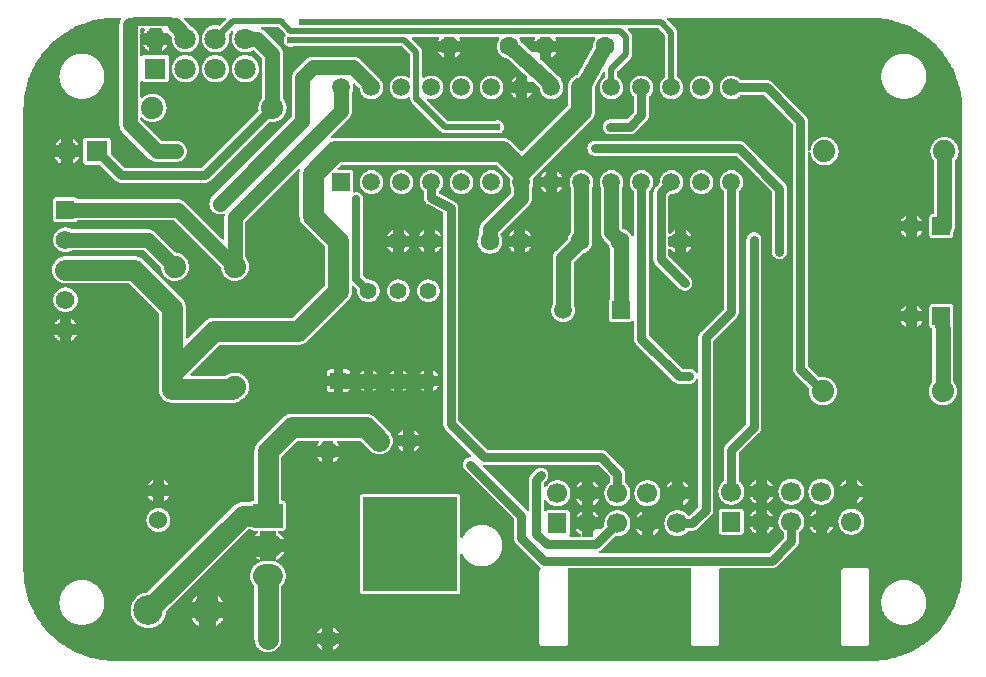
<source format=gtl>
G04 Layer: TopLayer*
G04 EasyEDA v6.3.53, 2020-06-17T09:28:47+02:00*
G04 2fc62430105348e8968ca0d9d06def79,a119ccecc66d453fa3e160aadb19915c,10*
G04 Gerber Generator version 0.2*
G04 Scale: 100 percent, Rotated: No, Reflected: No *
G04 Dimensions in inches *
G04 leading zeros omitted , absolute positions ,2 integer and 4 decimal *
%FSLAX24Y24*%
%MOIN*%
G90*
G70D02*

%ADD11C,0.030000*%
%ADD12C,0.050000*%
%ADD13C,0.020000*%
%ADD14C,0.070000*%
%ADD15C,0.025000*%
%ADD16C,0.024000*%
%ADD17C,0.039370*%
%ADD18R,0.314961X0.314961*%
%ADD19C,0.066929*%
%ADD20R,0.062000X0.066929*%
%ADD21C,0.070866*%
%ADD22R,0.070866X0.070866*%
%ADD23C,0.060000*%
%ADD24C,0.062992*%
%ADD25R,0.098425X0.078740*%
%ADD26R,0.060000X0.060000*%
%ADD27C,0.074000*%
%ADD28R,0.059055X0.059055*%
%ADD29C,0.059055*%
%ADD30R,0.055000X0.055000*%
%ADD31C,0.055000*%
%ADD32C,0.062000*%
%ADD33R,0.062000X0.062000*%
%ADD34C,0.098425*%
%ADD35C,0.078740*%

%LPD*%
G36*
G01X3325Y21538D02*
G01X3099Y21538D01*
G01X3049Y21537D01*
G01X3000Y21535D01*
G01X2950Y21532D01*
G01X2850Y21524D01*
G01X2801Y21519D01*
G01X2751Y21512D01*
G01X2653Y21498D01*
G01X2603Y21489D01*
G01X2554Y21480D01*
G01X2506Y21470D01*
G01X2457Y21459D01*
G01X2408Y21447D01*
G01X2360Y21435D01*
G01X2264Y21407D01*
G01X2217Y21392D01*
G01X2169Y21377D01*
G01X2075Y21343D01*
G01X2029Y21325D01*
G01X1982Y21306D01*
G01X1937Y21287D01*
G01X1891Y21267D01*
G01X1846Y21246D01*
G01X1756Y21202D01*
G01X1712Y21179D01*
G01X1668Y21155D01*
G01X1582Y21105D01*
G01X1539Y21079D01*
G01X1455Y21025D01*
G01X1414Y20997D01*
G01X1373Y20968D01*
G01X1333Y20939D01*
G01X1293Y20909D01*
G01X1254Y20878D01*
G01X1215Y20846D01*
G01X1177Y20815D01*
G01X1139Y20782D01*
G01X1102Y20749D01*
G01X1065Y20715D01*
G01X1029Y20681D01*
G01X993Y20646D01*
G01X958Y20610D01*
G01X924Y20574D01*
G01X890Y20537D01*
G01X857Y20500D01*
G01X824Y20462D01*
G01X793Y20424D01*
G01X761Y20385D01*
G01X730Y20346D01*
G01X700Y20306D01*
G01X671Y20266D01*
G01X642Y20225D01*
G01X614Y20184D01*
G01X560Y20100D01*
G01X534Y20057D01*
G01X484Y19971D01*
G01X460Y19927D01*
G01X437Y19883D01*
G01X393Y19793D01*
G01X372Y19748D01*
G01X352Y19702D01*
G01X333Y19657D01*
G01X314Y19610D01*
G01X296Y19564D01*
G01X262Y19470D01*
G01X247Y19422D01*
G01X232Y19375D01*
G01X204Y19279D01*
G01X192Y19231D01*
G01X180Y19182D01*
G01X169Y19133D01*
G01X159Y19085D01*
G01X150Y19036D01*
G01X141Y18986D01*
G01X127Y18888D01*
G01X120Y18838D01*
G01X115Y18789D01*
G01X107Y18689D01*
G01X104Y18639D01*
G01X102Y18590D01*
G01X101Y18540D01*
G01X101Y3099D01*
G01X102Y3049D01*
G01X104Y3000D01*
G01X107Y2950D01*
G01X115Y2850D01*
G01X120Y2801D01*
G01X127Y2751D01*
G01X134Y2702D01*
G01X141Y2652D01*
G01X159Y2554D01*
G01X169Y2506D01*
G01X180Y2457D01*
G01X192Y2408D01*
G01X204Y2360D01*
G01X232Y2264D01*
G01X247Y2217D01*
G01X262Y2169D01*
G01X296Y2075D01*
G01X314Y2029D01*
G01X333Y1982D01*
G01X352Y1937D01*
G01X372Y1891D01*
G01X393Y1846D01*
G01X437Y1756D01*
G01X460Y1712D01*
G01X484Y1668D01*
G01X534Y1582D01*
G01X560Y1539D01*
G01X614Y1455D01*
G01X642Y1414D01*
G01X671Y1373D01*
G01X700Y1333D01*
G01X730Y1293D01*
G01X761Y1254D01*
G01X793Y1215D01*
G01X824Y1177D01*
G01X857Y1139D01*
G01X890Y1102D01*
G01X924Y1065D01*
G01X958Y1029D01*
G01X993Y993D01*
G01X1029Y958D01*
G01X1065Y924D01*
G01X1102Y890D01*
G01X1139Y857D01*
G01X1177Y824D01*
G01X1215Y792D01*
G01X1293Y730D01*
G01X1333Y700D01*
G01X1373Y671D01*
G01X1414Y642D01*
G01X1455Y614D01*
G01X1539Y560D01*
G01X1582Y534D01*
G01X1668Y484D01*
G01X1712Y460D01*
G01X1756Y437D01*
G01X1846Y393D01*
G01X1891Y372D01*
G01X1937Y352D01*
G01X1982Y333D01*
G01X2029Y314D01*
G01X2075Y296D01*
G01X2169Y262D01*
G01X2217Y247D01*
G01X2264Y232D01*
G01X2360Y204D01*
G01X2408Y192D01*
G01X2457Y180D01*
G01X2506Y169D01*
G01X2554Y159D01*
G01X2603Y150D01*
G01X2653Y141D01*
G01X2751Y127D01*
G01X2801Y120D01*
G01X2850Y115D01*
G01X2950Y107D01*
G01X3000Y104D01*
G01X3049Y102D01*
G01X3149Y100D01*
G01X28346Y100D01*
G01X28446Y102D01*
G01X28496Y104D01*
G01X28545Y107D01*
G01X28645Y115D01*
G01X28694Y120D01*
G01X28744Y127D01*
G01X28793Y134D01*
G01X28843Y141D01*
G01X28941Y159D01*
G01X28990Y169D01*
G01X29038Y180D01*
G01X29087Y192D01*
G01X29135Y204D01*
G01X29231Y232D01*
G01X29279Y247D01*
G01X29326Y262D01*
G01X29420Y296D01*
G01X29466Y314D01*
G01X29513Y333D01*
G01X29559Y352D01*
G01X29604Y372D01*
G01X29649Y393D01*
G01X29739Y437D01*
G01X29783Y460D01*
G01X29827Y484D01*
G01X29913Y534D01*
G01X29956Y560D01*
G01X30040Y614D01*
G01X30081Y642D01*
G01X30122Y671D01*
G01X30162Y700D01*
G01X30202Y730D01*
G01X30280Y792D01*
G01X30318Y824D01*
G01X30356Y857D01*
G01X30393Y890D01*
G01X30430Y924D01*
G01X30466Y958D01*
G01X30502Y993D01*
G01X30537Y1029D01*
G01X30571Y1065D01*
G01X30605Y1102D01*
G01X30638Y1139D01*
G01X30671Y1177D01*
G01X30703Y1215D01*
G01X30765Y1293D01*
G01X30795Y1333D01*
G01X30824Y1373D01*
G01X30853Y1414D01*
G01X30881Y1455D01*
G01X30935Y1539D01*
G01X30961Y1582D01*
G01X31011Y1668D01*
G01X31035Y1712D01*
G01X31058Y1756D01*
G01X31102Y1846D01*
G01X31123Y1891D01*
G01X31143Y1937D01*
G01X31163Y1982D01*
G01X31181Y2029D01*
G01X31199Y2075D01*
G01X31233Y2169D01*
G01X31248Y2217D01*
G01X31263Y2264D01*
G01X31291Y2360D01*
G01X31303Y2408D01*
G01X31315Y2457D01*
G01X31326Y2506D01*
G01X31336Y2554D01*
G01X31354Y2652D01*
G01X31362Y2702D01*
G01X31369Y2751D01*
G01X31375Y2801D01*
G01X31380Y2850D01*
G01X31388Y2950D01*
G01X31391Y3000D01*
G01X31393Y3049D01*
G01X31395Y3149D01*
G01X31395Y18490D01*
G01X31393Y18590D01*
G01X31391Y18639D01*
G01X31388Y18689D01*
G01X31380Y18789D01*
G01X31375Y18838D01*
G01X31369Y18888D01*
G01X31362Y18937D01*
G01X31354Y18986D01*
G01X31345Y19036D01*
G01X31336Y19085D01*
G01X31326Y19133D01*
G01X31315Y19182D01*
G01X31303Y19231D01*
G01X31291Y19279D01*
G01X31263Y19375D01*
G01X31248Y19422D01*
G01X31233Y19470D01*
G01X31199Y19564D01*
G01X31181Y19610D01*
G01X31163Y19657D01*
G01X31143Y19702D01*
G01X31123Y19748D01*
G01X31102Y19793D01*
G01X31058Y19883D01*
G01X31035Y19927D01*
G01X31011Y19971D01*
G01X30961Y20057D01*
G01X30935Y20100D01*
G01X30881Y20184D01*
G01X30853Y20225D01*
G01X30824Y20266D01*
G01X30795Y20306D01*
G01X30765Y20346D01*
G01X30703Y20424D01*
G01X30671Y20462D01*
G01X30638Y20500D01*
G01X30605Y20537D01*
G01X30571Y20574D01*
G01X30537Y20610D01*
G01X30502Y20646D01*
G01X30466Y20681D01*
G01X30430Y20715D01*
G01X30393Y20749D01*
G01X30356Y20782D01*
G01X30318Y20815D01*
G01X30280Y20846D01*
G01X30241Y20878D01*
G01X30202Y20909D01*
G01X30162Y20939D01*
G01X30122Y20968D01*
G01X30081Y20997D01*
G01X30040Y21025D01*
G01X29956Y21079D01*
G01X29913Y21105D01*
G01X29827Y21155D01*
G01X29783Y21179D01*
G01X29739Y21202D01*
G01X29649Y21246D01*
G01X29604Y21267D01*
G01X29559Y21287D01*
G01X29513Y21306D01*
G01X29466Y21325D01*
G01X29420Y21343D01*
G01X29326Y21377D01*
G01X29279Y21392D01*
G01X29231Y21407D01*
G01X29135Y21435D01*
G01X29087Y21447D01*
G01X29038Y21459D01*
G01X28990Y21470D01*
G01X28941Y21480D01*
G01X28843Y21498D01*
G01X28793Y21505D01*
G01X28744Y21512D01*
G01X28694Y21519D01*
G01X28645Y21524D01*
G01X28545Y21532D01*
G01X28496Y21535D01*
G01X28446Y21537D01*
G01X28396Y21538D01*
G01X21576Y21538D01*
G01X21570Y21537D01*
G01X21565Y21535D01*
G01X21555Y21529D01*
G01X21551Y21525D01*
G01X21545Y21515D01*
G01X21543Y21510D01*
G01X21541Y21498D01*
G01X21543Y21486D01*
G01X21546Y21480D01*
G01X21549Y21475D01*
G01X21553Y21470D01*
G01X21842Y21182D01*
G01X21851Y21172D01*
G01X21859Y21162D01*
G01X21867Y21151D01*
G01X21874Y21140D01*
G01X21880Y21128D01*
G01X21890Y21104D01*
G01X21894Y21092D01*
G01X21897Y21079D01*
G01X21899Y21066D01*
G01X21901Y21040D01*
G01X21901Y19571D01*
G01X21905Y19559D01*
G01X21913Y19549D01*
G01X21918Y19545D01*
G01X21934Y19534D01*
G01X21948Y19523D01*
G01X21963Y19511D01*
G01X21989Y19485D01*
G01X22002Y19471D01*
G01X22035Y19426D01*
G01X22053Y19394D01*
G01X22061Y19377D01*
G01X22068Y19360D01*
G01X22075Y19342D01*
G01X22085Y19306D01*
G01X22089Y19288D01*
G01X22092Y19270D01*
G01X22094Y19251D01*
G01X22095Y19233D01*
G01X22096Y19214D01*
G01X22094Y19178D01*
G01X22092Y19160D01*
G01X22089Y19141D01*
G01X22085Y19124D01*
G01X22081Y19106D01*
G01X22075Y19088D01*
G01X22069Y19071D01*
G01X22062Y19054D01*
G01X22054Y19038D01*
G01X22046Y19021D01*
G01X22036Y19006D01*
G01X22026Y18990D01*
G01X22016Y18975D01*
G01X21992Y18947D01*
G01X21980Y18934D01*
G01X21966Y18921D01*
G01X21953Y18909D01*
G01X21923Y18887D01*
G01X21908Y18877D01*
G01X21892Y18868D01*
G01X21860Y18852D01*
G01X21843Y18845D01*
G01X21825Y18839D01*
G01X21808Y18833D01*
G01X21772Y18825D01*
G01X21754Y18822D01*
G01X21718Y18818D01*
G01X21681Y18818D01*
G01X21645Y18822D01*
G01X21627Y18825D01*
G01X21591Y18833D01*
G01X21574Y18839D01*
G01X21556Y18845D01*
G01X21539Y18852D01*
G01X21507Y18868D01*
G01X21491Y18877D01*
G01X21476Y18887D01*
G01X21446Y18909D01*
G01X21433Y18921D01*
G01X21419Y18934D01*
G01X21407Y18947D01*
G01X21383Y18975D01*
G01X21373Y18990D01*
G01X21363Y19006D01*
G01X21353Y19021D01*
G01X21345Y19038D01*
G01X21337Y19054D01*
G01X21330Y19071D01*
G01X21324Y19088D01*
G01X21318Y19106D01*
G01X21314Y19124D01*
G01X21310Y19141D01*
G01X21307Y19160D01*
G01X21305Y19178D01*
G01X21303Y19214D01*
G01X21304Y19233D01*
G01X21305Y19251D01*
G01X21307Y19270D01*
G01X21310Y19288D01*
G01X21314Y19306D01*
G01X21324Y19342D01*
G01X21331Y19360D01*
G01X21338Y19377D01*
G01X21346Y19394D01*
G01X21364Y19426D01*
G01X21397Y19471D01*
G01X21410Y19485D01*
G01X21436Y19511D01*
G01X21451Y19523D01*
G01X21465Y19534D01*
G01X21481Y19545D01*
G01X21486Y19549D01*
G01X21494Y19559D01*
G01X21498Y19571D01*
G01X21498Y20946D01*
G01X21497Y20952D01*
G01X21494Y20958D01*
G01X21491Y20963D01*
G01X21487Y20968D01*
G01X21278Y21177D01*
G01X21273Y21181D01*
G01X21268Y21184D01*
G01X21262Y21187D01*
G01X21256Y21188D01*
G01X20276Y21188D01*
G01X20270Y21187D01*
G01X20265Y21185D01*
G01X20255Y21179D01*
G01X20251Y21175D01*
G01X20245Y21165D01*
G01X20243Y21160D01*
G01X20241Y21148D01*
G01X20243Y21136D01*
G01X20246Y21130D01*
G01X20249Y21125D01*
G01X20253Y21120D01*
G01X20342Y21032D01*
G01X20351Y21022D01*
G01X20359Y21012D01*
G01X20367Y21001D01*
G01X20374Y20990D01*
G01X20380Y20978D01*
G01X20390Y20954D01*
G01X20394Y20942D01*
G01X20397Y20929D01*
G01X20399Y20916D01*
G01X20401Y20890D01*
G01X20401Y20340D01*
G01X20400Y20326D01*
G01X20399Y20313D01*
G01X20397Y20300D01*
G01X20394Y20287D01*
G01X20390Y20275D01*
G01X20380Y20251D01*
G01X20374Y20239D01*
G01X20367Y20228D01*
G01X20359Y20217D01*
G01X20351Y20207D01*
G01X20342Y20197D01*
G01X19912Y19768D01*
G01X19908Y19763D01*
G01X19905Y19758D01*
G01X19902Y19752D01*
G01X19901Y19746D01*
G01X19901Y19571D01*
G01X19905Y19559D01*
G01X19913Y19549D01*
G01X19918Y19545D01*
G01X19934Y19534D01*
G01X19948Y19523D01*
G01X19963Y19511D01*
G01X19989Y19485D01*
G01X20002Y19471D01*
G01X20035Y19426D01*
G01X20053Y19394D01*
G01X20061Y19377D01*
G01X20068Y19360D01*
G01X20075Y19342D01*
G01X20085Y19306D01*
G01X20089Y19288D01*
G01X20092Y19270D01*
G01X20094Y19251D01*
G01X20095Y19233D01*
G01X20096Y19214D01*
G01X20094Y19178D01*
G01X20092Y19160D01*
G01X20089Y19141D01*
G01X20085Y19124D01*
G01X20081Y19106D01*
G01X20075Y19088D01*
G01X20069Y19071D01*
G01X20062Y19054D01*
G01X20054Y19038D01*
G01X20046Y19021D01*
G01X20036Y19006D01*
G01X20026Y18990D01*
G01X20016Y18975D01*
G01X19992Y18947D01*
G01X19980Y18934D01*
G01X19966Y18921D01*
G01X19953Y18909D01*
G01X19923Y18887D01*
G01X19908Y18877D01*
G01X19892Y18868D01*
G01X19860Y18852D01*
G01X19843Y18845D01*
G01X19825Y18839D01*
G01X19808Y18833D01*
G01X19772Y18825D01*
G01X19754Y18822D01*
G01X19718Y18818D01*
G01X19681Y18818D01*
G01X19645Y18822D01*
G01X19627Y18825D01*
G01X19591Y18833D01*
G01X19574Y18839D01*
G01X19556Y18845D01*
G01X19539Y18852D01*
G01X19507Y18868D01*
G01X19491Y18877D01*
G01X19476Y18887D01*
G01X19446Y18909D01*
G01X19433Y18921D01*
G01X19419Y18934D01*
G01X19407Y18947D01*
G01X19383Y18975D01*
G01X19373Y18990D01*
G01X19363Y19006D01*
G01X19353Y19021D01*
G01X19345Y19038D01*
G01X19337Y19054D01*
G01X19330Y19071D01*
G01X19324Y19088D01*
G01X19318Y19106D01*
G01X19314Y19124D01*
G01X19310Y19141D01*
G01X19307Y19160D01*
G01X19305Y19178D01*
G01X19303Y19214D01*
G01X19304Y19233D01*
G01X19305Y19251D01*
G01X19307Y19270D01*
G01X19310Y19288D01*
G01X19314Y19306D01*
G01X19324Y19342D01*
G01X19331Y19360D01*
G01X19338Y19377D01*
G01X19346Y19394D01*
G01X19364Y19426D01*
G01X19397Y19471D01*
G01X19410Y19485D01*
G01X19436Y19511D01*
G01X19451Y19523D01*
G01X19465Y19534D01*
G01X19481Y19545D01*
G01X19486Y19549D01*
G01X19494Y19559D01*
G01X19498Y19571D01*
G01X19498Y19708D01*
G01X19497Y19714D01*
G01X19495Y19719D01*
G01X19492Y19724D01*
G01X19489Y19728D01*
G01X19485Y19732D01*
G01X19480Y19736D01*
G01X19475Y19739D01*
G01X19470Y19741D01*
G01X19464Y19742D01*
G01X19452Y19742D01*
G01X19446Y19740D01*
G01X19441Y19738D01*
G01X19436Y19735D01*
G01X19431Y19731D01*
G01X19427Y19727D01*
G01X19423Y19722D01*
G01X19155Y19233D01*
G01X19151Y19221D01*
G01X19151Y18440D01*
G01X19149Y18400D01*
G01X19147Y18381D01*
G01X19144Y18361D01*
G01X19140Y18342D01*
G01X19130Y18304D01*
G01X19123Y18285D01*
G01X19116Y18267D01*
G01X19100Y18231D01*
G01X19080Y18197D01*
G01X19069Y18181D01*
G01X19057Y18165D01*
G01X19045Y18150D01*
G01X19032Y18135D01*
G01X19018Y18121D01*
G01X17095Y16197D01*
G01X17091Y16192D01*
G01X17088Y16187D01*
G01X17085Y16181D01*
G01X17083Y16169D01*
G01X17084Y16159D01*
G01X17088Y16141D01*
G01X17092Y16122D01*
G01X17094Y16103D01*
G01X17096Y16065D01*
G01X17095Y16046D01*
G01X17094Y16028D01*
G01X17092Y16010D01*
G01X17089Y15992D01*
G01X17085Y15974D01*
G01X17081Y15957D01*
G01X17075Y15939D01*
G01X17069Y15922D01*
G01X17062Y15905D01*
G01X17055Y15889D01*
G01X17052Y15883D01*
G01X17051Y15877D01*
G01X17051Y15540D01*
G01X17050Y15522D01*
G01X17049Y15505D01*
G01X17047Y15488D01*
G01X17044Y15471D01*
G01X17040Y15454D01*
G01X17035Y15438D01*
G01X17030Y15421D01*
G01X17024Y15405D01*
G01X17017Y15389D01*
G01X17001Y15359D01*
G01X16991Y15344D01*
G01X16981Y15330D01*
G01X16971Y15317D01*
G01X16960Y15304D01*
G01X16948Y15291D01*
G01X16548Y14891D01*
G01X16012Y14356D01*
G01X16008Y14351D01*
G01X16005Y14346D01*
G01X16002Y14340D01*
G01X16001Y14334D01*
G01X16001Y14317D01*
G01X16003Y14310D01*
G01X16006Y14303D01*
G01X16024Y14271D01*
G01X16032Y14253D01*
G01X16039Y14236D01*
G01X16045Y14218D01*
G01X16050Y14201D01*
G01X16055Y14182D01*
G01X16059Y14164D01*
G01X16062Y14146D01*
G01X16064Y14127D01*
G01X16065Y14108D01*
G01X16065Y14071D01*
G01X16064Y14052D01*
G01X16062Y14034D01*
G01X16059Y14015D01*
G01X16055Y13997D01*
G01X16045Y13961D01*
G01X16039Y13943D01*
G01X16032Y13926D01*
G01X16016Y13892D01*
G01X16007Y13876D01*
G01X15997Y13860D01*
G01X15975Y13830D01*
G01X15963Y13816D01*
G01X15950Y13802D01*
G01X15937Y13789D01*
G01X15923Y13776D01*
G01X15909Y13764D01*
G01X15879Y13742D01*
G01X15863Y13732D01*
G01X15847Y13723D01*
G01X15813Y13707D01*
G01X15796Y13700D01*
G01X15778Y13694D01*
G01X15742Y13684D01*
G01X15724Y13680D01*
G01X15705Y13677D01*
G01X15687Y13675D01*
G01X15668Y13674D01*
G01X15631Y13674D01*
G01X15612Y13675D01*
G01X15594Y13677D01*
G01X15575Y13680D01*
G01X15557Y13684D01*
G01X15521Y13694D01*
G01X15503Y13700D01*
G01X15486Y13707D01*
G01X15452Y13723D01*
G01X15436Y13732D01*
G01X15420Y13742D01*
G01X15390Y13764D01*
G01X15376Y13776D01*
G01X15362Y13789D01*
G01X15349Y13802D01*
G01X15336Y13816D01*
G01X15324Y13830D01*
G01X15302Y13860D01*
G01X15292Y13876D01*
G01X15283Y13892D01*
G01X15267Y13926D01*
G01X15260Y13943D01*
G01X15254Y13961D01*
G01X15244Y13997D01*
G01X15240Y14015D01*
G01X15237Y14034D01*
G01X15235Y14052D01*
G01X15234Y14071D01*
G01X15234Y14108D01*
G01X15235Y14127D01*
G01X15237Y14146D01*
G01X15240Y14164D01*
G01X15244Y14182D01*
G01X15249Y14201D01*
G01X15254Y14218D01*
G01X15260Y14236D01*
G01X15267Y14253D01*
G01X15275Y14271D01*
G01X15293Y14303D01*
G01X15296Y14310D01*
G01X15298Y14317D01*
G01X15298Y14490D01*
G01X15300Y14524D01*
G01X15302Y14541D01*
G01X15305Y14558D01*
G01X15309Y14575D01*
G01X15314Y14591D01*
G01X15319Y14608D01*
G01X15325Y14624D01*
G01X15332Y14640D01*
G01X15348Y14670D01*
G01X15358Y14684D01*
G01X15368Y14699D01*
G01X15378Y14712D01*
G01X15389Y14725D01*
G01X15401Y14738D01*
G01X16051Y15388D01*
G01X16337Y15673D01*
G01X16341Y15678D01*
G01X16344Y15683D01*
G01X16347Y15689D01*
G01X16348Y15695D01*
G01X16348Y15877D01*
G01X16347Y15883D01*
G01X16344Y15889D01*
G01X16337Y15905D01*
G01X16330Y15922D01*
G01X16324Y15939D01*
G01X16318Y15957D01*
G01X16314Y15974D01*
G01X16310Y15992D01*
G01X16307Y16010D01*
G01X16305Y16028D01*
G01X16304Y16046D01*
G01X16303Y16065D01*
G01X16305Y16103D01*
G01X16307Y16122D01*
G01X16311Y16141D01*
G01X16315Y16159D01*
G01X16316Y16169D01*
G01X16314Y16181D01*
G01X16311Y16187D01*
G01X16308Y16192D01*
G01X16304Y16197D01*
G01X15870Y16631D01*
G01X15858Y16637D01*
G01X15852Y16638D01*
G01X10697Y16638D01*
G01X10691Y16637D01*
G01X10679Y16631D01*
G01X10577Y16529D01*
G01X10573Y16524D01*
G01X10570Y16519D01*
G01X10567Y16513D01*
G01X10565Y16501D01*
G01X10566Y16495D01*
G01X10567Y16490D01*
G01X10569Y16484D01*
G01X10572Y16479D01*
G01X10575Y16475D01*
G01X10579Y16471D01*
G01X10584Y16467D01*
G01X10594Y16463D01*
G01X10600Y16461D01*
G01X11004Y16461D01*
G01X11022Y16457D01*
G01X11031Y16454D01*
G01X11040Y16450D01*
G01X11048Y16446D01*
G01X11056Y16441D01*
G01X11063Y16435D01*
G01X11075Y16421D01*
G01X11081Y16413D01*
G01X11085Y16405D01*
G01X11089Y16396D01*
G01X11092Y16388D01*
G01X11094Y16379D01*
G01X11095Y16369D01*
G01X11096Y16360D01*
G01X11096Y15769D01*
G01X11095Y15755D01*
G01X11094Y15749D01*
G01X11095Y15744D01*
G01X11096Y15738D01*
G01X11098Y15733D01*
G01X11104Y15723D01*
G01X11108Y15719D01*
G01X11118Y15713D01*
G01X11123Y15711D01*
G01X11129Y15710D01*
G01X11134Y15709D01*
G01X11144Y15711D01*
G01X11158Y15714D01*
G01X11172Y15716D01*
G01X11200Y15718D01*
G01X11213Y15717D01*
G01X11227Y15716D01*
G01X11240Y15714D01*
G01X11254Y15711D01*
G01X11280Y15703D01*
G01X11292Y15698D01*
G01X11305Y15692D01*
G01X11316Y15685D01*
G01X11328Y15678D01*
G01X11339Y15669D01*
G01X11349Y15661D01*
G01X11369Y15641D01*
G01X11377Y15631D01*
G01X11385Y15620D01*
G01X11393Y15608D01*
G01X11400Y15597D01*
G01X11406Y15584D01*
G01X11411Y15572D01*
G01X11419Y15546D01*
G01X11422Y15532D01*
G01X11424Y15519D01*
G01X11425Y15505D01*
G01X11426Y15492D01*
G01X11426Y12943D01*
G01X11427Y12937D01*
G01X11430Y12932D01*
G01X11433Y12926D01*
G01X11437Y12921D01*
G01X11533Y12825D01*
G01X11538Y12821D01*
G01X11543Y12818D01*
G01X11555Y12814D01*
G01X11565Y12814D01*
G01X11600Y12815D01*
G01X11617Y12815D01*
G01X11634Y12814D01*
G01X11651Y12812D01*
G01X11669Y12809D01*
G01X11686Y12806D01*
G01X11702Y12801D01*
G01X11719Y12796D01*
G01X11735Y12790D01*
G01X11767Y12776D01*
G01X11782Y12768D01*
G01X11812Y12750D01*
G01X11826Y12740D01*
G01X11840Y12729D01*
G01X11853Y12717D01*
G01X11877Y12693D01*
G01X11889Y12680D01*
G01X11900Y12666D01*
G01X11910Y12652D01*
G01X11928Y12622D01*
G01X11936Y12607D01*
G01X11950Y12575D01*
G01X11956Y12559D01*
G01X11961Y12542D01*
G01X11966Y12526D01*
G01X11969Y12509D01*
G01X11972Y12491D01*
G01X11974Y12474D01*
G01X11976Y12440D01*
G01X11975Y12422D01*
G01X11974Y12405D01*
G01X11972Y12388D01*
G01X11969Y12370D01*
G01X11966Y12353D01*
G01X11961Y12337D01*
G01X11956Y12320D01*
G01X11950Y12304D01*
G01X11936Y12272D01*
G01X11928Y12257D01*
G01X11910Y12227D01*
G01X11900Y12213D01*
G01X11889Y12199D01*
G01X11877Y12186D01*
G01X11853Y12162D01*
G01X11840Y12150D01*
G01X11826Y12139D01*
G01X11812Y12129D01*
G01X11782Y12111D01*
G01X11767Y12103D01*
G01X11735Y12089D01*
G01X11719Y12083D01*
G01X11702Y12078D01*
G01X11686Y12073D01*
G01X11669Y12070D01*
G01X11651Y12067D01*
G01X11634Y12065D01*
G01X11600Y12063D01*
G01X11582Y12064D01*
G01X11565Y12065D01*
G01X11548Y12067D01*
G01X11530Y12070D01*
G01X11513Y12073D01*
G01X11497Y12078D01*
G01X11480Y12083D01*
G01X11464Y12089D01*
G01X11432Y12103D01*
G01X11417Y12111D01*
G01X11387Y12129D01*
G01X11373Y12139D01*
G01X11359Y12150D01*
G01X11346Y12162D01*
G01X11322Y12186D01*
G01X11310Y12199D01*
G01X11299Y12213D01*
G01X11289Y12227D01*
G01X11271Y12257D01*
G01X11263Y12272D01*
G01X11249Y12304D01*
G01X11243Y12320D01*
G01X11238Y12337D01*
G01X11233Y12353D01*
G01X11230Y12370D01*
G01X11227Y12388D01*
G01X11225Y12405D01*
G01X11224Y12422D01*
G01X11223Y12440D01*
G01X11225Y12474D01*
G01X11225Y12484D01*
G01X11221Y12496D01*
G01X11218Y12501D01*
G01X11214Y12506D01*
G01X11119Y12601D01*
G01X11114Y12605D01*
G01X11109Y12608D01*
G01X11097Y12612D01*
G01X11085Y12612D01*
G01X11079Y12611D01*
G01X11074Y12609D01*
G01X11064Y12603D01*
G01X11060Y12599D01*
G01X11054Y12589D01*
G01X11052Y12584D01*
G01X11051Y12578D01*
G01X11051Y12440D01*
G01X11049Y12400D01*
G01X11047Y12381D01*
G01X11044Y12361D01*
G01X11040Y12342D01*
G01X11030Y12304D01*
G01X11023Y12285D01*
G01X11016Y12267D01*
G01X11000Y12231D01*
G01X10980Y12197D01*
G01X10969Y12181D01*
G01X10957Y12165D01*
G01X10945Y12150D01*
G01X10932Y12135D01*
G01X9554Y10757D01*
G01X9539Y10744D01*
G01X9524Y10732D01*
G01X9508Y10720D01*
G01X9492Y10709D01*
G01X9458Y10689D01*
G01X9422Y10673D01*
G01X9404Y10666D01*
G01X9385Y10659D01*
G01X9347Y10649D01*
G01X9328Y10645D01*
G01X9308Y10642D01*
G01X9289Y10640D01*
G01X9269Y10639D01*
G01X9250Y10638D01*
G01X6647Y10638D01*
G01X6641Y10637D01*
G01X6629Y10631D01*
G01X6625Y10627D01*
G01X5672Y9675D01*
G01X5668Y9670D01*
G01X5665Y9664D01*
G01X5663Y9659D01*
G01X5661Y9653D01*
G01X5661Y9641D01*
G01X5662Y9635D01*
G01X5664Y9630D01*
G01X5670Y9620D01*
G01X5674Y9616D01*
G01X5684Y9610D01*
G01X5689Y9608D01*
G01X5701Y9606D01*
G01X6840Y9606D01*
G01X6847Y9607D01*
G01X6853Y9608D01*
G01X6859Y9611D01*
G01X6864Y9614D01*
G01X6898Y9638D01*
G01X6915Y9648D01*
G01X6933Y9658D01*
G01X6952Y9667D01*
G01X6970Y9675D01*
G01X6989Y9682D01*
G01X7009Y9689D01*
G01X7028Y9695D01*
G01X7088Y9707D01*
G01X7109Y9709D01*
G01X7129Y9710D01*
G01X7150Y9711D01*
G01X7188Y9709D01*
G01X7208Y9707D01*
G01X7227Y9704D01*
G01X7265Y9696D01*
G01X7284Y9691D01*
G01X7302Y9685D01*
G01X7321Y9678D01*
G01X7339Y9671D01*
G01X7356Y9663D01*
G01X7374Y9654D01*
G01X7391Y9644D01*
G01X7407Y9634D01*
G01X7423Y9623D01*
G01X7439Y9611D01*
G01X7454Y9599D01*
G01X7469Y9586D01*
G01X7483Y9573D01*
G01X7496Y9559D01*
G01X7509Y9544D01*
G01X7521Y9529D01*
G01X7533Y9513D01*
G01X7544Y9497D01*
G01X7554Y9481D01*
G01X7564Y9464D01*
G01X7573Y9446D01*
G01X7581Y9429D01*
G01X7588Y9411D01*
G01X7595Y9392D01*
G01X7601Y9374D01*
G01X7606Y9355D01*
G01X7614Y9317D01*
G01X7617Y9298D01*
G01X7619Y9278D01*
G01X7621Y9240D01*
G01X7620Y9219D01*
G01X7619Y9199D01*
G01X7617Y9179D01*
G01X7614Y9159D01*
G01X7610Y9139D01*
G01X7605Y9120D01*
G01X7600Y9100D01*
G01X7586Y9062D01*
G01X7578Y9044D01*
G01X7560Y9008D01*
G01X7527Y8957D01*
G01X7514Y8941D01*
G01X7501Y8926D01*
G01X7487Y8911D01*
G01X7473Y8897D01*
G01X7443Y8871D01*
G01X7427Y8859D01*
G01X7410Y8847D01*
G01X7393Y8836D01*
G01X7375Y8826D01*
G01X7368Y8821D01*
G01X7353Y8808D01*
G01X7338Y8796D01*
G01X7322Y8784D01*
G01X7306Y8774D01*
G01X7272Y8754D01*
G01X7236Y8738D01*
G01X7218Y8731D01*
G01X7200Y8725D01*
G01X7181Y8719D01*
G01X7143Y8711D01*
G01X7124Y8708D01*
G01X7104Y8706D01*
G01X7085Y8705D01*
G01X7065Y8704D01*
G01X5065Y8704D01*
G01X5027Y8706D01*
G01X5008Y8708D01*
G01X4970Y8714D01*
G01X4952Y8719D01*
G01X4933Y8724D01*
G01X4915Y8730D01*
G01X4879Y8744D01*
G01X4845Y8762D01*
G01X4829Y8771D01*
G01X4797Y8793D01*
G01X4782Y8804D01*
G01X4767Y8817D01*
G01X4753Y8830D01*
G01X4740Y8843D01*
G01X4727Y8857D01*
G01X4714Y8872D01*
G01X4703Y8887D01*
G01X4681Y8919D01*
G01X4672Y8935D01*
G01X4654Y8969D01*
G01X4640Y9005D01*
G01X4634Y9023D01*
G01X4629Y9042D01*
G01X4624Y9060D01*
G01X4618Y9098D01*
G01X4616Y9117D01*
G01X4614Y9155D01*
G01X4614Y11677D01*
G01X4610Y11689D01*
G01X4607Y11694D01*
G01X4603Y11699D01*
G01X3624Y12677D01*
G01X3620Y12681D01*
G01X3608Y12687D01*
G01X3602Y12688D01*
G01X1500Y12688D01*
G01X1480Y12689D01*
G01X1461Y12690D01*
G01X1442Y12692D01*
G01X1423Y12695D01*
G01X1404Y12699D01*
G01X1386Y12703D01*
G01X1367Y12708D01*
G01X1349Y12714D01*
G01X1331Y12721D01*
G01X1314Y12729D01*
G01X1296Y12737D01*
G01X1280Y12746D01*
G01X1263Y12755D01*
G01X1231Y12777D01*
G01X1216Y12789D01*
G01X1202Y12801D01*
G01X1187Y12814D01*
G01X1174Y12827D01*
G01X1161Y12842D01*
G01X1149Y12856D01*
G01X1137Y12871D01*
G01X1115Y12903D01*
G01X1106Y12920D01*
G01X1097Y12936D01*
G01X1089Y12954D01*
G01X1081Y12971D01*
G01X1074Y12989D01*
G01X1068Y13007D01*
G01X1063Y13026D01*
G01X1059Y13044D01*
G01X1055Y13063D01*
G01X1052Y13082D01*
G01X1050Y13101D01*
G01X1049Y13120D01*
G01X1049Y13159D01*
G01X1050Y13178D01*
G01X1052Y13197D01*
G01X1055Y13216D01*
G01X1059Y13235D01*
G01X1063Y13253D01*
G01X1068Y13272D01*
G01X1074Y13290D01*
G01X1081Y13308D01*
G01X1089Y13325D01*
G01X1097Y13343D01*
G01X1106Y13359D01*
G01X1115Y13376D01*
G01X1137Y13408D01*
G01X1149Y13423D01*
G01X1161Y13437D01*
G01X1174Y13452D01*
G01X1187Y13465D01*
G01X1202Y13478D01*
G01X1216Y13490D01*
G01X1231Y13502D01*
G01X1263Y13524D01*
G01X1280Y13533D01*
G01X1296Y13542D01*
G01X1314Y13550D01*
G01X1331Y13558D01*
G01X1349Y13565D01*
G01X1367Y13571D01*
G01X1386Y13576D01*
G01X1404Y13580D01*
G01X1423Y13584D01*
G01X1442Y13587D01*
G01X1461Y13589D01*
G01X1480Y13590D01*
G01X3819Y13590D01*
G01X3839Y13589D01*
G01X3858Y13587D01*
G01X3878Y13584D01*
G01X3897Y13580D01*
G01X3935Y13570D01*
G01X3954Y13563D01*
G01X3972Y13556D01*
G01X4008Y13540D01*
G01X4042Y13520D01*
G01X4058Y13509D01*
G01X4074Y13497D01*
G01X4089Y13485D01*
G01X4104Y13472D01*
G01X4118Y13458D01*
G01X5384Y12193D01*
G01X5398Y12178D01*
G01X5411Y12164D01*
G01X5435Y12132D01*
G01X5446Y12116D01*
G01X5456Y12099D01*
G01X5465Y12082D01*
G01X5474Y12064D01*
G01X5482Y12046D01*
G01X5489Y12028D01*
G01X5501Y11990D01*
G01X5506Y11971D01*
G01X5512Y11933D01*
G01X5515Y11913D01*
G01X5516Y11893D01*
G01X5516Y10891D01*
G01X5518Y10879D01*
G01X5520Y10874D01*
G01X5526Y10864D01*
G01X5530Y10860D01*
G01X5540Y10854D01*
G01X5545Y10852D01*
G01X5551Y10851D01*
G01X5563Y10851D01*
G01X5569Y10853D01*
G01X5574Y10855D01*
G01X5580Y10858D01*
G01X5585Y10862D01*
G01X6145Y11422D01*
G01X6160Y11435D01*
G01X6175Y11447D01*
G01X6191Y11459D01*
G01X6207Y11470D01*
G01X6241Y11490D01*
G01X6277Y11506D01*
G01X6295Y11513D01*
G01X6314Y11520D01*
G01X6352Y11530D01*
G01X6371Y11534D01*
G01X6391Y11537D01*
G01X6410Y11539D01*
G01X6430Y11540D01*
G01X9046Y11540D01*
G01X9058Y11542D01*
G01X9070Y11548D01*
G01X10141Y12619D01*
G01X10147Y12631D01*
G01X10148Y12637D01*
G01X10148Y13892D01*
G01X10147Y13898D01*
G01X10141Y13910D01*
G01X10137Y13914D01*
G01X9431Y14621D01*
G01X9417Y14635D01*
G01X9404Y14650D01*
G01X9392Y14665D01*
G01X9380Y14681D01*
G01X9369Y14697D01*
G01X9349Y14731D01*
G01X9333Y14767D01*
G01X9326Y14785D01*
G01X9319Y14804D01*
G01X9309Y14842D01*
G01X9305Y14861D01*
G01X9302Y14881D01*
G01X9300Y14900D01*
G01X9298Y14940D01*
G01X9298Y16340D01*
G01X9299Y16362D01*
G01X9301Y16384D01*
G01X9304Y16407D01*
G01X9307Y16429D01*
G01X9312Y16451D01*
G01X9314Y16461D01*
G01X9313Y16466D01*
G01X9312Y16472D01*
G01X9310Y16477D01*
G01X9304Y16487D01*
G01X9300Y16491D01*
G01X9290Y16497D01*
G01X9285Y16499D01*
G01X9279Y16500D01*
G01X9274Y16501D01*
G01X9267Y16500D01*
G01X9261Y16499D01*
G01X9256Y16496D01*
G01X9250Y16493D01*
G01X9245Y16489D01*
G01X7512Y14756D01*
G01X7508Y14751D01*
G01X7505Y14746D01*
G01X7502Y14740D01*
G01X7501Y14734D01*
G01X7501Y13562D01*
G01X7503Y13555D01*
G01X7506Y13548D01*
G01X7510Y13543D01*
G01X7523Y13527D01*
G01X7535Y13510D01*
G01X7546Y13493D01*
G01X7557Y13475D01*
G01X7567Y13457D01*
G01X7576Y13439D01*
G01X7585Y13420D01*
G01X7592Y13401D01*
G01X7599Y13381D01*
G01X7604Y13362D01*
G01X7609Y13342D01*
G01X7613Y13321D01*
G01X7619Y13281D01*
G01X7620Y13260D01*
G01X7621Y13240D01*
G01X7620Y13220D01*
G01X7619Y13201D01*
G01X7617Y13181D01*
G01X7614Y13162D01*
G01X7606Y13124D01*
G01X7601Y13105D01*
G01X7595Y13087D01*
G01X7588Y13068D01*
G01X7581Y13050D01*
G01X7573Y13033D01*
G01X7564Y13015D01*
G01X7554Y12998D01*
G01X7544Y12982D01*
G01X7533Y12966D01*
G01X7521Y12950D01*
G01X7509Y12935D01*
G01X7496Y12921D01*
G01X7483Y12906D01*
G01X7469Y12893D01*
G01X7454Y12880D01*
G01X7439Y12868D01*
G01X7423Y12856D01*
G01X7407Y12845D01*
G01X7391Y12835D01*
G01X7374Y12825D01*
G01X7356Y12816D01*
G01X7339Y12808D01*
G01X7321Y12801D01*
G01X7302Y12794D01*
G01X7284Y12788D01*
G01X7265Y12783D01*
G01X7227Y12775D01*
G01X7208Y12772D01*
G01X7188Y12770D01*
G01X7169Y12769D01*
G01X7130Y12769D01*
G01X7111Y12770D01*
G01X7091Y12772D01*
G01X7053Y12778D01*
G01X7015Y12788D01*
G01X6997Y12794D01*
G01X6961Y12808D01*
G01X6943Y12816D01*
G01X6926Y12825D01*
G01X6892Y12845D01*
G01X6876Y12856D01*
G01X6861Y12867D01*
G01X6846Y12880D01*
G01X6831Y12892D01*
G01X6817Y12906D01*
G01X6791Y12934D01*
G01X6778Y12949D01*
G01X6756Y12981D01*
G01X6745Y12998D01*
G01X6736Y13014D01*
G01X6727Y13032D01*
G01X6719Y13049D01*
G01X6711Y13067D01*
G01X6704Y13085D01*
G01X6698Y13104D01*
G01X6693Y13123D01*
G01X6689Y13141D01*
G01X6685Y13161D01*
G01X6682Y13180D01*
G01X6680Y13199D01*
G01X6679Y13206D01*
G01X6677Y13213D01*
G01X6673Y13219D01*
G01X6669Y13224D01*
G01X5116Y14777D01*
G01X5111Y14781D01*
G01X5106Y14784D01*
G01X5100Y14787D01*
G01X5094Y14788D01*
G01X1919Y14788D01*
G01X1912Y14786D01*
G01X1906Y14784D01*
G01X1901Y14781D01*
G01X1896Y14776D01*
G01X1892Y14771D01*
G01X1880Y14757D01*
G01X1872Y14750D01*
G01X1856Y14740D01*
G01X1847Y14736D01*
G01X1829Y14730D01*
G01X1819Y14729D01*
G01X1810Y14728D01*
G01X1190Y14728D01*
G01X1180Y14729D01*
G01X1171Y14730D01*
G01X1162Y14732D01*
G01X1153Y14735D01*
G01X1144Y14739D01*
G01X1136Y14744D01*
G01X1129Y14749D01*
G01X1121Y14755D01*
G01X1115Y14761D01*
G01X1109Y14769D01*
G01X1104Y14776D01*
G01X1099Y14784D01*
G01X1095Y14793D01*
G01X1092Y14802D01*
G01X1090Y14811D01*
G01X1089Y14820D01*
G01X1089Y15459D01*
G01X1090Y15468D01*
G01X1092Y15477D01*
G01X1095Y15486D01*
G01X1099Y15495D01*
G01X1104Y15503D01*
G01X1109Y15510D01*
G01X1115Y15518D01*
G01X1121Y15524D01*
G01X1129Y15530D01*
G01X1136Y15535D01*
G01X1144Y15540D01*
G01X1153Y15544D01*
G01X1162Y15547D01*
G01X1171Y15549D01*
G01X1180Y15550D01*
G01X1819Y15550D01*
G01X1829Y15549D01*
G01X1847Y15543D01*
G01X1856Y15539D01*
G01X1872Y15529D01*
G01X1880Y15522D01*
G01X1892Y15508D01*
G01X1896Y15503D01*
G01X1901Y15498D01*
G01X1906Y15495D01*
G01X1912Y15493D01*
G01X1919Y15491D01*
G01X1925Y15490D01*
G01X5267Y15490D01*
G01X5284Y15489D01*
G01X5301Y15487D01*
G01X5318Y15484D01*
G01X5335Y15480D01*
G01X5351Y15475D01*
G01X5368Y15470D01*
G01X5384Y15464D01*
G01X5400Y15457D01*
G01X5430Y15441D01*
G01X5445Y15431D01*
G01X5459Y15421D01*
G01X5472Y15411D01*
G01X5485Y15400D01*
G01X5498Y15388D01*
G01X6730Y14155D01*
G01X6735Y14151D01*
G01X6740Y14148D01*
G01X6746Y14145D01*
G01X6752Y14144D01*
G01X6759Y14143D01*
G01X6764Y14144D01*
G01X6770Y14145D01*
G01X6775Y14147D01*
G01X6785Y14153D01*
G01X6789Y14157D01*
G01X6795Y14167D01*
G01X6797Y14172D01*
G01X6798Y14178D01*
G01X6799Y14183D01*
G01X6799Y14907D01*
G01X6800Y14924D01*
G01X6802Y14941D01*
G01X6805Y14958D01*
G01X6806Y14966D01*
G01X6806Y14972D01*
G01X6805Y14978D01*
G01X6803Y14983D01*
G01X6800Y14988D01*
G01X6796Y14992D01*
G01X6792Y14997D01*
G01X6788Y15000D01*
G01X6783Y15003D01*
G01X6777Y15005D01*
G01X6772Y15006D01*
G01X6760Y15006D01*
G01X6754Y15004D01*
G01X6720Y14996D01*
G01X6702Y14993D01*
G01X6685Y14990D01*
G01X6667Y14989D01*
G01X6650Y14988D01*
G01X6632Y14989D01*
G01X6615Y14990D01*
G01X6598Y14992D01*
G01X6581Y14995D01*
G01X6564Y14999D01*
G01X6548Y15004D01*
G01X6531Y15009D01*
G01X6515Y15015D01*
G01X6499Y15022D01*
G01X6469Y15038D01*
G01X6454Y15048D01*
G01X6440Y15058D01*
G01X6427Y15068D01*
G01X6414Y15079D01*
G01X6401Y15091D01*
G01X6389Y15104D01*
G01X6378Y15117D01*
G01X6368Y15130D01*
G01X6358Y15144D01*
G01X6348Y15159D01*
G01X6332Y15189D01*
G01X6325Y15205D01*
G01X6319Y15221D01*
G01X6314Y15238D01*
G01X6309Y15254D01*
G01X6305Y15271D01*
G01X6302Y15288D01*
G01X6300Y15305D01*
G01X6299Y15322D01*
G01X6299Y15357D01*
G01X6300Y15374D01*
G01X6302Y15391D01*
G01X6305Y15408D01*
G01X6309Y15425D01*
G01X6314Y15441D01*
G01X6319Y15458D01*
G01X6325Y15474D01*
G01X6332Y15490D01*
G01X6348Y15520D01*
G01X6358Y15534D01*
G01X6368Y15549D01*
G01X6378Y15562D01*
G01X6389Y15575D01*
G01X6401Y15588D01*
G01X9037Y18223D01*
G01X9041Y18228D01*
G01X9044Y18233D01*
G01X9047Y18239D01*
G01X9048Y18245D01*
G01X9048Y19540D01*
G01X9050Y19574D01*
G01X9052Y19591D01*
G01X9055Y19608D01*
G01X9059Y19625D01*
G01X9064Y19641D01*
G01X9069Y19658D01*
G01X9075Y19674D01*
G01X9082Y19690D01*
G01X9098Y19720D01*
G01X9108Y19734D01*
G01X9118Y19749D01*
G01X9128Y19762D01*
G01X9139Y19775D01*
G01X9151Y19788D01*
G01X9501Y20138D01*
G01X9514Y20150D01*
G01X9527Y20161D01*
G01X9540Y20171D01*
G01X9555Y20181D01*
G01X9569Y20191D01*
G01X9599Y20207D01*
G01X9615Y20214D01*
G01X9631Y20220D01*
G01X9648Y20225D01*
G01X9664Y20230D01*
G01X9681Y20234D01*
G01X9698Y20237D01*
G01X9715Y20239D01*
G01X9732Y20240D01*
G01X11117Y20240D01*
G01X11134Y20239D01*
G01X11151Y20237D01*
G01X11168Y20234D01*
G01X11185Y20230D01*
G01X11201Y20225D01*
G01X11218Y20220D01*
G01X11234Y20214D01*
G01X11250Y20207D01*
G01X11280Y20191D01*
G01X11294Y20181D01*
G01X11309Y20171D01*
G01X11322Y20161D01*
G01X11335Y20150D01*
G01X11348Y20138D01*
G01X11948Y19538D01*
G01X11961Y19524D01*
G01X11973Y19510D01*
G01X11984Y19495D01*
G01X11995Y19479D01*
G01X11998Y19475D01*
G01X12022Y19445D01*
G01X12042Y19413D01*
G01X12051Y19397D01*
G01X12060Y19380D01*
G01X12074Y19344D01*
G01X12080Y19326D01*
G01X12085Y19308D01*
G01X12089Y19290D01*
G01X12092Y19271D01*
G01X12094Y19252D01*
G01X12096Y19214D01*
G01X12094Y19178D01*
G01X12092Y19160D01*
G01X12089Y19141D01*
G01X12085Y19124D01*
G01X12081Y19106D01*
G01X12075Y19088D01*
G01X12069Y19071D01*
G01X12062Y19054D01*
G01X12054Y19038D01*
G01X12046Y19021D01*
G01X12036Y19006D01*
G01X12026Y18990D01*
G01X12016Y18975D01*
G01X11992Y18947D01*
G01X11980Y18934D01*
G01X11966Y18921D01*
G01X11953Y18909D01*
G01X11923Y18887D01*
G01X11908Y18877D01*
G01X11892Y18868D01*
G01X11860Y18852D01*
G01X11843Y18845D01*
G01X11825Y18839D01*
G01X11808Y18833D01*
G01X11772Y18825D01*
G01X11754Y18822D01*
G01X11718Y18818D01*
G01X11681Y18818D01*
G01X11645Y18822D01*
G01X11609Y18828D01*
G01X11592Y18833D01*
G01X11574Y18838D01*
G01X11557Y18844D01*
G01X11540Y18851D01*
G01X11524Y18859D01*
G01X11492Y18877D01*
G01X11462Y18897D01*
G01X11447Y18909D01*
G01X11434Y18920D01*
G01X11420Y18933D01*
G01X11408Y18946D01*
G01X11384Y18974D01*
G01X11364Y19004D01*
G01X11354Y19020D01*
G01X11338Y19052D01*
G01X11331Y19069D01*
G01X11319Y19103D01*
G01X11314Y19121D01*
G01X11311Y19139D01*
G01X11307Y19157D01*
G01X11305Y19175D01*
G01X11304Y19181D01*
G01X11302Y19188D01*
G01X11298Y19194D01*
G01X11294Y19199D01*
G01X11153Y19339D01*
G01X11148Y19344D01*
G01X11143Y19347D01*
G01X11131Y19351D01*
G01X11119Y19351D01*
G01X11114Y19350D01*
G01X11108Y19348D01*
G01X11103Y19345D01*
G01X11091Y19333D01*
G01X11089Y19328D01*
G01X11087Y19322D01*
G01X11085Y19317D01*
G01X11085Y19311D01*
G01X11086Y19302D01*
G01X11090Y19281D01*
G01X11093Y19259D01*
G01X11095Y19236D01*
G01X11096Y19214D01*
G01X11094Y19178D01*
G01X11092Y19160D01*
G01X11089Y19142D01*
G01X11081Y19106D01*
G01X11069Y19072D01*
G01X11062Y19055D01*
G01X11055Y19039D01*
G01X11052Y19033D01*
G01X11051Y19027D01*
G01X11051Y18440D01*
G01X11050Y18422D01*
G01X11049Y18405D01*
G01X11047Y18388D01*
G01X11044Y18371D01*
G01X11040Y18354D01*
G01X11035Y18338D01*
G01X11030Y18321D01*
G01X11024Y18305D01*
G01X11017Y18289D01*
G01X11001Y18259D01*
G01X10991Y18244D01*
G01X10981Y18230D01*
G01X10971Y18217D01*
G01X10960Y18204D01*
G01X10948Y18191D01*
G01X10350Y17594D01*
G01X10346Y17589D01*
G01X10343Y17583D01*
G01X10340Y17578D01*
G01X10339Y17572D01*
G01X10338Y17565D01*
G01X10339Y17560D01*
G01X10340Y17554D01*
G01X10342Y17549D01*
G01X10348Y17539D01*
G01X10352Y17535D01*
G01X10362Y17529D01*
G01X10367Y17527D01*
G01X10373Y17526D01*
G01X10378Y17525D01*
G01X10388Y17527D01*
G01X10410Y17532D01*
G01X10432Y17535D01*
G01X10455Y17538D01*
G01X10477Y17540D01*
G01X16069Y17540D01*
G01X16089Y17539D01*
G01X16108Y17537D01*
G01X16128Y17534D01*
G01X16147Y17530D01*
G01X16185Y17520D01*
G01X16204Y17513D01*
G01X16222Y17506D01*
G01X16258Y17490D01*
G01X16292Y17470D01*
G01X16308Y17459D01*
G01X16324Y17447D01*
G01X16339Y17435D01*
G01X16354Y17422D01*
G01X16368Y17408D01*
G01X16671Y17106D01*
G01X16681Y17098D01*
G01X16693Y17094D01*
G01X16706Y17094D01*
G01X16718Y17098D01*
G01X16728Y17106D01*
G01X18241Y18619D01*
G01X18247Y18631D01*
G01X18248Y18637D01*
G01X18248Y19215D01*
G01X18250Y19253D01*
G01X18252Y19272D01*
G01X18255Y19291D01*
G01X18259Y19310D01*
G01X18263Y19328D01*
G01X18268Y19347D01*
G01X18274Y19365D01*
G01X18281Y19383D01*
G01X18289Y19400D01*
G01X18297Y19418D01*
G01X18306Y19435D01*
G01X18326Y19467D01*
G01X18337Y19483D01*
G01X18361Y19513D01*
G01X18374Y19527D01*
G01X18402Y19553D01*
G01X18417Y19566D01*
G01X18447Y19588D01*
G01X18464Y19599D01*
G01X18480Y19609D01*
G01X18497Y19618D01*
G01X18514Y19626D01*
G01X18550Y19640D01*
G01X18574Y19648D01*
G01X18579Y19651D01*
G01X18584Y19655D01*
G01X18592Y19665D01*
G01X19079Y20553D01*
G01X19082Y20559D01*
G01X19083Y20565D01*
G01X19084Y20572D01*
G01X19084Y20609D01*
G01X19085Y20628D01*
G01X19091Y20666D01*
G01X19095Y20685D01*
G01X19100Y20704D01*
G01X19105Y20722D01*
G01X19112Y20741D01*
G01X19119Y20758D01*
G01X19128Y20776D01*
G01X19137Y20793D01*
G01X19147Y20810D01*
G01X19157Y20826D01*
G01X19160Y20831D01*
G01X19162Y20837D01*
G01X19164Y20842D01*
G01X19164Y20854D01*
G01X19163Y20860D01*
G01X19161Y20865D01*
G01X19158Y20870D01*
G01X19154Y20875D01*
G01X19150Y20879D01*
G01X19146Y20882D01*
G01X19141Y20885D01*
G01X19136Y20887D01*
G01X19130Y20888D01*
G01X17869Y20888D01*
G01X17863Y20887D01*
G01X17858Y20885D01*
G01X17853Y20882D01*
G01X17849Y20879D01*
G01X17845Y20875D01*
G01X17841Y20870D01*
G01X17838Y20865D01*
G01X17836Y20860D01*
G01X17835Y20854D01*
G01X17835Y20842D01*
G01X17837Y20837D01*
G01X17839Y20831D01*
G01X17842Y20826D01*
G01X17864Y20790D01*
G01X17873Y20772D01*
G01X17682Y20772D01*
G01X17682Y20854D01*
G01X17680Y20860D01*
G01X17676Y20870D01*
G01X17672Y20875D01*
G01X17668Y20879D01*
G01X17664Y20882D01*
G01X17659Y20885D01*
G01X17653Y20887D01*
G01X17648Y20888D01*
G01X17351Y20888D01*
G01X17346Y20887D01*
G01X17340Y20885D01*
G01X17335Y20882D01*
G01X17331Y20879D01*
G01X17327Y20875D01*
G01X17323Y20870D01*
G01X17319Y20860D01*
G01X17317Y20854D01*
G01X17317Y20772D01*
G01X17126Y20772D01*
G01X17135Y20790D01*
G01X17157Y20826D01*
G01X17160Y20831D01*
G01X17162Y20837D01*
G01X17164Y20842D01*
G01X17164Y20854D01*
G01X17163Y20860D01*
G01X17161Y20865D01*
G01X17158Y20870D01*
G01X17154Y20875D01*
G01X17150Y20879D01*
G01X17146Y20882D01*
G01X17141Y20885D01*
G01X17136Y20887D01*
G01X17130Y20888D01*
G01X16669Y20888D01*
G01X16663Y20887D01*
G01X16658Y20885D01*
G01X16653Y20882D01*
G01X16649Y20879D01*
G01X16645Y20875D01*
G01X16641Y20870D01*
G01X16638Y20865D01*
G01X16636Y20860D01*
G01X16635Y20854D01*
G01X16635Y20842D01*
G01X16637Y20837D01*
G01X16639Y20831D01*
G01X16642Y20826D01*
G01X16664Y20790D01*
G01X16674Y20771D01*
G01X16690Y20733D01*
G01X16697Y20713D01*
G01X16699Y20706D01*
G01X16703Y20700D01*
G01X16708Y20695D01*
G01X17049Y20390D01*
G01X17059Y20384D01*
G01X17065Y20382D01*
G01X17070Y20381D01*
G01X17076Y20380D01*
G01X17088Y20382D01*
G01X17094Y20384D01*
G01X17104Y20392D01*
G01X17108Y20396D01*
G01X17111Y20401D01*
G01X17114Y20407D01*
G01X17317Y20407D01*
G01X17317Y20169D01*
G01X17318Y20163D01*
G01X17319Y20156D01*
G01X17322Y20150D01*
G01X17330Y20140D01*
G01X17352Y20120D01*
G01X17933Y19601D01*
G01X17946Y19589D01*
G01X17959Y19576D01*
G01X17971Y19562D01*
G01X17982Y19548D01*
G01X18002Y19518D01*
G01X18011Y19502D01*
G01X18019Y19486D01*
G01X18026Y19469D01*
G01X18032Y19452D01*
G01X18042Y19418D01*
G01X18043Y19412D01*
G01X18046Y19407D01*
G01X18054Y19391D01*
G01X18062Y19374D01*
G01X18069Y19357D01*
G01X18081Y19323D01*
G01X18089Y19287D01*
G01X18092Y19269D01*
G01X18094Y19251D01*
G01X18095Y19233D01*
G01X18096Y19214D01*
G01X18094Y19178D01*
G01X18092Y19160D01*
G01X18089Y19141D01*
G01X18085Y19124D01*
G01X18081Y19106D01*
G01X18075Y19088D01*
G01X18069Y19071D01*
G01X18062Y19054D01*
G01X18054Y19038D01*
G01X18046Y19021D01*
G01X18036Y19006D01*
G01X18026Y18990D01*
G01X18016Y18975D01*
G01X17992Y18947D01*
G01X17980Y18934D01*
G01X17966Y18921D01*
G01X17953Y18909D01*
G01X17923Y18887D01*
G01X17908Y18877D01*
G01X17892Y18868D01*
G01X17860Y18852D01*
G01X17843Y18845D01*
G01X17825Y18839D01*
G01X17808Y18833D01*
G01X17772Y18825D01*
G01X17754Y18822D01*
G01X17718Y18818D01*
G01X17681Y18818D01*
G01X17663Y18820D01*
G01X17646Y18822D01*
G01X17610Y18828D01*
G01X17593Y18833D01*
G01X17575Y18838D01*
G01X17558Y18844D01*
G01X17542Y18851D01*
G01X17525Y18858D01*
G01X17493Y18876D01*
G01X17478Y18886D01*
G01X17464Y18896D01*
G01X17449Y18907D01*
G01X17436Y18919D01*
G01X17422Y18931D01*
G01X17398Y18957D01*
G01X17386Y18971D01*
G01X17356Y19016D01*
G01X17340Y19048D01*
G01X17332Y19065D01*
G01X17320Y19099D01*
G01X17316Y19116D01*
G01X17311Y19134D01*
G01X17308Y19152D01*
G01X17304Y19188D01*
G01X17303Y19206D01*
G01X17303Y19212D01*
G01X17301Y19218D01*
G01X17298Y19224D01*
G01X17294Y19230D01*
G01X17290Y19235D01*
G01X17146Y19363D01*
G01X17131Y19377D01*
G01X17121Y19383D01*
G01X17116Y19385D01*
G01X17110Y19387D01*
G01X16872Y19387D01*
G01X16872Y19596D01*
G01X16870Y19603D01*
G01X16867Y19609D01*
G01X16863Y19615D01*
G01X16859Y19620D01*
G01X16797Y19675D01*
G01X16241Y20171D01*
G01X16235Y20176D01*
G01X16228Y20179D01*
G01X16222Y20181D01*
G01X16203Y20185D01*
G01X16185Y20189D01*
G01X16168Y20195D01*
G01X16150Y20201D01*
G01X16133Y20208D01*
G01X16116Y20216D01*
G01X16084Y20234D01*
G01X16068Y20244D01*
G01X16053Y20254D01*
G01X16038Y20266D01*
G01X16010Y20290D01*
G01X15997Y20304D01*
G01X15985Y20317D01*
G01X15973Y20332D01*
G01X15962Y20346D01*
G01X15951Y20362D01*
G01X15942Y20377D01*
G01X15933Y20394D01*
G01X15924Y20410D01*
G01X15910Y20444D01*
G01X15898Y20480D01*
G01X15890Y20516D01*
G01X15887Y20534D01*
G01X15885Y20552D01*
G01X15884Y20571D01*
G01X15884Y20609D01*
G01X15885Y20628D01*
G01X15891Y20666D01*
G01X15895Y20685D01*
G01X15900Y20704D01*
G01X15905Y20722D01*
G01X15912Y20741D01*
G01X15919Y20758D01*
G01X15928Y20776D01*
G01X15937Y20793D01*
G01X15947Y20810D01*
G01X15957Y20826D01*
G01X15960Y20831D01*
G01X15962Y20837D01*
G01X15964Y20842D01*
G01X15964Y20854D01*
G01X15963Y20860D01*
G01X15961Y20865D01*
G01X15958Y20870D01*
G01X15954Y20875D01*
G01X15950Y20879D01*
G01X15946Y20882D01*
G01X15941Y20885D01*
G01X15936Y20887D01*
G01X15930Y20888D01*
G01X14669Y20888D01*
G01X14663Y20887D01*
G01X14658Y20885D01*
G01X14653Y20882D01*
G01X14649Y20879D01*
G01X14645Y20875D01*
G01X14641Y20870D01*
G01X14638Y20865D01*
G01X14636Y20860D01*
G01X14635Y20854D01*
G01X14635Y20842D01*
G01X14637Y20837D01*
G01X14639Y20831D01*
G01X14642Y20826D01*
G01X14664Y20790D01*
G01X14673Y20772D01*
G01X14482Y20772D01*
G01X14482Y20854D01*
G01X14480Y20860D01*
G01X14476Y20870D01*
G01X14472Y20875D01*
G01X14468Y20879D01*
G01X14464Y20882D01*
G01X14459Y20885D01*
G01X14453Y20887D01*
G01X14448Y20888D01*
G01X14151Y20888D01*
G01X14146Y20887D01*
G01X14140Y20885D01*
G01X14135Y20882D01*
G01X14131Y20879D01*
G01X14127Y20875D01*
G01X14123Y20870D01*
G01X14119Y20860D01*
G01X14117Y20854D01*
G01X14117Y20772D01*
G01X13926Y20772D01*
G01X13935Y20790D01*
G01X13957Y20826D01*
G01X13960Y20831D01*
G01X13962Y20837D01*
G01X13964Y20842D01*
G01X13964Y20854D01*
G01X13963Y20860D01*
G01X13961Y20865D01*
G01X13958Y20870D01*
G01X13954Y20875D01*
G01X13950Y20879D01*
G01X13946Y20882D01*
G01X13941Y20885D01*
G01X13936Y20887D01*
G01X13930Y20888D01*
G01X13076Y20888D01*
G01X13070Y20887D01*
G01X13065Y20885D01*
G01X13055Y20879D01*
G01X13051Y20875D01*
G01X13045Y20865D01*
G01X13043Y20860D01*
G01X13041Y20848D01*
G01X13043Y20836D01*
G01X13046Y20830D01*
G01X13049Y20825D01*
G01X13053Y20820D01*
G01X13342Y20532D01*
G01X13351Y20522D01*
G01X13359Y20512D01*
G01X13367Y20501D01*
G01X13374Y20490D01*
G01X13380Y20478D01*
G01X13390Y20454D01*
G01X13394Y20442D01*
G01X13397Y20429D01*
G01X13399Y20416D01*
G01X13401Y20390D01*
G01X13401Y19560D01*
G01X13402Y19554D01*
G01X13404Y19549D01*
G01X13410Y19539D01*
G01X13414Y19535D01*
G01X13424Y19529D01*
G01X13429Y19527D01*
G01X13435Y19526D01*
G01X13440Y19525D01*
G01X13447Y19526D01*
G01X13453Y19527D01*
G01X13459Y19530D01*
G01X13464Y19533D01*
G01X13479Y19544D01*
G01X13494Y19553D01*
G01X13510Y19562D01*
G01X13542Y19578D01*
G01X13559Y19585D01*
G01X13576Y19591D01*
G01X13593Y19596D01*
G01X13610Y19600D01*
G01X13628Y19604D01*
G01X13646Y19607D01*
G01X13664Y19609D01*
G01X13700Y19611D01*
G01X13736Y19609D01*
G01X13754Y19607D01*
G01X13772Y19604D01*
G01X13790Y19600D01*
G01X13808Y19595D01*
G01X13825Y19590D01*
G01X13843Y19584D01*
G01X13860Y19577D01*
G01X13876Y19569D01*
G01X13908Y19551D01*
G01X13938Y19531D01*
G01X13953Y19519D01*
G01X13966Y19507D01*
G01X13980Y19495D01*
G01X14016Y19453D01*
G01X14036Y19423D01*
G01X14046Y19407D01*
G01X14054Y19391D01*
G01X14062Y19374D01*
G01X14069Y19357D01*
G01X14081Y19323D01*
G01X14089Y19287D01*
G01X14092Y19269D01*
G01X14094Y19251D01*
G01X14095Y19233D01*
G01X14096Y19214D01*
G01X14094Y19178D01*
G01X14092Y19160D01*
G01X14089Y19141D01*
G01X14085Y19124D01*
G01X14081Y19106D01*
G01X14075Y19088D01*
G01X14069Y19071D01*
G01X14062Y19054D01*
G01X14054Y19038D01*
G01X14046Y19021D01*
G01X14036Y19006D01*
G01X14026Y18990D01*
G01X14016Y18975D01*
G01X13992Y18947D01*
G01X13980Y18934D01*
G01X13966Y18921D01*
G01X13953Y18909D01*
G01X13923Y18887D01*
G01X13908Y18877D01*
G01X13892Y18868D01*
G01X13860Y18852D01*
G01X13843Y18845D01*
G01X13825Y18839D01*
G01X13808Y18833D01*
G01X13772Y18825D01*
G01X13754Y18822D01*
G01X13718Y18818D01*
G01X13700Y18818D01*
G01X13658Y18820D01*
G01X13638Y18823D01*
G01X13617Y18827D01*
G01X13587Y18833D01*
G01X13581Y18832D01*
G01X13576Y18831D01*
G01X13570Y18829D01*
G01X13565Y18826D01*
G01X13561Y18823D01*
G01X13557Y18819D01*
G01X13553Y18814D01*
G01X13549Y18804D01*
G01X13547Y18798D01*
G01X13547Y18793D01*
G01X13548Y18787D01*
G01X13549Y18780D01*
G01X13551Y18775D01*
G01X13555Y18769D01*
G01X13559Y18764D01*
G01X14210Y18113D01*
G01X14215Y18109D01*
G01X14220Y18106D01*
G01X14226Y18103D01*
G01X14232Y18102D01*
G01X15807Y18102D01*
G01X15815Y18105D01*
G01X15828Y18110D01*
G01X15842Y18114D01*
G01X15856Y18117D01*
G01X15871Y18120D01*
G01X15885Y18121D01*
G01X15913Y18121D01*
G01X15926Y18120D01*
G01X15939Y18118D01*
G01X15952Y18115D01*
G01X15978Y18107D01*
G01X15990Y18102D01*
G01X16014Y18090D01*
G01X16036Y18074D01*
G01X16046Y18066D01*
G01X16056Y18057D01*
G01X16065Y18047D01*
G01X16073Y18037D01*
G01X16089Y18015D01*
G01X16101Y17991D01*
G01X16106Y17979D01*
G01X16114Y17953D01*
G01X16117Y17940D01*
G01X16119Y17927D01*
G01X16120Y17914D01*
G01X16121Y17900D01*
G01X16119Y17874D01*
G01X16117Y17861D01*
G01X16114Y17848D01*
G01X16106Y17822D01*
G01X16101Y17810D01*
G01X16089Y17786D01*
G01X16073Y17764D01*
G01X16065Y17754D01*
G01X16056Y17744D01*
G01X16046Y17735D01*
G01X16036Y17727D01*
G01X16014Y17711D01*
G01X15990Y17699D01*
G01X15978Y17694D01*
G01X15952Y17686D01*
G01X15939Y17683D01*
G01X15926Y17681D01*
G01X15900Y17679D01*
G01X15885Y17680D01*
G01X15871Y17681D01*
G01X15856Y17684D01*
G01X15842Y17687D01*
G01X15828Y17691D01*
G01X15815Y17696D01*
G01X15807Y17699D01*
G01X15799Y17700D01*
G01X14125Y17700D01*
G01X14112Y17701D01*
G01X14099Y17703D01*
G01X14086Y17706D01*
G01X14074Y17710D01*
G01X14050Y17720D01*
G01X14038Y17726D01*
G01X14027Y17733D01*
G01X14016Y17741D01*
G01X14006Y17749D01*
G01X13996Y17758D01*
G01X13057Y18697D01*
G01X13048Y18707D01*
G01X13040Y18717D01*
G01X13032Y18728D01*
G01X13025Y18739D01*
G01X13019Y18751D01*
G01X13009Y18775D01*
G01X13005Y18787D01*
G01X13002Y18800D01*
G01X13000Y18813D01*
G01X12999Y18826D01*
G01X12998Y18840D01*
G01X12998Y18869D01*
G01X12997Y18874D01*
G01X12995Y18880D01*
G01X12992Y18885D01*
G01X12989Y18889D01*
G01X12985Y18893D01*
G01X12980Y18897D01*
G01X12975Y18900D01*
G01X12970Y18902D01*
G01X12964Y18903D01*
G01X12952Y18903D01*
G01X12940Y18899D01*
G01X12935Y18895D01*
G01X12905Y18875D01*
G01X12889Y18866D01*
G01X12873Y18858D01*
G01X12857Y18851D01*
G01X12840Y18844D01*
G01X12823Y18838D01*
G01X12789Y18828D01*
G01X12753Y18822D01*
G01X12717Y18818D01*
G01X12681Y18818D01*
G01X12645Y18822D01*
G01X12627Y18825D01*
G01X12591Y18833D01*
G01X12574Y18839D01*
G01X12556Y18845D01*
G01X12539Y18852D01*
G01X12507Y18868D01*
G01X12491Y18877D01*
G01X12476Y18887D01*
G01X12446Y18909D01*
G01X12433Y18921D01*
G01X12419Y18934D01*
G01X12407Y18947D01*
G01X12383Y18975D01*
G01X12373Y18990D01*
G01X12363Y19006D01*
G01X12353Y19021D01*
G01X12345Y19038D01*
G01X12337Y19054D01*
G01X12330Y19071D01*
G01X12324Y19088D01*
G01X12318Y19106D01*
G01X12314Y19124D01*
G01X12310Y19141D01*
G01X12307Y19160D01*
G01X12305Y19178D01*
G01X12303Y19214D01*
G01X12304Y19233D01*
G01X12305Y19251D01*
G01X12307Y19269D01*
G01X12310Y19287D01*
G01X12318Y19323D01*
G01X12330Y19357D01*
G01X12337Y19374D01*
G01X12345Y19391D01*
G01X12353Y19407D01*
G01X12363Y19423D01*
G01X12383Y19453D01*
G01X12419Y19495D01*
G01X12433Y19507D01*
G01X12446Y19519D01*
G01X12461Y19531D01*
G01X12491Y19551D01*
G01X12523Y19569D01*
G01X12539Y19577D01*
G01X12556Y19584D01*
G01X12574Y19590D01*
G01X12591Y19595D01*
G01X12609Y19600D01*
G01X12627Y19604D01*
G01X12645Y19607D01*
G01X12663Y19609D01*
G01X12681Y19610D01*
G01X12700Y19611D01*
G01X12717Y19610D01*
G01X12735Y19609D01*
G01X12753Y19607D01*
G01X12771Y19604D01*
G01X12789Y19600D01*
G01X12806Y19596D01*
G01X12823Y19591D01*
G01X12840Y19585D01*
G01X12857Y19578D01*
G01X12889Y19562D01*
G01X12905Y19553D01*
G01X12920Y19544D01*
G01X12935Y19533D01*
G01X12940Y19530D01*
G01X12946Y19527D01*
G01X12952Y19526D01*
G01X12959Y19525D01*
G01X12964Y19526D01*
G01X12970Y19527D01*
G01X12975Y19529D01*
G01X12985Y19535D01*
G01X12989Y19539D01*
G01X12995Y19549D01*
G01X12997Y19554D01*
G01X12998Y19560D01*
G01X12998Y20296D01*
G01X12997Y20302D01*
G01X12994Y20308D01*
G01X12991Y20313D01*
G01X12987Y20318D01*
G01X12728Y20577D01*
G01X12723Y20581D01*
G01X12718Y20584D01*
G01X12712Y20587D01*
G01X12706Y20588D01*
G01X9092Y20588D01*
G01X9084Y20585D01*
G01X9071Y20580D01*
G01X9057Y20576D01*
G01X9043Y20573D01*
G01X9028Y20570D01*
G01X9014Y20569D01*
G01X8986Y20569D01*
G01X8973Y20570D01*
G01X8960Y20572D01*
G01X8947Y20575D01*
G01X8921Y20583D01*
G01X8909Y20588D01*
G01X8885Y20600D01*
G01X8863Y20616D01*
G01X8853Y20624D01*
G01X8843Y20633D01*
G01X8834Y20643D01*
G01X8826Y20653D01*
G01X8810Y20675D01*
G01X8798Y20699D01*
G01X8793Y20711D01*
G01X8785Y20737D01*
G01X8782Y20750D01*
G01X8780Y20763D01*
G01X8779Y20776D01*
G01X8778Y20790D01*
G01X8779Y20803D01*
G01X8780Y20817D01*
G01X8782Y20831D01*
G01X8785Y20844D01*
G01X8789Y20857D01*
G01X8799Y20883D01*
G01X8805Y20895D01*
G01X8812Y20907D01*
G01X8820Y20919D01*
G01X8828Y20929D01*
G01X8832Y20935D01*
G01X8835Y20941D01*
G01X8837Y20948D01*
G01X8838Y20955D01*
G01X8837Y20960D01*
G01X8836Y20966D01*
G01X8834Y20971D01*
G01X8828Y20981D01*
G01X8619Y21225D01*
G01X8615Y21229D01*
G01X8605Y21235D01*
G01X8600Y21237D01*
G01X8594Y21238D01*
G01X8049Y21238D01*
G01X8043Y21237D01*
G01X8038Y21235D01*
G01X8028Y21229D01*
G01X8024Y21225D01*
G01X8018Y21215D01*
G01X8016Y21210D01*
G01X8014Y21198D01*
G01X8015Y21193D01*
G01X8016Y21187D01*
G01X8018Y21182D01*
G01X8021Y21177D01*
G01X8025Y21172D01*
G01X8033Y21164D01*
G01X8039Y21162D01*
G01X8056Y21154D01*
G01X8073Y21145D01*
G01X8089Y21135D01*
G01X8119Y21113D01*
G01X8134Y21101D01*
G01X8148Y21088D01*
G01X8648Y20588D01*
G01X8660Y20575D01*
G01X8671Y20562D01*
G01X8681Y20549D01*
G01X8691Y20534D01*
G01X8701Y20520D01*
G01X8717Y20490D01*
G01X8724Y20474D01*
G01X8730Y20458D01*
G01X8735Y20441D01*
G01X8740Y20425D01*
G01X8744Y20408D01*
G01X8747Y20391D01*
G01X8749Y20374D01*
G01X8751Y20340D01*
G01X8751Y18862D01*
G01X8753Y18855D01*
G01X8756Y18848D01*
G01X8760Y18843D01*
G01X8773Y18827D01*
G01X8785Y18810D01*
G01X8796Y18793D01*
G01X8807Y18775D01*
G01X8817Y18757D01*
G01X8826Y18739D01*
G01X8835Y18720D01*
G01X8842Y18701D01*
G01X8849Y18681D01*
G01X8854Y18662D01*
G01X8859Y18642D01*
G01X8863Y18621D01*
G01X8869Y18581D01*
G01X8870Y18560D01*
G01X8871Y18540D01*
G01X8870Y18520D01*
G01X8869Y18501D01*
G01X8867Y18481D01*
G01X8864Y18462D01*
G01X8856Y18424D01*
G01X8851Y18405D01*
G01X8845Y18387D01*
G01X8838Y18368D01*
G01X8831Y18350D01*
G01X8823Y18333D01*
G01X8814Y18315D01*
G01X8804Y18298D01*
G01X8794Y18282D01*
G01X8783Y18266D01*
G01X8771Y18250D01*
G01X8759Y18235D01*
G01X8746Y18221D01*
G01X8733Y18206D01*
G01X8719Y18193D01*
G01X8704Y18180D01*
G01X8689Y18168D01*
G01X8673Y18156D01*
G01X8657Y18145D01*
G01X8641Y18135D01*
G01X8624Y18125D01*
G01X8606Y18116D01*
G01X8589Y18108D01*
G01X8571Y18101D01*
G01X8552Y18094D01*
G01X8534Y18088D01*
G01X8515Y18083D01*
G01X8477Y18075D01*
G01X8458Y18072D01*
G01X8438Y18070D01*
G01X8419Y18069D01*
G01X8378Y18069D01*
G01X8357Y18070D01*
G01X8308Y18077D01*
G01X8296Y18075D01*
G01X8290Y18072D01*
G01X8285Y18069D01*
G01X8280Y18065D01*
G01X6327Y16112D01*
G01X6316Y16102D01*
G01X6304Y16092D01*
G01X6292Y16083D01*
G01X6266Y16067D01*
G01X6253Y16061D01*
G01X6239Y16055D01*
G01X6224Y16050D01*
G01X6210Y16046D01*
G01X6180Y16040D01*
G01X6150Y16038D01*
G01X3350Y16038D01*
G01X3334Y16039D01*
G01X3319Y16040D01*
G01X3289Y16046D01*
G01X3275Y16050D01*
G01X3260Y16055D01*
G01X3246Y16061D01*
G01X3233Y16067D01*
G01X3207Y16083D01*
G01X3195Y16092D01*
G01X3183Y16102D01*
G01X3172Y16112D01*
G01X2657Y16627D01*
G01X2651Y16630D01*
G01X2646Y16632D01*
G01X2640Y16634D01*
G01X2195Y16634D01*
G01X2177Y16636D01*
G01X2168Y16638D01*
G01X2159Y16641D01*
G01X2150Y16645D01*
G01X2142Y16649D01*
G01X2134Y16655D01*
G01X2127Y16661D01*
G01X2121Y16667D01*
G01X2115Y16674D01*
G01X2109Y16682D01*
G01X2105Y16690D01*
G01X2101Y16699D01*
G01X2098Y16708D01*
G01X2096Y16717D01*
G01X2094Y16735D01*
G01X2094Y17444D01*
G01X2096Y17462D01*
G01X2098Y17471D01*
G01X2101Y17480D01*
G01X2105Y17489D01*
G01X2109Y17497D01*
G01X2115Y17505D01*
G01X2121Y17512D01*
G01X2127Y17518D01*
G01X2134Y17524D01*
G01X2142Y17530D01*
G01X2150Y17534D01*
G01X2159Y17538D01*
G01X2168Y17541D01*
G01X2177Y17543D01*
G01X2195Y17545D01*
G01X2904Y17545D01*
G01X2922Y17543D01*
G01X2931Y17541D01*
G01X2940Y17538D01*
G01X2949Y17534D01*
G01X2957Y17530D01*
G01X2965Y17524D01*
G01X2972Y17518D01*
G01X2978Y17512D01*
G01X2984Y17505D01*
G01X2990Y17497D01*
G01X2994Y17489D01*
G01X2998Y17480D01*
G01X3001Y17471D01*
G01X3003Y17462D01*
G01X3005Y17444D01*
G01X3005Y16999D01*
G01X3007Y16993D01*
G01X3009Y16988D01*
G01X3012Y16982D01*
G01X3442Y16552D01*
G01X3447Y16548D01*
G01X3452Y16545D01*
G01X3458Y16542D01*
G01X3470Y16540D01*
G01X6029Y16540D01*
G01X6041Y16542D01*
G01X6047Y16545D01*
G01X6052Y16548D01*
G01X6057Y16552D01*
G01X7925Y18420D01*
G01X7929Y18425D01*
G01X7932Y18430D01*
G01X7935Y18436D01*
G01X7937Y18448D01*
G01X7930Y18497D01*
G01X7929Y18518D01*
G01X7928Y18540D01*
G01X7929Y18560D01*
G01X7930Y18581D01*
G01X7936Y18621D01*
G01X7940Y18642D01*
G01X7945Y18662D01*
G01X7950Y18681D01*
G01X7957Y18701D01*
G01X7964Y18720D01*
G01X7973Y18739D01*
G01X7982Y18757D01*
G01X7992Y18775D01*
G01X8003Y18793D01*
G01X8014Y18810D01*
G01X8026Y18827D01*
G01X8039Y18843D01*
G01X8043Y18848D01*
G01X8046Y18855D01*
G01X8048Y18862D01*
G01X8048Y20184D01*
G01X8047Y20190D01*
G01X8044Y20196D01*
G01X8041Y20201D01*
G01X8037Y20206D01*
G01X7793Y20450D01*
G01X7788Y20454D01*
G01X7783Y20457D01*
G01X7771Y20461D01*
G01X7759Y20461D01*
G01X7754Y20460D01*
G01X7748Y20458D01*
G01X7743Y20455D01*
G01X7709Y20435D01*
G01X7655Y20411D01*
G01X7636Y20405D01*
G01X7598Y20395D01*
G01X7578Y20391D01*
G01X7559Y20388D01*
G01X7539Y20386D01*
G01X7519Y20385D01*
G01X7500Y20384D01*
G01X7480Y20385D01*
G01X7461Y20386D01*
G01X7442Y20388D01*
G01X7404Y20394D01*
G01X7366Y20404D01*
G01X7348Y20410D01*
G01X7330Y20417D01*
G01X7312Y20425D01*
G01X7295Y20433D01*
G01X7277Y20442D01*
G01X7245Y20462D01*
G01X7229Y20473D01*
G01X7213Y20485D01*
G01X7199Y20498D01*
G01X7184Y20511D01*
G01X7171Y20524D01*
G01X7158Y20539D01*
G01X7145Y20553D01*
G01X7133Y20569D01*
G01X7122Y20585D01*
G01X7102Y20617D01*
G01X7093Y20635D01*
G01X7085Y20652D01*
G01X7077Y20670D01*
G01X7070Y20688D01*
G01X7064Y20706D01*
G01X7054Y20744D01*
G01X7048Y20782D01*
G01X7046Y20801D01*
G01X7045Y20820D01*
G01X7044Y20840D01*
G01X7046Y20880D01*
G01X7048Y20899D01*
G01X7051Y20919D01*
G01X7055Y20939D01*
G01X7060Y20958D01*
G01X7066Y20978D01*
G01X7072Y20997D01*
G01X7079Y21015D01*
G01X7088Y21034D01*
G01X7090Y21039D01*
G01X7091Y21045D01*
G01X7091Y21056D01*
G01X7090Y21062D01*
G01X7088Y21067D01*
G01X7082Y21077D01*
G01X7078Y21081D01*
G01X7068Y21087D01*
G01X7063Y21089D01*
G01X7051Y21091D01*
G01X7039Y21089D01*
G01X7033Y21086D01*
G01X7028Y21083D01*
G01X7023Y21079D01*
G01X6948Y21003D01*
G01X6944Y20999D01*
G01X6940Y20993D01*
G01X6936Y20981D01*
G01X6936Y20975D01*
G01X6937Y20964D01*
G01X6943Y20944D01*
G01X6947Y20923D01*
G01X6950Y20902D01*
G01X6953Y20882D01*
G01X6955Y20840D01*
G01X6954Y20820D01*
G01X6953Y20801D01*
G01X6951Y20782D01*
G01X6945Y20744D01*
G01X6935Y20706D01*
G01X6929Y20688D01*
G01X6922Y20670D01*
G01X6914Y20652D01*
G01X6906Y20635D01*
G01X6897Y20617D01*
G01X6877Y20585D01*
G01X6866Y20569D01*
G01X6854Y20553D01*
G01X6841Y20539D01*
G01X6828Y20524D01*
G01X6815Y20511D01*
G01X6800Y20498D01*
G01X6786Y20485D01*
G01X6770Y20473D01*
G01X6754Y20462D01*
G01X6722Y20442D01*
G01X6704Y20433D01*
G01X6687Y20425D01*
G01X6669Y20417D01*
G01X6651Y20410D01*
G01X6633Y20404D01*
G01X6595Y20394D01*
G01X6557Y20388D01*
G01X6538Y20386D01*
G01X6500Y20384D01*
G01X6480Y20385D01*
G01X6461Y20386D01*
G01X6442Y20388D01*
G01X6404Y20394D01*
G01X6366Y20404D01*
G01X6348Y20410D01*
G01X6330Y20417D01*
G01X6312Y20425D01*
G01X6295Y20433D01*
G01X6277Y20442D01*
G01X6245Y20462D01*
G01X6229Y20473D01*
G01X6213Y20485D01*
G01X6199Y20498D01*
G01X6184Y20511D01*
G01X6171Y20524D01*
G01X6158Y20539D01*
G01X6145Y20553D01*
G01X6133Y20569D01*
G01X6122Y20585D01*
G01X6102Y20617D01*
G01X6093Y20635D01*
G01X6085Y20652D01*
G01X6077Y20670D01*
G01X6070Y20688D01*
G01X6064Y20706D01*
G01X6054Y20744D01*
G01X6048Y20782D01*
G01X6046Y20801D01*
G01X6045Y20820D01*
G01X6044Y20840D01*
G01X6046Y20878D01*
G01X6048Y20897D01*
G01X6054Y20935D01*
G01X6064Y20973D01*
G01X6070Y20991D01*
G01X6077Y21009D01*
G01X6085Y21027D01*
G01X6093Y21044D01*
G01X6102Y21062D01*
G01X6122Y21094D01*
G01X6133Y21110D01*
G01X6145Y21126D01*
G01X6158Y21140D01*
G01X6171Y21155D01*
G01X6184Y21168D01*
G01X6199Y21181D01*
G01X6213Y21194D01*
G01X6229Y21206D01*
G01X6245Y21217D01*
G01X6277Y21237D01*
G01X6295Y21246D01*
G01X6312Y21254D01*
G01X6330Y21262D01*
G01X6348Y21269D01*
G01X6366Y21275D01*
G01X6404Y21285D01*
G01X6442Y21291D01*
G01X6461Y21293D01*
G01X6480Y21294D01*
G01X6500Y21295D01*
G01X6542Y21293D01*
G01X6562Y21290D01*
G01X6583Y21287D01*
G01X6604Y21283D01*
G01X6624Y21277D01*
G01X6635Y21276D01*
G01X6641Y21276D01*
G01X6653Y21280D01*
G01X6659Y21284D01*
G01X6663Y21288D01*
G01X6846Y21470D01*
G01X6850Y21475D01*
G01X6853Y21480D01*
G01X6856Y21486D01*
G01X6858Y21498D01*
G01X6856Y21510D01*
G01X6854Y21515D01*
G01X6848Y21525D01*
G01X6844Y21529D01*
G01X6834Y21535D01*
G01X6829Y21537D01*
G01X6823Y21538D01*
G01X5488Y21538D01*
G01X5482Y21537D01*
G01X5477Y21535D01*
G01X5467Y21529D01*
G01X5463Y21525D01*
G01X5457Y21515D01*
G01X5455Y21510D01*
G01X5453Y21498D01*
G01X5455Y21486D01*
G01X5458Y21480D01*
G01X5461Y21475D01*
G01X5465Y21470D01*
G01X5671Y21265D01*
G01X5677Y21260D01*
G01X5683Y21256D01*
G01X5701Y21248D01*
G01X5718Y21239D01*
G01X5735Y21229D01*
G01X5751Y21219D01*
G01X5767Y21208D01*
G01X5783Y21196D01*
G01X5798Y21183D01*
G01X5826Y21157D01*
G01X5839Y21142D01*
G01X5852Y21128D01*
G01X5864Y21112D01*
G01X5886Y21080D01*
G01X5896Y21063D01*
G01X5914Y21029D01*
G01X5921Y21011D01*
G01X5928Y20992D01*
G01X5935Y20974D01*
G01X5940Y20955D01*
G01X5948Y20917D01*
G01X5951Y20898D01*
G01X5953Y20878D01*
G01X5955Y20840D01*
G01X5954Y20820D01*
G01X5953Y20801D01*
G01X5951Y20782D01*
G01X5945Y20744D01*
G01X5935Y20706D01*
G01X5929Y20688D01*
G01X5922Y20670D01*
G01X5914Y20652D01*
G01X5906Y20635D01*
G01X5897Y20617D01*
G01X5877Y20585D01*
G01X5866Y20569D01*
G01X5854Y20553D01*
G01X5841Y20539D01*
G01X5828Y20524D01*
G01X5815Y20511D01*
G01X5800Y20498D01*
G01X5786Y20485D01*
G01X5770Y20473D01*
G01X5754Y20462D01*
G01X5722Y20442D01*
G01X5704Y20433D01*
G01X5687Y20425D01*
G01X5669Y20417D01*
G01X5651Y20410D01*
G01X5633Y20404D01*
G01X5595Y20394D01*
G01X5557Y20388D01*
G01X5538Y20386D01*
G01X5500Y20384D01*
G01X5480Y20385D01*
G01X5461Y20386D01*
G01X5442Y20388D01*
G01X5404Y20394D01*
G01X5366Y20404D01*
G01X5348Y20410D01*
G01X5330Y20417D01*
G01X5312Y20425D01*
G01X5295Y20433D01*
G01X5277Y20442D01*
G01X5245Y20462D01*
G01X5229Y20473D01*
G01X5213Y20485D01*
G01X5199Y20498D01*
G01X5184Y20511D01*
G01X5171Y20524D01*
G01X5158Y20539D01*
G01X5145Y20553D01*
G01X5133Y20569D01*
G01X5122Y20585D01*
G01X5102Y20617D01*
G01X5093Y20635D01*
G01X5085Y20652D01*
G01X5077Y20670D01*
G01X5070Y20688D01*
G01X5064Y20706D01*
G01X5054Y20744D01*
G01X5048Y20782D01*
G01X5046Y20801D01*
G01X5045Y20820D01*
G01X5044Y20840D01*
G01X5046Y20877D01*
G01X5046Y20880D01*
G01X5045Y20886D01*
G01X5044Y20893D01*
G01X5041Y20898D01*
G01X5038Y20904D01*
G01X5034Y20908D01*
G01X5020Y20923D01*
G01X4913Y21030D01*
G01X4908Y21034D01*
G01X4903Y21037D01*
G01X4897Y21040D01*
G01X4891Y21041D01*
G01X4884Y21042D01*
G01X4702Y21042D01*
G01X4702Y21148D01*
G01X4700Y21160D01*
G01X4698Y21165D01*
G01X4692Y21175D01*
G01X4688Y21179D01*
G01X4678Y21185D01*
G01X4673Y21187D01*
G01X4667Y21188D01*
G01X4332Y21188D01*
G01X4326Y21187D01*
G01X4321Y21185D01*
G01X4311Y21179D01*
G01X4307Y21175D01*
G01X4301Y21165D01*
G01X4299Y21160D01*
G01X4297Y21148D01*
G01X4297Y21042D01*
G01X4092Y21042D01*
G01X4110Y21076D01*
G01X4132Y21108D01*
G01X4144Y21124D01*
G01X4147Y21129D01*
G01X4150Y21135D01*
G01X4152Y21142D01*
G01X4152Y21154D01*
G01X4151Y21160D01*
G01X4149Y21165D01*
G01X4143Y21175D01*
G01X4139Y21179D01*
G01X4129Y21185D01*
G01X4124Y21187D01*
G01X4118Y21188D01*
G01X4035Y21188D01*
G01X4029Y21187D01*
G01X4024Y21185D01*
G01X4014Y21179D01*
G01X4010Y21175D01*
G01X4004Y21165D01*
G01X4002Y21160D01*
G01X4001Y21154D01*
G01X4001Y21020D01*
G01X4002Y21014D01*
G01X4001Y21008D01*
G01X4001Y20671D01*
G01X4002Y20665D01*
G01X4001Y20659D01*
G01X4001Y20283D01*
G01X4002Y20277D01*
G01X4004Y20272D01*
G01X4010Y20262D01*
G01X4014Y20258D01*
G01X4024Y20252D01*
G01X4029Y20250D01*
G01X4041Y20248D01*
G01X4047Y20249D01*
G01X4054Y20251D01*
G01X4060Y20253D01*
G01X4070Y20261D01*
G01X4077Y20268D01*
G01X4084Y20274D01*
G01X4092Y20280D01*
G01X4108Y20288D01*
G01X4117Y20291D01*
G01X4126Y20293D01*
G01X4136Y20294D01*
G01X4145Y20295D01*
G01X4854Y20295D01*
G01X4872Y20293D01*
G01X4881Y20291D01*
G01X4890Y20288D01*
G01X4899Y20284D01*
G01X4907Y20280D01*
G01X4915Y20274D01*
G01X4922Y20268D01*
G01X4928Y20262D01*
G01X4934Y20255D01*
G01X4940Y20247D01*
G01X4944Y20239D01*
G01X4948Y20230D01*
G01X4951Y20221D01*
G01X4953Y20212D01*
G01X4955Y20194D01*
G01X4955Y19485D01*
G01X4953Y19467D01*
G01X4951Y19458D01*
G01X4948Y19449D01*
G01X4944Y19440D01*
G01X4940Y19432D01*
G01X4934Y19424D01*
G01X4928Y19417D01*
G01X4922Y19411D01*
G01X4915Y19405D01*
G01X4907Y19399D01*
G01X4899Y19395D01*
G01X4890Y19391D01*
G01X4881Y19388D01*
G01X4872Y19386D01*
G01X4854Y19384D01*
G01X4145Y19384D01*
G01X4136Y19385D01*
G01X4126Y19386D01*
G01X4117Y19388D01*
G01X4108Y19391D01*
G01X4092Y19399D01*
G01X4084Y19405D01*
G01X4070Y19417D01*
G01X4065Y19422D01*
G01X4060Y19426D01*
G01X4054Y19428D01*
G01X4047Y19430D01*
G01X4041Y19431D01*
G01X4029Y19429D01*
G01X4024Y19427D01*
G01X4014Y19421D01*
G01X4010Y19417D01*
G01X4004Y19407D01*
G01X4002Y19402D01*
G01X4001Y19396D01*
G01X4001Y18897D01*
G01X4002Y18892D01*
G01X4004Y18887D01*
G01X4010Y18877D01*
G01X4014Y18873D01*
G01X4019Y18869D01*
G01X4029Y18865D01*
G01X4041Y18863D01*
G01X4053Y18865D01*
G01X4059Y18867D01*
G01X4069Y18875D01*
G01X4083Y18889D01*
G01X4115Y18915D01*
G01X4131Y18927D01*
G01X4148Y18938D01*
G01X4184Y18958D01*
G01X4202Y18967D01*
G01X4240Y18983D01*
G01X4259Y18989D01*
G01X4279Y18995D01*
G01X4298Y19000D01*
G01X4318Y19003D01*
G01X4339Y19007D01*
G01X4359Y19009D01*
G01X4379Y19010D01*
G01X4400Y19011D01*
G01X4438Y19009D01*
G01X4458Y19007D01*
G01X4477Y19004D01*
G01X4515Y18996D01*
G01X4534Y18991D01*
G01X4552Y18985D01*
G01X4571Y18978D01*
G01X4589Y18971D01*
G01X4606Y18963D01*
G01X4624Y18954D01*
G01X4641Y18944D01*
G01X4657Y18934D01*
G01X4673Y18923D01*
G01X4689Y18911D01*
G01X4704Y18899D01*
G01X4719Y18886D01*
G01X4733Y18873D01*
G01X4746Y18859D01*
G01X4759Y18844D01*
G01X4771Y18829D01*
G01X4783Y18813D01*
G01X4794Y18797D01*
G01X4804Y18781D01*
G01X4814Y18764D01*
G01X4823Y18746D01*
G01X4831Y18729D01*
G01X4838Y18711D01*
G01X4845Y18692D01*
G01X4851Y18674D01*
G01X4856Y18655D01*
G01X4864Y18617D01*
G01X4867Y18598D01*
G01X4869Y18578D01*
G01X4871Y18540D01*
G01X4870Y18520D01*
G01X4869Y18501D01*
G01X4867Y18481D01*
G01X4864Y18462D01*
G01X4856Y18424D01*
G01X4851Y18405D01*
G01X4845Y18387D01*
G01X4838Y18368D01*
G01X4831Y18350D01*
G01X4823Y18333D01*
G01X4814Y18315D01*
G01X4804Y18298D01*
G01X4794Y18282D01*
G01X4783Y18266D01*
G01X4771Y18250D01*
G01X4759Y18235D01*
G01X4746Y18221D01*
G01X4733Y18206D01*
G01X4719Y18193D01*
G01X4704Y18180D01*
G01X4689Y18168D01*
G01X4673Y18156D01*
G01X4657Y18145D01*
G01X4641Y18135D01*
G01X4624Y18125D01*
G01X4606Y18116D01*
G01X4589Y18108D01*
G01X4571Y18101D01*
G01X4552Y18094D01*
G01X4534Y18088D01*
G01X4515Y18083D01*
G01X4477Y18075D01*
G01X4458Y18072D01*
G01X4438Y18070D01*
G01X4419Y18069D01*
G01X4379Y18069D01*
G01X4359Y18070D01*
G01X4339Y18072D01*
G01X4318Y18076D01*
G01X4298Y18079D01*
G01X4279Y18084D01*
G01X4259Y18090D01*
G01X4240Y18096D01*
G01X4202Y18112D01*
G01X4184Y18121D01*
G01X4148Y18141D01*
G01X4131Y18152D01*
G01X4115Y18164D01*
G01X4083Y18190D01*
G01X4069Y18204D01*
G01X4059Y18212D01*
G01X4053Y18214D01*
G01X4041Y18216D01*
G01X4029Y18214D01*
G01X4024Y18212D01*
G01X4014Y18206D01*
G01X4010Y18202D01*
G01X4004Y18192D01*
G01X4002Y18187D01*
G01X4001Y18182D01*
G01X4001Y18145D01*
G01X4002Y18139D01*
G01X4005Y18133D01*
G01X4008Y18128D01*
G01X4012Y18123D01*
G01X4683Y17452D01*
G01X4688Y17448D01*
G01X4693Y17445D01*
G01X4699Y17442D01*
G01X4711Y17440D01*
G01X5217Y17440D01*
G01X5234Y17439D01*
G01X5251Y17437D01*
G01X5268Y17434D01*
G01X5285Y17430D01*
G01X5301Y17425D01*
G01X5318Y17420D01*
G01X5334Y17414D01*
G01X5350Y17407D01*
G01X5380Y17391D01*
G01X5395Y17381D01*
G01X5409Y17371D01*
G01X5422Y17361D01*
G01X5435Y17350D01*
G01X5448Y17338D01*
G01X5460Y17325D01*
G01X5471Y17312D01*
G01X5481Y17299D01*
G01X5491Y17285D01*
G01X5501Y17270D01*
G01X5517Y17240D01*
G01X5524Y17224D01*
G01X5530Y17208D01*
G01X5535Y17191D01*
G01X5540Y17175D01*
G01X5544Y17158D01*
G01X5547Y17141D01*
G01X5549Y17124D01*
G01X5551Y17090D01*
G01X5550Y17072D01*
G01X5549Y17055D01*
G01X5547Y17038D01*
G01X5544Y17021D01*
G01X5540Y17004D01*
G01X5535Y16988D01*
G01X5530Y16971D01*
G01X5524Y16955D01*
G01X5517Y16939D01*
G01X5501Y16909D01*
G01X5491Y16894D01*
G01X5481Y16880D01*
G01X5471Y16867D01*
G01X5460Y16854D01*
G01X5448Y16841D01*
G01X5435Y16829D01*
G01X5422Y16818D01*
G01X5409Y16808D01*
G01X5395Y16798D01*
G01X5380Y16788D01*
G01X5350Y16772D01*
G01X5334Y16765D01*
G01X5318Y16759D01*
G01X5301Y16754D01*
G01X5285Y16749D01*
G01X5268Y16745D01*
G01X5251Y16742D01*
G01X5234Y16740D01*
G01X5200Y16738D01*
G01X4550Y16738D01*
G01X4532Y16739D01*
G01X4515Y16740D01*
G01X4498Y16742D01*
G01X4481Y16745D01*
G01X4464Y16749D01*
G01X4448Y16754D01*
G01X4431Y16759D01*
G01X4415Y16765D01*
G01X4399Y16772D01*
G01X4369Y16788D01*
G01X4355Y16798D01*
G01X4340Y16808D01*
G01X4327Y16818D01*
G01X4314Y16829D01*
G01X4301Y16841D01*
G01X3401Y17741D01*
G01X3389Y17754D01*
G01X3378Y17767D01*
G01X3368Y17780D01*
G01X3358Y17794D01*
G01X3348Y17809D01*
G01X3332Y17839D01*
G01X3325Y17855D01*
G01X3319Y17871D01*
G01X3314Y17888D01*
G01X3309Y17904D01*
G01X3305Y17921D01*
G01X3302Y17938D01*
G01X3300Y17955D01*
G01X3299Y17972D01*
G01X3299Y21307D01*
G01X3300Y21325D01*
G01X3306Y21361D01*
G01X3310Y21378D01*
G01X3315Y21396D01*
G01X3321Y21413D01*
G01X3328Y21429D01*
G01X3335Y21446D01*
G01X3344Y21462D01*
G01X3353Y21477D01*
G01X3356Y21484D01*
G01X3358Y21491D01*
G01X3359Y21498D01*
G01X3359Y21504D01*
G01X3357Y21510D01*
G01X3353Y21520D01*
G01X3349Y21525D01*
G01X3345Y21529D01*
G01X3341Y21532D01*
G01X3336Y21535D01*
G01X3330Y21537D01*
G01X3325Y21538D01*
G37*

%LPC*%
G36*
G01X13718Y16461D02*
G01X13681Y16461D01*
G01X13645Y16457D01*
G01X13627Y16454D01*
G01X13591Y16446D01*
G01X13574Y16440D01*
G01X13556Y16434D01*
G01X13539Y16427D01*
G01X13507Y16411D01*
G01X13491Y16402D01*
G01X13476Y16392D01*
G01X13446Y16370D01*
G01X13433Y16358D01*
G01X13419Y16345D01*
G01X13407Y16332D01*
G01X13383Y16304D01*
G01X13373Y16289D01*
G01X13363Y16273D01*
G01X13353Y16258D01*
G01X13345Y16241D01*
G01X13337Y16225D01*
G01X13330Y16208D01*
G01X13324Y16191D01*
G01X13318Y16173D01*
G01X13314Y16155D01*
G01X13310Y16138D01*
G01X13307Y16119D01*
G01X13305Y16101D01*
G01X13303Y16065D01*
G01X13304Y16046D01*
G01X13305Y16028D01*
G01X13307Y16009D01*
G01X13310Y15991D01*
G01X13314Y15973D01*
G01X13324Y15937D01*
G01X13338Y15903D01*
G01X13346Y15886D01*
G01X13354Y15870D01*
G01X13364Y15854D01*
G01X13374Y15839D01*
G01X13385Y15824D01*
G01X13397Y15809D01*
G01X13409Y15795D01*
G01X13435Y15769D01*
G01X13440Y15765D01*
G01X13444Y15759D01*
G01X13446Y15753D01*
G01X13448Y15746D01*
G01X13448Y15540D01*
G01X13449Y15525D01*
G01X13450Y15511D01*
G01X13452Y15497D01*
G01X13455Y15483D01*
G01X13459Y15469D01*
G01X13463Y15456D01*
G01X13468Y15443D01*
G01X13480Y15417D01*
G01X13496Y15393D01*
G01X13504Y15382D01*
G01X13514Y15371D01*
G01X13523Y15361D01*
G01X13534Y15351D01*
G01X13556Y15333D01*
G01X13568Y15326D01*
G01X13581Y15319D01*
G01X14077Y15051D01*
G01X14083Y15048D01*
G01X14087Y15044D01*
G01X14091Y15039D01*
G01X14094Y15034D01*
G01X14097Y15028D01*
G01X14098Y15022D01*
G01X14098Y14284D01*
G01X14094Y14272D01*
G01X14090Y14266D01*
G01X14085Y14262D01*
G01X14090Y14257D01*
G01X14094Y14251D01*
G01X14098Y14239D01*
G01X14098Y13940D01*
G01X14094Y13928D01*
G01X14090Y13922D01*
G01X14085Y13917D01*
G01X14090Y13913D01*
G01X14094Y13907D01*
G01X14098Y13895D01*
G01X14098Y7990D01*
G01X14099Y7974D01*
G01X14100Y7959D01*
G01X14106Y7929D01*
G01X14110Y7915D01*
G01X14115Y7900D01*
G01X14121Y7886D01*
G01X14127Y7873D01*
G01X14143Y7847D01*
G01X14152Y7835D01*
G01X14162Y7823D01*
G01X14172Y7812D01*
G01X15025Y6959D01*
G01X15033Y6949D01*
G01X15035Y6943D01*
G01X15036Y6937D01*
G01X15037Y6930D01*
G01X15037Y6925D01*
G01X15035Y6919D01*
G01X15031Y6909D01*
G01X15027Y6904D01*
G01X15023Y6900D01*
G01X15019Y6897D01*
G01X15014Y6894D01*
G01X15009Y6892D01*
G01X14997Y6890D01*
G01X14983Y6890D01*
G01X14968Y6889D01*
G01X14940Y6883D01*
G01X14912Y6875D01*
G01X14899Y6869D01*
G01X14885Y6863D01*
G01X14873Y6856D01*
G01X14860Y6848D01*
G01X14849Y6840D01*
G01X14837Y6831D01*
G01X14826Y6821D01*
G01X14816Y6811D01*
G01X14798Y6789D01*
G01X14789Y6777D01*
G01X14782Y6764D01*
G01X14775Y6752D01*
G01X14769Y6738D01*
G01X14763Y6725D01*
G01X14755Y6697D01*
G01X14752Y6683D01*
G01X14750Y6668D01*
G01X14748Y6640D01*
G01X14749Y6624D01*
G01X14750Y6609D01*
G01X14756Y6579D01*
G01X14760Y6565D01*
G01X14765Y6550D01*
G01X14771Y6536D01*
G01X14777Y6523D01*
G01X14793Y6497D01*
G01X14802Y6485D01*
G01X14812Y6473D01*
G01X14822Y6462D01*
G01X16437Y4847D01*
G01X16441Y4842D01*
G01X16444Y4837D01*
G01X16447Y4831D01*
G01X16448Y4825D01*
G01X16448Y4190D01*
G01X16449Y4174D01*
G01X16450Y4159D01*
G01X16456Y4129D01*
G01X16460Y4115D01*
G01X16465Y4100D01*
G01X16471Y4086D01*
G01X16477Y4073D01*
G01X16493Y4047D01*
G01X16502Y4035D01*
G01X16512Y4023D01*
G01X16522Y4012D01*
G01X17283Y3251D01*
G01X17295Y3242D01*
G01X17308Y3232D01*
G01X17321Y3224D01*
G01X17326Y3221D01*
G01X17330Y3217D01*
G01X17334Y3212D01*
G01X17336Y3207D01*
G01X17339Y3201D01*
G01X17340Y3196D01*
G01X17340Y3183D01*
G01X17336Y3171D01*
G01X17333Y3166D01*
G01X17328Y3161D01*
G01X17322Y3154D01*
G01X17316Y3146D01*
G01X17306Y3128D01*
G01X17303Y3119D01*
G01X17300Y3109D01*
G01X17299Y3099D01*
G01X17298Y3090D01*
G01X17298Y690D01*
G01X17299Y680D01*
G01X17300Y671D01*
G01X17302Y662D01*
G01X17305Y653D01*
G01X17309Y644D01*
G01X17314Y636D01*
G01X17319Y629D01*
G01X17325Y621D01*
G01X17331Y615D01*
G01X17339Y609D01*
G01X17346Y604D01*
G01X17354Y599D01*
G01X17363Y595D01*
G01X17372Y592D01*
G01X17381Y590D01*
G01X17390Y589D01*
G01X17400Y588D01*
G01X18150Y588D01*
G01X18168Y590D01*
G01X18177Y592D01*
G01X18186Y595D01*
G01X18195Y599D01*
G01X18203Y604D01*
G01X18210Y609D01*
G01X18218Y615D01*
G01X18224Y621D01*
G01X18230Y629D01*
G01X18235Y636D01*
G01X18240Y644D01*
G01X18244Y653D01*
G01X18247Y662D01*
G01X18249Y671D01*
G01X18250Y680D01*
G01X18251Y690D01*
G01X18251Y3090D01*
G01X18250Y3100D01*
G01X18248Y3111D01*
G01X18245Y3122D01*
G01X18239Y3137D01*
G01X18238Y3143D01*
G01X18238Y3154D01*
G01X18239Y3160D01*
G01X18241Y3165D01*
G01X18247Y3175D01*
G01X18251Y3179D01*
G01X18261Y3185D01*
G01X18266Y3187D01*
G01X18272Y3188D01*
G01X22327Y3188D01*
G01X22333Y3187D01*
G01X22338Y3185D01*
G01X22348Y3179D01*
G01X22352Y3175D01*
G01X22358Y3165D01*
G01X22360Y3160D01*
G01X22361Y3154D01*
G01X22361Y3143D01*
G01X22360Y3137D01*
G01X22354Y3122D01*
G01X22351Y3111D01*
G01X22349Y3100D01*
G01X22348Y3090D01*
G01X22348Y690D01*
G01X22349Y680D01*
G01X22350Y671D01*
G01X22352Y662D01*
G01X22355Y653D01*
G01X22359Y644D01*
G01X22364Y636D01*
G01X22369Y629D01*
G01X22375Y621D01*
G01X22381Y615D01*
G01X22389Y609D01*
G01X22396Y604D01*
G01X22404Y599D01*
G01X22413Y595D01*
G01X22422Y592D01*
G01X22431Y590D01*
G01X22440Y589D01*
G01X22450Y588D01*
G01X23200Y588D01*
G01X23218Y590D01*
G01X23227Y592D01*
G01X23236Y595D01*
G01X23245Y599D01*
G01X23253Y604D01*
G01X23260Y609D01*
G01X23268Y615D01*
G01X23274Y621D01*
G01X23280Y629D01*
G01X23285Y636D01*
G01X23290Y644D01*
G01X23294Y653D01*
G01X23297Y662D01*
G01X23299Y671D01*
G01X23300Y680D01*
G01X23301Y690D01*
G01X23301Y3090D01*
G01X23300Y3100D01*
G01X23298Y3111D01*
G01X23295Y3122D01*
G01X23289Y3137D01*
G01X23288Y3143D01*
G01X23288Y3154D01*
G01X23289Y3160D01*
G01X23291Y3165D01*
G01X23297Y3175D01*
G01X23301Y3179D01*
G01X23311Y3185D01*
G01X23316Y3187D01*
G01X23322Y3188D01*
G01X25050Y3188D01*
G01X25080Y3190D01*
G01X25110Y3196D01*
G01X25124Y3200D01*
G01X25139Y3205D01*
G01X25153Y3211D01*
G01X25166Y3217D01*
G01X25192Y3233D01*
G01X25204Y3242D01*
G01X25216Y3252D01*
G01X25227Y3262D01*
G01X25877Y3912D01*
G01X25887Y3923D01*
G01X25897Y3935D01*
G01X25906Y3947D01*
G01X25922Y3973D01*
G01X25928Y3986D01*
G01X25934Y4000D01*
G01X25939Y4015D01*
G01X25943Y4029D01*
G01X25949Y4059D01*
G01X25950Y4074D01*
G01X25951Y4090D01*
G01X25951Y4369D01*
G01X25952Y4375D01*
G01X25955Y4381D01*
G01X25958Y4386D01*
G01X25962Y4391D01*
G01X25966Y4395D01*
G01X25981Y4407D01*
G01X25995Y4419D01*
G01X26009Y4432D01*
G01X26022Y4446D01*
G01X26034Y4460D01*
G01X26046Y4475D01*
G01X26057Y4491D01*
G01X26067Y4506D01*
G01X26077Y4523D01*
G01X26086Y4539D01*
G01X26095Y4556D01*
G01X26102Y4573D01*
G01X26109Y4591D01*
G01X26115Y4609D01*
G01X26120Y4627D01*
G01X26125Y4646D01*
G01X26129Y4664D01*
G01X26131Y4683D01*
G01X26134Y4702D01*
G01X26135Y4721D01*
G01X26135Y4759D01*
G01X26133Y4777D01*
G01X26129Y4815D01*
G01X26125Y4834D01*
G01X26120Y4852D01*
G01X26115Y4871D01*
G01X26109Y4888D01*
G01X26102Y4906D01*
G01X26094Y4924D01*
G01X26086Y4941D01*
G01X26077Y4957D01*
G01X26067Y4974D01*
G01X26056Y4989D01*
G01X26045Y5005D01*
G01X26033Y5020D01*
G01X26021Y5034D01*
G01X26008Y5048D01*
G01X25994Y5061D01*
G01X25980Y5073D01*
G01X25965Y5085D01*
G01X25949Y5096D01*
G01X25934Y5107D01*
G01X25917Y5117D01*
G01X25901Y5126D01*
G01X25884Y5134D01*
G01X25866Y5142D01*
G01X25848Y5149D01*
G01X25831Y5155D01*
G01X25812Y5160D01*
G01X25794Y5165D01*
G01X25775Y5169D01*
G01X25737Y5173D01*
G01X25719Y5175D01*
G01X25681Y5175D01*
G01X25624Y5169D01*
G01X25605Y5165D01*
G01X25569Y5155D01*
G01X25551Y5149D01*
G01X25533Y5142D01*
G01X25515Y5134D01*
G01X25498Y5126D01*
G01X25482Y5117D01*
G01X25465Y5107D01*
G01X25450Y5096D01*
G01X25434Y5085D01*
G01X25419Y5073D01*
G01X25405Y5061D01*
G01X25391Y5048D01*
G01X25378Y5034D01*
G01X25366Y5020D01*
G01X25354Y5005D01*
G01X25343Y4989D01*
G01X25332Y4974D01*
G01X25322Y4957D01*
G01X25313Y4941D01*
G01X25305Y4924D01*
G01X25297Y4906D01*
G01X25290Y4888D01*
G01X25284Y4871D01*
G01X25279Y4852D01*
G01X25274Y4834D01*
G01X25270Y4815D01*
G01X25266Y4777D01*
G01X25264Y4759D01*
G01X25264Y4721D01*
G01X25265Y4702D01*
G01X25268Y4683D01*
G01X25270Y4664D01*
G01X25274Y4646D01*
G01X25279Y4627D01*
G01X25284Y4609D01*
G01X25290Y4591D01*
G01X25297Y4573D01*
G01X25304Y4556D01*
G01X25313Y4539D01*
G01X25322Y4523D01*
G01X25332Y4506D01*
G01X25342Y4491D01*
G01X25353Y4475D01*
G01X25365Y4460D01*
G01X25377Y4446D01*
G01X25390Y4432D01*
G01X25404Y4419D01*
G01X25418Y4407D01*
G01X25433Y4395D01*
G01X25437Y4391D01*
G01X25441Y4386D01*
G01X25444Y4381D01*
G01X25447Y4375D01*
G01X25448Y4369D01*
G01X25448Y4204D01*
G01X25447Y4198D01*
G01X25444Y4192D01*
G01X25441Y4187D01*
G01X25437Y4182D01*
G01X24957Y3702D01*
G01X24952Y3698D01*
G01X24947Y3695D01*
G01X24941Y3692D01*
G01X24929Y3690D01*
G01X19332Y3690D01*
G01X19326Y3691D01*
G01X19321Y3692D01*
G01X19316Y3694D01*
G01X19306Y3700D01*
G01X19302Y3704D01*
G01X19296Y3714D01*
G01X19294Y3719D01*
G01X19293Y3725D01*
G01X19292Y3730D01*
G01X19293Y3737D01*
G01X19294Y3743D01*
G01X19297Y3749D01*
G01X19300Y3754D01*
G01X19304Y3759D01*
G01X19309Y3763D01*
G01X19314Y3766D01*
G01X19328Y3774D01*
G01X19341Y3782D01*
G01X19354Y3791D01*
G01X19366Y3801D01*
G01X19811Y4246D01*
G01X19816Y4250D01*
G01X19821Y4253D01*
G01X19827Y4256D01*
G01X19839Y4258D01*
G01X19844Y4257D01*
G01X19872Y4255D01*
G01X19900Y4254D01*
G01X19919Y4254D01*
G01X19937Y4256D01*
G01X19975Y4260D01*
G01X19994Y4264D01*
G01X20012Y4269D01*
G01X20031Y4274D01*
G01X20048Y4280D01*
G01X20066Y4287D01*
G01X20084Y4295D01*
G01X20101Y4303D01*
G01X20117Y4312D01*
G01X20134Y4322D01*
G01X20149Y4333D01*
G01X20165Y4344D01*
G01X20180Y4356D01*
G01X20194Y4368D01*
G01X20208Y4381D01*
G01X20221Y4395D01*
G01X20233Y4409D01*
G01X20245Y4424D01*
G01X20256Y4440D01*
G01X20267Y4455D01*
G01X20277Y4472D01*
G01X20286Y4488D01*
G01X20294Y4505D01*
G01X20302Y4523D01*
G01X20309Y4540D01*
G01X20315Y4559D01*
G01X20325Y4595D01*
G01X20329Y4614D01*
G01X20335Y4671D01*
G01X20335Y4709D01*
G01X20333Y4727D01*
G01X20329Y4765D01*
G01X20325Y4784D01*
G01X20320Y4802D01*
G01X20315Y4821D01*
G01X20309Y4838D01*
G01X20302Y4856D01*
G01X20294Y4874D01*
G01X20286Y4891D01*
G01X20277Y4907D01*
G01X20267Y4924D01*
G01X20256Y4939D01*
G01X20245Y4955D01*
G01X20233Y4970D01*
G01X20221Y4984D01*
G01X20208Y4998D01*
G01X20194Y5011D01*
G01X20180Y5023D01*
G01X20165Y5035D01*
G01X20149Y5046D01*
G01X20134Y5057D01*
G01X20117Y5067D01*
G01X20101Y5076D01*
G01X20084Y5084D01*
G01X20066Y5092D01*
G01X20048Y5099D01*
G01X20031Y5105D01*
G01X20012Y5110D01*
G01X19994Y5115D01*
G01X19975Y5119D01*
G01X19937Y5123D01*
G01X19919Y5125D01*
G01X19881Y5125D01*
G01X19824Y5119D01*
G01X19805Y5115D01*
G01X19769Y5105D01*
G01X19751Y5099D01*
G01X19733Y5092D01*
G01X19715Y5084D01*
G01X19698Y5076D01*
G01X19682Y5067D01*
G01X19665Y5057D01*
G01X19650Y5046D01*
G01X19634Y5035D01*
G01X19619Y5023D01*
G01X19605Y5011D01*
G01X19591Y4998D01*
G01X19578Y4984D01*
G01X19566Y4970D01*
G01X19554Y4955D01*
G01X19543Y4939D01*
G01X19532Y4924D01*
G01X19522Y4907D01*
G01X19513Y4891D01*
G01X19505Y4874D01*
G01X19497Y4856D01*
G01X19490Y4838D01*
G01X19484Y4821D01*
G01X19479Y4802D01*
G01X19474Y4784D01*
G01X19470Y4765D01*
G01X19466Y4727D01*
G01X19464Y4709D01*
G01X19464Y4690D01*
G01X19465Y4662D01*
G01X19467Y4634D01*
G01X19468Y4629D01*
G01X19466Y4617D01*
G01X19463Y4611D01*
G01X19460Y4606D01*
G01X19456Y4601D01*
G01X19364Y4509D01*
G01X19359Y4505D01*
G01X19354Y4502D01*
G01X19348Y4499D01*
G01X19336Y4497D01*
G01X19092Y4497D01*
G01X19092Y4280D01*
G01X19091Y4275D01*
G01X19090Y4269D01*
G01X19088Y4264D01*
G01X19082Y4254D01*
G01X19078Y4250D01*
G01X19068Y4244D01*
G01X19063Y4242D01*
G01X19058Y4241D01*
G01X19052Y4240D01*
G01X18747Y4240D01*
G01X18741Y4241D01*
G01X18736Y4242D01*
G01X18731Y4244D01*
G01X18721Y4250D01*
G01X18717Y4254D01*
G01X18711Y4264D01*
G01X18709Y4269D01*
G01X18708Y4275D01*
G01X18707Y4280D01*
G01X18707Y4497D01*
G01X18509Y4497D01*
G01X18527Y4463D01*
G01X18549Y4431D01*
G01X18573Y4401D01*
G01X18586Y4387D01*
G01X18600Y4373D01*
G01X18614Y4360D01*
G01X18629Y4348D01*
G01X18645Y4336D01*
G01X18661Y4325D01*
G01X18677Y4315D01*
G01X18682Y4312D01*
G01X18686Y4307D01*
G01X18690Y4303D01*
G01X18693Y4298D01*
G01X18695Y4292D01*
G01X18697Y4280D01*
G01X18696Y4275D01*
G01X18695Y4269D01*
G01X18693Y4264D01*
G01X18687Y4254D01*
G01X18683Y4250D01*
G01X18673Y4244D01*
G01X18668Y4242D01*
G01X18662Y4241D01*
G01X18657Y4240D01*
G01X18329Y4240D01*
G01X18324Y4241D01*
G01X18318Y4242D01*
G01X18313Y4244D01*
G01X18303Y4250D01*
G01X18299Y4254D01*
G01X18293Y4264D01*
G01X18291Y4269D01*
G01X18290Y4275D01*
G01X18289Y4280D01*
G01X18290Y4288D01*
G01X18292Y4295D01*
G01X18295Y4302D01*
G01X18300Y4310D01*
G01X18304Y4318D01*
G01X18307Y4327D01*
G01X18309Y4336D01*
G01X18310Y4346D01*
G01X18311Y4355D01*
G01X18311Y5024D01*
G01X18310Y5033D01*
G01X18309Y5043D01*
G01X18307Y5052D01*
G01X18304Y5061D01*
G01X18300Y5069D01*
G01X18290Y5085D01*
G01X18278Y5099D01*
G01X18270Y5105D01*
G01X18263Y5110D01*
G01X18255Y5115D01*
G01X18237Y5121D01*
G01X18219Y5125D01*
G01X17580Y5125D01*
G01X17560Y5121D01*
G01X17551Y5118D01*
G01X17542Y5113D01*
G01X17526Y5103D01*
G01X17519Y5096D01*
G01X17514Y5092D01*
G01X17509Y5089D01*
G01X17503Y5086D01*
G01X17497Y5085D01*
G01X17485Y5085D01*
G01X17479Y5086D01*
G01X17474Y5088D01*
G01X17464Y5094D01*
G01X17460Y5098D01*
G01X17454Y5108D01*
G01X17452Y5113D01*
G01X17451Y5119D01*
G01X17451Y5452D01*
G01X17452Y5458D01*
G01X17454Y5463D01*
G01X17460Y5473D01*
G01X17464Y5477D01*
G01X17474Y5483D01*
G01X17479Y5485D01*
G01X17485Y5486D01*
G01X17490Y5487D01*
G01X17502Y5485D01*
G01X17508Y5483D01*
G01X17513Y5480D01*
G01X17517Y5476D01*
G01X17522Y5472D01*
G01X17525Y5467D01*
G01X17535Y5451D01*
G01X17545Y5436D01*
G01X17569Y5406D01*
G01X17581Y5392D01*
G01X17594Y5379D01*
G01X17608Y5366D01*
G01X17622Y5354D01*
G01X17637Y5342D01*
G01X17652Y5331D01*
G01X17684Y5311D01*
G01X17701Y5302D01*
G01X17717Y5294D01*
G01X17735Y5286D01*
G01X17752Y5280D01*
G01X17788Y5268D01*
G01X17806Y5264D01*
G01X17825Y5260D01*
G01X17843Y5257D01*
G01X17862Y5255D01*
G01X17881Y5254D01*
G01X17919Y5254D01*
G01X17937Y5256D01*
G01X17975Y5260D01*
G01X17994Y5264D01*
G01X18012Y5269D01*
G01X18031Y5274D01*
G01X18048Y5280D01*
G01X18066Y5287D01*
G01X18084Y5295D01*
G01X18101Y5303D01*
G01X18117Y5312D01*
G01X18134Y5322D01*
G01X18149Y5333D01*
G01X18165Y5344D01*
G01X18180Y5356D01*
G01X18194Y5368D01*
G01X18208Y5381D01*
G01X18221Y5395D01*
G01X18233Y5409D01*
G01X18245Y5424D01*
G01X18256Y5440D01*
G01X18267Y5455D01*
G01X18277Y5472D01*
G01X18286Y5488D01*
G01X18294Y5505D01*
G01X18302Y5523D01*
G01X18309Y5540D01*
G01X18315Y5559D01*
G01X18325Y5595D01*
G01X18329Y5614D01*
G01X18335Y5671D01*
G01X18335Y5709D01*
G01X18333Y5727D01*
G01X18329Y5765D01*
G01X18325Y5784D01*
G01X18320Y5802D01*
G01X18315Y5821D01*
G01X18309Y5838D01*
G01X18302Y5856D01*
G01X18294Y5874D01*
G01X18286Y5891D01*
G01X18277Y5907D01*
G01X18267Y5924D01*
G01X18256Y5939D01*
G01X18245Y5955D01*
G01X18233Y5970D01*
G01X18221Y5984D01*
G01X18208Y5998D01*
G01X18194Y6011D01*
G01X18180Y6023D01*
G01X18165Y6035D01*
G01X18149Y6046D01*
G01X18134Y6057D01*
G01X18117Y6067D01*
G01X18101Y6076D01*
G01X18084Y6084D01*
G01X18066Y6092D01*
G01X18048Y6099D01*
G01X18031Y6105D01*
G01X18012Y6110D01*
G01X17994Y6115D01*
G01X17975Y6119D01*
G01X17937Y6123D01*
G01X17919Y6125D01*
G01X17881Y6125D01*
G01X17862Y6124D01*
G01X17843Y6121D01*
G01X17825Y6119D01*
G01X17806Y6115D01*
G01X17788Y6111D01*
G01X17752Y6099D01*
G01X17735Y6093D01*
G01X17717Y6085D01*
G01X17701Y6077D01*
G01X17684Y6068D01*
G01X17652Y6048D01*
G01X17637Y6037D01*
G01X17622Y6025D01*
G01X17608Y6013D01*
G01X17594Y6000D01*
G01X17581Y5987D01*
G01X17569Y5973D01*
G01X17545Y5943D01*
G01X17535Y5928D01*
G01X17525Y5912D01*
G01X17522Y5907D01*
G01X17517Y5903D01*
G01X17513Y5899D01*
G01X17508Y5896D01*
G01X17502Y5894D01*
G01X17490Y5892D01*
G01X17485Y5893D01*
G01X17479Y5894D01*
G01X17474Y5896D01*
G01X17464Y5902D01*
G01X17460Y5906D01*
G01X17454Y5916D01*
G01X17452Y5921D01*
G01X17451Y5927D01*
G01X17451Y6025D01*
G01X17452Y6031D01*
G01X17455Y6037D01*
G01X17458Y6042D01*
G01X17462Y6047D01*
G01X17527Y6112D01*
G01X17537Y6123D01*
G01X17547Y6135D01*
G01X17556Y6147D01*
G01X17572Y6173D01*
G01X17578Y6186D01*
G01X17584Y6200D01*
G01X17589Y6215D01*
G01X17593Y6229D01*
G01X17599Y6259D01*
G01X17600Y6274D01*
G01X17601Y6290D01*
G01X17600Y6304D01*
G01X17599Y6319D01*
G01X17597Y6333D01*
G01X17594Y6347D01*
G01X17590Y6361D01*
G01X17580Y6389D01*
G01X17574Y6402D01*
G01X17567Y6415D01*
G01X17551Y6439D01*
G01X17542Y6451D01*
G01X17532Y6462D01*
G01X17522Y6472D01*
G01X17511Y6482D01*
G01X17499Y6491D01*
G01X17475Y6507D01*
G01X17462Y6514D01*
G01X17449Y6520D01*
G01X17421Y6530D01*
G01X17407Y6534D01*
G01X17393Y6537D01*
G01X17379Y6539D01*
G01X17364Y6540D01*
G01X17334Y6540D01*
G01X17319Y6539D01*
G01X17289Y6533D01*
G01X17275Y6529D01*
G01X17260Y6524D01*
G01X17246Y6518D01*
G01X17233Y6512D01*
G01X17207Y6496D01*
G01X17195Y6487D01*
G01X17183Y6477D01*
G01X17172Y6467D01*
G01X17022Y6317D01*
G01X17012Y6306D01*
G01X17002Y6294D01*
G01X16993Y6282D01*
G01X16977Y6256D01*
G01X16971Y6243D01*
G01X16965Y6229D01*
G01X16960Y6214D01*
G01X16956Y6200D01*
G01X16950Y6170D01*
G01X16948Y6140D01*
G01X16948Y5136D01*
G01X16947Y5131D01*
G01X16945Y5125D01*
G01X16942Y5120D01*
G01X16939Y5116D01*
G01X16935Y5112D01*
G01X16930Y5108D01*
G01X16920Y5104D01*
G01X16914Y5102D01*
G01X16902Y5102D01*
G01X16896Y5104D01*
G01X16890Y5107D01*
G01X16885Y5110D01*
G01X16880Y5114D01*
G01X15424Y6570D01*
G01X15416Y6580D01*
G01X15414Y6586D01*
G01X15412Y6598D01*
G01X15412Y6604D01*
G01X15414Y6610D01*
G01X15418Y6620D01*
G01X15422Y6625D01*
G01X15426Y6629D01*
G01X15430Y6632D01*
G01X15435Y6635D01*
G01X15441Y6637D01*
G01X15446Y6638D01*
G01X19235Y6638D01*
G01X19241Y6637D01*
G01X19247Y6634D01*
G01X19252Y6631D01*
G01X19257Y6627D01*
G01X19637Y6247D01*
G01X19641Y6242D01*
G01X19644Y6237D01*
G01X19647Y6231D01*
G01X19648Y6225D01*
G01X19648Y6060D01*
G01X19647Y6054D01*
G01X19644Y6048D01*
G01X19641Y6043D01*
G01X19637Y6038D01*
G01X19633Y6034D01*
G01X19618Y6022D01*
G01X19604Y6010D01*
G01X19590Y5997D01*
G01X19577Y5983D01*
G01X19565Y5969D01*
G01X19553Y5954D01*
G01X19542Y5938D01*
G01X19532Y5923D01*
G01X19522Y5906D01*
G01X19513Y5890D01*
G01X19504Y5873D01*
G01X19497Y5856D01*
G01X19490Y5838D01*
G01X19484Y5820D01*
G01X19479Y5802D01*
G01X19474Y5783D01*
G01X19470Y5765D01*
G01X19468Y5746D01*
G01X19465Y5727D01*
G01X19464Y5708D01*
G01X19464Y5671D01*
G01X19470Y5614D01*
G01X19474Y5595D01*
G01X19484Y5559D01*
G01X19490Y5540D01*
G01X19497Y5523D01*
G01X19505Y5505D01*
G01X19513Y5488D01*
G01X19522Y5472D01*
G01X19532Y5455D01*
G01X19543Y5440D01*
G01X19554Y5424D01*
G01X19566Y5409D01*
G01X19578Y5395D01*
G01X19591Y5381D01*
G01X19605Y5368D01*
G01X19619Y5356D01*
G01X19634Y5344D01*
G01X19650Y5333D01*
G01X19665Y5322D01*
G01X19682Y5312D01*
G01X19698Y5303D01*
G01X19715Y5295D01*
G01X19733Y5287D01*
G01X19751Y5280D01*
G01X19769Y5274D01*
G01X19805Y5264D01*
G01X19824Y5260D01*
G01X19881Y5254D01*
G01X19919Y5254D01*
G01X19937Y5256D01*
G01X19975Y5260D01*
G01X19994Y5264D01*
G01X20012Y5269D01*
G01X20031Y5274D01*
G01X20048Y5280D01*
G01X20066Y5287D01*
G01X20084Y5295D01*
G01X20101Y5303D01*
G01X20117Y5312D01*
G01X20134Y5322D01*
G01X20149Y5333D01*
G01X20165Y5344D01*
G01X20180Y5356D01*
G01X20194Y5368D01*
G01X20208Y5381D01*
G01X20221Y5395D01*
G01X20233Y5409D01*
G01X20245Y5424D01*
G01X20256Y5440D01*
G01X20267Y5455D01*
G01X20277Y5472D01*
G01X20286Y5488D01*
G01X20294Y5505D01*
G01X20302Y5523D01*
G01X20309Y5540D01*
G01X20315Y5559D01*
G01X20325Y5595D01*
G01X20329Y5614D01*
G01X20335Y5671D01*
G01X20335Y5708D01*
G01X20334Y5727D01*
G01X20331Y5746D01*
G01X20329Y5765D01*
G01X20325Y5783D01*
G01X20320Y5802D01*
G01X20315Y5820D01*
G01X20309Y5838D01*
G01X20302Y5856D01*
G01X20295Y5873D01*
G01X20286Y5890D01*
G01X20277Y5906D01*
G01X20267Y5923D01*
G01X20257Y5938D01*
G01X20246Y5954D01*
G01X20234Y5969D01*
G01X20222Y5983D01*
G01X20209Y5997D01*
G01X20195Y6010D01*
G01X20181Y6022D01*
G01X20166Y6034D01*
G01X20162Y6038D01*
G01X20158Y6043D01*
G01X20155Y6048D01*
G01X20152Y6054D01*
G01X20151Y6060D01*
G01X20151Y6340D01*
G01X20149Y6370D01*
G01X20143Y6400D01*
G01X20139Y6414D01*
G01X20134Y6429D01*
G01X20128Y6443D01*
G01X20122Y6456D01*
G01X20106Y6482D01*
G01X20097Y6494D01*
G01X20087Y6506D01*
G01X20077Y6517D01*
G01X19527Y7067D01*
G01X19516Y7077D01*
G01X19504Y7087D01*
G01X19492Y7096D01*
G01X19466Y7112D01*
G01X19453Y7118D01*
G01X19439Y7124D01*
G01X19424Y7129D01*
G01X19410Y7133D01*
G01X19380Y7139D01*
G01X19365Y7140D01*
G01X15570Y7140D01*
G01X15558Y7142D01*
G01X15552Y7145D01*
G01X15547Y7148D01*
G01X15542Y7152D01*
G01X14612Y8082D01*
G01X14608Y8087D01*
G01X14605Y8092D01*
G01X14602Y8098D01*
G01X14601Y8104D01*
G01X14601Y15190D01*
G01X14599Y15218D01*
G01X14597Y15232D01*
G01X14594Y15246D01*
G01X14590Y15260D01*
G01X14586Y15273D01*
G01X14581Y15286D01*
G01X14569Y15312D01*
G01X14553Y15336D01*
G01X14545Y15347D01*
G01X14535Y15358D01*
G01X14526Y15368D01*
G01X14515Y15378D01*
G01X14493Y15396D01*
G01X14481Y15403D01*
G01X14469Y15411D01*
G01X13972Y15678D01*
G01X13966Y15681D01*
G01X13962Y15685D01*
G01X13958Y15690D01*
G01X13955Y15696D01*
G01X13952Y15701D01*
G01X13951Y15707D01*
G01X13951Y15746D01*
G01X13953Y15753D01*
G01X13955Y15759D01*
G01X13959Y15765D01*
G01X13964Y15769D01*
G01X13990Y15795D01*
G01X14002Y15809D01*
G01X14014Y15824D01*
G01X14025Y15839D01*
G01X14035Y15854D01*
G01X14045Y15870D01*
G01X14053Y15886D01*
G01X14061Y15903D01*
G01X14075Y15937D01*
G01X14085Y15973D01*
G01X14089Y15991D01*
G01X14092Y16009D01*
G01X14094Y16028D01*
G01X14095Y16046D01*
G01X14096Y16065D01*
G01X14094Y16101D01*
G01X14092Y16119D01*
G01X14089Y16138D01*
G01X14085Y16155D01*
G01X14081Y16173D01*
G01X14075Y16191D01*
G01X14069Y16208D01*
G01X14062Y16225D01*
G01X14054Y16241D01*
G01X14046Y16258D01*
G01X14036Y16273D01*
G01X14026Y16289D01*
G01X14016Y16304D01*
G01X13992Y16332D01*
G01X13980Y16345D01*
G01X13966Y16358D01*
G01X13953Y16370D01*
G01X13923Y16392D01*
G01X13908Y16402D01*
G01X13892Y16411D01*
G01X13860Y16427D01*
G01X13843Y16434D01*
G01X13825Y16440D01*
G01X13808Y16446D01*
G01X13772Y16454D01*
G01X13754Y16457D01*
G01X13718Y16461D01*
G37*
G36*
G01X11527Y8340D02*
G01X9030Y8340D01*
G01X9010Y8339D01*
G01X8991Y8337D01*
G01X8971Y8334D01*
G01X8952Y8330D01*
G01X8914Y8320D01*
G01X8895Y8313D01*
G01X8877Y8306D01*
G01X8841Y8290D01*
G01X8807Y8270D01*
G01X8791Y8259D01*
G01X8775Y8247D01*
G01X8760Y8235D01*
G01X8745Y8222D01*
G01X7917Y7394D01*
G01X7904Y7379D01*
G01X7892Y7364D01*
G01X7880Y7348D01*
G01X7869Y7332D01*
G01X7849Y7298D01*
G01X7833Y7262D01*
G01X7826Y7244D01*
G01X7819Y7225D01*
G01X7809Y7187D01*
G01X7805Y7168D01*
G01X7802Y7148D01*
G01X7800Y7129D01*
G01X7799Y7109D01*
G01X7798Y7090D01*
G01X7798Y5469D01*
G01X7797Y5463D01*
G01X7795Y5458D01*
G01X7789Y5448D01*
G01X7785Y5444D01*
G01X7775Y5438D01*
G01X7770Y5436D01*
G01X7764Y5435D01*
G01X7759Y5434D01*
G01X7748Y5434D01*
G01X7739Y5433D01*
G01X7730Y5431D01*
G01X7722Y5428D01*
G01X7713Y5424D01*
G01X7705Y5420D01*
G01X7698Y5415D01*
G01X7684Y5403D01*
G01X7674Y5395D01*
G01X7662Y5391D01*
G01X7655Y5390D01*
G01X7396Y5390D01*
G01X7376Y5389D01*
G01X7356Y5387D01*
G01X7337Y5384D01*
G01X7318Y5380D01*
G01X7280Y5370D01*
G01X7261Y5363D01*
G01X7243Y5356D01*
G01X7207Y5340D01*
G01X7173Y5320D01*
G01X7157Y5309D01*
G01X7125Y5285D01*
G01X7111Y5272D01*
G01X7096Y5258D01*
G01X4229Y2391D01*
G01X4224Y2387D01*
G01X4218Y2383D01*
G01X4212Y2381D01*
G01X4205Y2380D01*
G01X4183Y2377D01*
G01X4139Y2369D01*
G01X4117Y2364D01*
G01X4095Y2358D01*
G01X4074Y2351D01*
G01X4032Y2335D01*
G01X4012Y2326D01*
G01X3992Y2316D01*
G01X3972Y2305D01*
G01X3953Y2294D01*
G01X3934Y2282D01*
G01X3898Y2256D01*
G01X3881Y2241D01*
G01X3864Y2227D01*
G01X3848Y2211D01*
G01X3818Y2179D01*
G01X3803Y2161D01*
G01X3790Y2144D01*
G01X3777Y2126D01*
G01X3764Y2107D01*
G01X3753Y2088D01*
G01X3742Y2068D01*
G01X3732Y2049D01*
G01X3722Y2028D01*
G01X3714Y2008D01*
G01X3706Y1987D01*
G01X3699Y1966D01*
G01X3687Y1922D01*
G01X3683Y1901D01*
G01X3679Y1879D01*
G01X3676Y1856D01*
G01X3674Y1834D01*
G01X3672Y1790D01*
G01X3672Y1767D01*
G01X3676Y1723D01*
G01X3682Y1679D01*
G01X3687Y1658D01*
G01X3692Y1636D01*
G01X3698Y1615D01*
G01X3705Y1594D01*
G01X3713Y1573D01*
G01X3722Y1552D01*
G01X3731Y1532D01*
G01X3741Y1512D01*
G01X3763Y1474D01*
G01X3775Y1455D01*
G01X3788Y1437D01*
G01X3801Y1420D01*
G01X3816Y1403D01*
G01X3830Y1386D01*
G01X3846Y1370D01*
G01X3878Y1340D01*
G01X3895Y1326D01*
G01X3913Y1312D01*
G01X3931Y1299D01*
G01X3950Y1287D01*
G01X3988Y1265D01*
G01X4008Y1255D01*
G01X4028Y1246D01*
G01X4049Y1237D01*
G01X4069Y1230D01*
G01X4090Y1223D01*
G01X4112Y1217D01*
G01X4133Y1211D01*
G01X4177Y1203D01*
G01X4199Y1200D01*
G01X4221Y1198D01*
G01X4265Y1196D01*
G01X4288Y1197D01*
G01X4310Y1198D01*
G01X4332Y1200D01*
G01X4354Y1203D01*
G01X4398Y1211D01*
G01X4420Y1217D01*
G01X4441Y1223D01*
G01X4462Y1230D01*
G01X4483Y1238D01*
G01X4504Y1247D01*
G01X4524Y1256D01*
G01X4544Y1266D01*
G01X4564Y1277D01*
G01X4583Y1288D01*
G01X4637Y1327D01*
G01X4671Y1357D01*
G01X4687Y1372D01*
G01X4702Y1388D01*
G01X4717Y1405D01*
G01X4731Y1423D01*
G01X4745Y1440D01*
G01X4757Y1459D01*
G01X4770Y1477D01*
G01X4781Y1497D01*
G01X4792Y1516D01*
G01X4802Y1536D01*
G01X4811Y1557D01*
G01X4819Y1577D01*
G01X4827Y1598D01*
G01X4833Y1620D01*
G01X4839Y1641D01*
G01X4845Y1663D01*
G01X4853Y1707D01*
G01X4855Y1729D01*
G01X4857Y1736D01*
G01X4859Y1742D01*
G01X4862Y1748D01*
G01X4867Y1753D01*
G01X7590Y4477D01*
G01X7595Y4481D01*
G01X7601Y4484D01*
G01X7606Y4487D01*
G01X7612Y4488D01*
G01X7662Y4488D01*
G01X7674Y4484D01*
G01X7684Y4476D01*
G01X7698Y4464D01*
G01X7705Y4459D01*
G01X7713Y4455D01*
G01X7722Y4451D01*
G01X7730Y4448D01*
G01X7739Y4446D01*
G01X7748Y4445D01*
G01X7888Y4445D01*
G01X7893Y4444D01*
G01X7899Y4443D01*
G01X7904Y4441D01*
G01X7914Y4435D01*
G01X7918Y4431D01*
G01X7924Y4421D01*
G01X7926Y4416D01*
G01X7927Y4410D01*
G01X7928Y4405D01*
G01X7926Y4393D01*
G01X7924Y4387D01*
G01X7921Y4382D01*
G01X7917Y4377D01*
G01X7912Y4373D01*
G01X7907Y4370D01*
G01X7889Y4359D01*
G01X7872Y4348D01*
G01X7855Y4336D01*
G01X7839Y4323D01*
G01X7807Y4295D01*
G01X7779Y4265D01*
G01X7765Y4249D01*
G01X7752Y4232D01*
G01X7740Y4215D01*
G01X7729Y4198D01*
G01X7719Y4180D01*
G01X7709Y4161D01*
G01X7978Y4161D01*
G01X7978Y4405D01*
G01X7979Y4410D01*
G01X7980Y4416D01*
G01X7982Y4421D01*
G01X7988Y4431D01*
G01X7992Y4435D01*
G01X8002Y4441D01*
G01X8007Y4443D01*
G01X8013Y4444D01*
G01X8018Y4445D01*
G01X8481Y4445D01*
G01X8486Y4444D01*
G01X8492Y4443D01*
G01X8497Y4441D01*
G01X8507Y4435D01*
G01X8511Y4431D01*
G01X8517Y4421D01*
G01X8519Y4416D01*
G01X8520Y4410D01*
G01X8521Y4405D01*
G01X8521Y4161D01*
G01X8790Y4161D01*
G01X8780Y4180D01*
G01X8770Y4198D01*
G01X8759Y4215D01*
G01X8747Y4232D01*
G01X8734Y4249D01*
G01X8720Y4265D01*
G01X8692Y4295D01*
G01X8660Y4323D01*
G01X8644Y4336D01*
G01X8627Y4348D01*
G01X8610Y4359D01*
G01X8592Y4370D01*
G01X8587Y4373D01*
G01X8582Y4377D01*
G01X8578Y4382D01*
G01X8575Y4387D01*
G01X8573Y4393D01*
G01X8571Y4405D01*
G01X8572Y4410D01*
G01X8573Y4416D01*
G01X8575Y4421D01*
G01X8581Y4431D01*
G01X8585Y4435D01*
G01X8595Y4441D01*
G01X8600Y4443D01*
G01X8606Y4444D01*
G01X8611Y4445D01*
G01X8751Y4445D01*
G01X8769Y4449D01*
G01X8787Y4455D01*
G01X8795Y4460D01*
G01X8802Y4465D01*
G01X8810Y4471D01*
G01X8822Y4485D01*
G01X8832Y4501D01*
G01X8836Y4509D01*
G01X8839Y4518D01*
G01X8841Y4527D01*
G01X8842Y4536D01*
G01X8843Y4546D01*
G01X8843Y5333D01*
G01X8842Y5343D01*
G01X8841Y5352D01*
G01X8839Y5361D01*
G01X8836Y5370D01*
G01X8832Y5378D01*
G01X8822Y5394D01*
G01X8810Y5408D01*
G01X8802Y5414D01*
G01X8795Y5419D01*
G01X8787Y5424D01*
G01X8769Y5430D01*
G01X8751Y5434D01*
G01X8740Y5434D01*
G01X8735Y5435D01*
G01X8729Y5436D01*
G01X8724Y5438D01*
G01X8714Y5444D01*
G01X8710Y5448D01*
G01X8704Y5458D01*
G01X8702Y5463D01*
G01X8701Y5469D01*
G01X8701Y6892D01*
G01X8702Y6898D01*
G01X8708Y6910D01*
G01X9229Y7431D01*
G01X9241Y7437D01*
G01X9247Y7438D01*
G01X9920Y7438D01*
G01X9925Y7437D01*
G01X9931Y7435D01*
G01X9936Y7432D01*
G01X9940Y7429D01*
G01X9944Y7425D01*
G01X9948Y7420D01*
G01X9951Y7415D01*
G01X9953Y7410D01*
G01X9954Y7404D01*
G01X9954Y7393D01*
G01X9950Y7381D01*
G01X9944Y7371D01*
G01X9930Y7356D01*
G01X9906Y7324D01*
G01X9895Y7307D01*
G01X9885Y7290D01*
G01X9876Y7272D01*
G01X10067Y7272D01*
G01X10067Y7404D01*
G01X10069Y7410D01*
G01X10073Y7420D01*
G01X10077Y7425D01*
G01X10081Y7429D01*
G01X10085Y7432D01*
G01X10090Y7435D01*
G01X10096Y7437D01*
G01X10101Y7438D01*
G01X10398Y7438D01*
G01X10403Y7437D01*
G01X10409Y7435D01*
G01X10414Y7432D01*
G01X10418Y7429D01*
G01X10422Y7425D01*
G01X10426Y7420D01*
G01X10430Y7410D01*
G01X10432Y7404D01*
G01X10432Y7272D01*
G01X10623Y7272D01*
G01X10614Y7290D01*
G01X10604Y7307D01*
G01X10593Y7324D01*
G01X10569Y7356D01*
G01X10555Y7371D01*
G01X10549Y7381D01*
G01X10545Y7393D01*
G01X10545Y7404D01*
G01X10546Y7410D01*
G01X10548Y7415D01*
G01X10551Y7420D01*
G01X10555Y7425D01*
G01X10559Y7429D01*
G01X10563Y7432D01*
G01X10568Y7435D01*
G01X10574Y7437D01*
G01X10579Y7438D01*
G01X11310Y7438D01*
G01X11316Y7437D01*
G01X11328Y7431D01*
G01X11332Y7427D01*
G01X11639Y7121D01*
G01X11653Y7107D01*
G01X11668Y7094D01*
G01X11683Y7082D01*
G01X11699Y7070D01*
G01X11715Y7059D01*
G01X11749Y7039D01*
G01X11785Y7023D01*
G01X11803Y7016D01*
G01X11822Y7009D01*
G01X11860Y6999D01*
G01X11879Y6995D01*
G01X11899Y6992D01*
G01X11918Y6990D01*
G01X11938Y6989D01*
G01X11957Y6988D01*
G01X11977Y6989D01*
G01X11996Y6990D01*
G01X12015Y6992D01*
G01X12034Y6995D01*
G01X12052Y6999D01*
G01X12071Y7003D01*
G01X12089Y7008D01*
G01X12108Y7014D01*
G01X12126Y7021D01*
G01X12160Y7037D01*
G01X12194Y7055D01*
G01X12226Y7077D01*
G01X12241Y7089D01*
G01X12255Y7101D01*
G01X12283Y7127D01*
G01X12296Y7142D01*
G01X12308Y7156D01*
G01X12320Y7171D01*
G01X12331Y7187D01*
G01X12341Y7203D01*
G01X12351Y7220D01*
G01X12360Y7236D01*
G01X12368Y7254D01*
G01X12376Y7271D01*
G01X12383Y7289D01*
G01X12389Y7307D01*
G01X12394Y7326D01*
G01X12398Y7344D01*
G01X12402Y7363D01*
G01X12405Y7382D01*
G01X12407Y7401D01*
G01X12408Y7420D01*
G01X12408Y7459D01*
G01X12407Y7479D01*
G01X12405Y7498D01*
G01X12402Y7518D01*
G01X12398Y7537D01*
G01X12388Y7575D01*
G01X12381Y7594D01*
G01X12374Y7612D01*
G01X12366Y7630D01*
G01X12357Y7648D01*
G01X12348Y7665D01*
G01X12338Y7682D01*
G01X12327Y7698D01*
G01X12315Y7714D01*
G01X12303Y7729D01*
G01X12290Y7744D01*
G01X11812Y8222D01*
G01X11797Y8235D01*
G01X11782Y8247D01*
G01X11766Y8259D01*
G01X11750Y8270D01*
G01X11716Y8290D01*
G01X11680Y8306D01*
G01X11662Y8313D01*
G01X11643Y8320D01*
G01X11605Y8330D01*
G01X11586Y8334D01*
G01X11566Y8337D01*
G01X11547Y8339D01*
G01X11527Y8340D01*
G37*
G36*
G01X19718Y16461D02*
G01X19681Y16461D01*
G01X19645Y16457D01*
G01X19627Y16454D01*
G01X19591Y16446D01*
G01X19574Y16440D01*
G01X19556Y16434D01*
G01X19539Y16427D01*
G01X19507Y16411D01*
G01X19491Y16402D01*
G01X19476Y16392D01*
G01X19446Y16370D01*
G01X19433Y16358D01*
G01X19419Y16345D01*
G01X19407Y16332D01*
G01X19383Y16304D01*
G01X19373Y16289D01*
G01X19363Y16273D01*
G01X19353Y16258D01*
G01X19345Y16241D01*
G01X19337Y16225D01*
G01X19330Y16208D01*
G01X19324Y16191D01*
G01X19318Y16173D01*
G01X19314Y16155D01*
G01X19310Y16138D01*
G01X19307Y16119D01*
G01X19305Y16101D01*
G01X19303Y16065D01*
G01X19304Y16046D01*
G01X19305Y16028D01*
G01X19307Y16010D01*
G01X19310Y15992D01*
G01X19314Y15974D01*
G01X19318Y15957D01*
G01X19324Y15939D01*
G01X19330Y15922D01*
G01X19337Y15905D01*
G01X19344Y15889D01*
G01X19347Y15883D01*
G01X19348Y15877D01*
G01X19348Y14390D01*
G01X19349Y14372D01*
G01X19350Y14355D01*
G01X19352Y14338D01*
G01X19355Y14321D01*
G01X19359Y14304D01*
G01X19364Y14288D01*
G01X19369Y14271D01*
G01X19375Y14255D01*
G01X19382Y14239D01*
G01X19398Y14209D01*
G01X19408Y14194D01*
G01X19418Y14180D01*
G01X19428Y14167D01*
G01X19439Y14154D01*
G01X19451Y14141D01*
G01X19590Y14002D01*
G01X19594Y13995D01*
G01X19596Y13989D01*
G01X19601Y13969D01*
G01X19608Y13950D01*
G01X19615Y13932D01*
G01X19623Y13913D01*
G01X19632Y13895D01*
G01X19641Y13878D01*
G01X19652Y13861D01*
G01X19655Y13856D01*
G01X19657Y13850D01*
G01X19658Y13845D01*
G01X19659Y13839D01*
G01X19659Y12188D01*
G01X19658Y12182D01*
G01X19656Y12175D01*
G01X19654Y12169D01*
G01X19646Y12159D01*
G01X19639Y12152D01*
G01X19633Y12145D01*
G01X19628Y12138D01*
G01X19624Y12129D01*
G01X19620Y12121D01*
G01X19617Y12112D01*
G01X19615Y12103D01*
G01X19613Y12085D01*
G01X19613Y11494D01*
G01X19615Y11476D01*
G01X19617Y11467D01*
G01X19620Y11458D01*
G01X19624Y11449D01*
G01X19628Y11441D01*
G01X19634Y11433D01*
G01X19640Y11426D01*
G01X19646Y11420D01*
G01X19653Y11414D01*
G01X19661Y11408D01*
G01X19669Y11404D01*
G01X19678Y11400D01*
G01X19687Y11397D01*
G01X19696Y11395D01*
G01X19714Y11393D01*
G01X20305Y11393D01*
G01X20323Y11395D01*
G01X20332Y11397D01*
G01X20341Y11400D01*
G01X20350Y11404D01*
G01X20358Y11408D01*
G01X20365Y11413D01*
G01X20372Y11419D01*
G01X20379Y11426D01*
G01X20389Y11434D01*
G01X20396Y11437D01*
G01X20402Y11438D01*
G01X20409Y11439D01*
G01X20414Y11438D01*
G01X20420Y11437D01*
G01X20425Y11435D01*
G01X20435Y11429D01*
G01X20439Y11425D01*
G01X20445Y11415D01*
G01X20447Y11410D01*
G01X20448Y11404D01*
G01X20448Y10840D01*
G01X20449Y10824D01*
G01X20450Y10809D01*
G01X20456Y10779D01*
G01X20460Y10765D01*
G01X20465Y10750D01*
G01X20471Y10736D01*
G01X20477Y10723D01*
G01X20493Y10697D01*
G01X20502Y10685D01*
G01X20512Y10673D01*
G01X20522Y10662D01*
G01X21772Y9412D01*
G01X21783Y9402D01*
G01X21795Y9392D01*
G01X21807Y9383D01*
G01X21833Y9367D01*
G01X21846Y9361D01*
G01X21860Y9355D01*
G01X21875Y9350D01*
G01X21889Y9346D01*
G01X21919Y9340D01*
G01X21934Y9339D01*
G01X21950Y9338D01*
G01X22300Y9338D01*
G01X22328Y9340D01*
G01X22343Y9342D01*
G01X22357Y9345D01*
G01X22385Y9353D01*
G01X22411Y9365D01*
G01X22437Y9379D01*
G01X22448Y9387D01*
G01X22460Y9396D01*
G01X22471Y9406D01*
G01X22481Y9416D01*
G01X22491Y9427D01*
G01X22500Y9438D01*
G01X22516Y9462D01*
G01X22523Y9475D01*
G01X22526Y9480D01*
G01X22530Y9485D01*
G01X22535Y9489D01*
G01X22540Y9492D01*
G01X22546Y9495D01*
G01X22552Y9496D01*
G01X22559Y9497D01*
G01X22564Y9496D01*
G01X22570Y9495D01*
G01X22575Y9493D01*
G01X22585Y9487D01*
G01X22589Y9483D01*
G01X22595Y9473D01*
G01X22597Y9468D01*
G01X22598Y9463D01*
G01X22598Y5254D01*
G01X22597Y5248D01*
G01X22594Y5242D01*
G01X22591Y5237D01*
G01X22587Y5232D01*
G01X22307Y4952D01*
G01X22302Y4948D01*
G01X22297Y4945D01*
G01X22291Y4942D01*
G01X22279Y4940D01*
G01X22276Y4940D01*
G01X22264Y4942D01*
G01X22258Y4945D01*
G01X22253Y4948D01*
G01X22248Y4952D01*
G01X22244Y4956D01*
G01X22232Y4971D01*
G01X22220Y4985D01*
G01X22207Y4999D01*
G01X22193Y5012D01*
G01X22179Y5024D01*
G01X22164Y5036D01*
G01X22148Y5047D01*
G01X22133Y5057D01*
G01X22116Y5067D01*
G01X22100Y5076D01*
G01X22083Y5085D01*
G01X22066Y5092D01*
G01X22048Y5099D01*
G01X22030Y5105D01*
G01X22012Y5110D01*
G01X21993Y5115D01*
G01X21975Y5119D01*
G01X21918Y5125D01*
G01X21881Y5125D01*
G01X21824Y5119D01*
G01X21805Y5115D01*
G01X21769Y5105D01*
G01X21751Y5099D01*
G01X21733Y5092D01*
G01X21715Y5084D01*
G01X21698Y5076D01*
G01X21682Y5067D01*
G01X21665Y5057D01*
G01X21650Y5046D01*
G01X21634Y5035D01*
G01X21619Y5023D01*
G01X21605Y5011D01*
G01X21591Y4998D01*
G01X21578Y4984D01*
G01X21566Y4970D01*
G01X21554Y4955D01*
G01X21543Y4939D01*
G01X21532Y4924D01*
G01X21522Y4907D01*
G01X21513Y4891D01*
G01X21505Y4874D01*
G01X21497Y4856D01*
G01X21490Y4838D01*
G01X21484Y4821D01*
G01X21479Y4802D01*
G01X21474Y4784D01*
G01X21470Y4765D01*
G01X21466Y4727D01*
G01X21464Y4709D01*
G01X21464Y4671D01*
G01X21470Y4614D01*
G01X21474Y4595D01*
G01X21484Y4559D01*
G01X21490Y4540D01*
G01X21497Y4523D01*
G01X21505Y4505D01*
G01X21513Y4488D01*
G01X21522Y4472D01*
G01X21532Y4455D01*
G01X21543Y4440D01*
G01X21554Y4424D01*
G01X21566Y4409D01*
G01X21578Y4395D01*
G01X21591Y4381D01*
G01X21605Y4368D01*
G01X21619Y4356D01*
G01X21634Y4344D01*
G01X21650Y4333D01*
G01X21665Y4322D01*
G01X21682Y4312D01*
G01X21698Y4303D01*
G01X21715Y4295D01*
G01X21733Y4287D01*
G01X21751Y4280D01*
G01X21769Y4274D01*
G01X21805Y4264D01*
G01X21824Y4260D01*
G01X21881Y4254D01*
G01X21918Y4254D01*
G01X21937Y4255D01*
G01X21956Y4258D01*
G01X21975Y4260D01*
G01X21993Y4264D01*
G01X22012Y4269D01*
G01X22030Y4274D01*
G01X22048Y4280D01*
G01X22066Y4287D01*
G01X22083Y4294D01*
G01X22100Y4303D01*
G01X22116Y4312D01*
G01X22133Y4322D01*
G01X22148Y4332D01*
G01X22164Y4343D01*
G01X22179Y4355D01*
G01X22193Y4367D01*
G01X22207Y4380D01*
G01X22220Y4394D01*
G01X22232Y4408D01*
G01X22244Y4423D01*
G01X22248Y4427D01*
G01X22253Y4431D01*
G01X22258Y4434D01*
G01X22264Y4437D01*
G01X22270Y4438D01*
G01X22400Y4438D01*
G01X22430Y4440D01*
G01X22460Y4446D01*
G01X22474Y4450D01*
G01X22489Y4455D01*
G01X22503Y4461D01*
G01X22516Y4467D01*
G01X22542Y4483D01*
G01X22554Y4492D01*
G01X22566Y4502D01*
G01X22577Y4512D01*
G01X23027Y4962D01*
G01X23037Y4973D01*
G01X23047Y4985D01*
G01X23056Y4997D01*
G01X23072Y5023D01*
G01X23078Y5036D01*
G01X23084Y5050D01*
G01X23089Y5065D01*
G01X23093Y5079D01*
G01X23099Y5109D01*
G01X23100Y5124D01*
G01X23101Y5140D01*
G01X23101Y10775D01*
G01X23102Y10781D01*
G01X23105Y10787D01*
G01X23108Y10792D01*
G01X23112Y10797D01*
G01X23877Y11562D01*
G01X23887Y11573D01*
G01X23897Y11585D01*
G01X23906Y11597D01*
G01X23922Y11623D01*
G01X23928Y11636D01*
G01X23934Y11650D01*
G01X23939Y11665D01*
G01X23943Y11679D01*
G01X23949Y11709D01*
G01X23950Y11724D01*
G01X23951Y11740D01*
G01X23951Y15746D01*
G01X23953Y15753D01*
G01X23955Y15759D01*
G01X23959Y15765D01*
G01X23964Y15769D01*
G01X23990Y15795D01*
G01X24002Y15809D01*
G01X24014Y15824D01*
G01X24025Y15839D01*
G01X24035Y15854D01*
G01X24045Y15870D01*
G01X24053Y15886D01*
G01X24061Y15903D01*
G01X24075Y15937D01*
G01X24085Y15973D01*
G01X24089Y15991D01*
G01X24092Y16009D01*
G01X24094Y16028D01*
G01X24095Y16046D01*
G01X24096Y16065D01*
G01X24094Y16101D01*
G01X24092Y16119D01*
G01X24089Y16138D01*
G01X24085Y16155D01*
G01X24081Y16173D01*
G01X24075Y16191D01*
G01X24069Y16208D01*
G01X24062Y16225D01*
G01X24054Y16241D01*
G01X24046Y16258D01*
G01X24036Y16273D01*
G01X24026Y16289D01*
G01X24016Y16304D01*
G01X23992Y16332D01*
G01X23980Y16345D01*
G01X23966Y16358D01*
G01X23953Y16370D01*
G01X23923Y16392D01*
G01X23908Y16402D01*
G01X23892Y16411D01*
G01X23860Y16427D01*
G01X23843Y16434D01*
G01X23825Y16440D01*
G01X23808Y16446D01*
G01X23772Y16454D01*
G01X23754Y16457D01*
G01X23718Y16461D01*
G01X23681Y16461D01*
G01X23645Y16457D01*
G01X23627Y16454D01*
G01X23591Y16446D01*
G01X23574Y16440D01*
G01X23556Y16434D01*
G01X23539Y16427D01*
G01X23507Y16411D01*
G01X23491Y16402D01*
G01X23476Y16392D01*
G01X23446Y16370D01*
G01X23433Y16358D01*
G01X23419Y16345D01*
G01X23407Y16332D01*
G01X23383Y16304D01*
G01X23373Y16289D01*
G01X23363Y16273D01*
G01X23353Y16258D01*
G01X23345Y16241D01*
G01X23337Y16225D01*
G01X23330Y16208D01*
G01X23324Y16191D01*
G01X23318Y16173D01*
G01X23314Y16155D01*
G01X23310Y16138D01*
G01X23307Y16119D01*
G01X23305Y16101D01*
G01X23303Y16065D01*
G01X23304Y16046D01*
G01X23305Y16028D01*
G01X23307Y16009D01*
G01X23310Y15991D01*
G01X23314Y15973D01*
G01X23324Y15937D01*
G01X23338Y15903D01*
G01X23346Y15886D01*
G01X23354Y15870D01*
G01X23364Y15854D01*
G01X23374Y15839D01*
G01X23385Y15824D01*
G01X23397Y15809D01*
G01X23409Y15795D01*
G01X23435Y15769D01*
G01X23440Y15765D01*
G01X23444Y15759D01*
G01X23446Y15753D01*
G01X23448Y15746D01*
G01X23448Y11854D01*
G01X23447Y11848D01*
G01X23444Y11842D01*
G01X23441Y11837D01*
G01X23437Y11832D01*
G01X22672Y11067D01*
G01X22662Y11056D01*
G01X22652Y11044D01*
G01X22643Y11032D01*
G01X22627Y11006D01*
G01X22621Y10993D01*
G01X22615Y10979D01*
G01X22610Y10964D01*
G01X22606Y10950D01*
G01X22600Y10920D01*
G01X22598Y10890D01*
G01X22598Y9716D01*
G01X22597Y9711D01*
G01X22595Y9706D01*
G01X22589Y9696D01*
G01X22585Y9692D01*
G01X22575Y9686D01*
G01X22570Y9684D01*
G01X22564Y9683D01*
G01X22559Y9682D01*
G01X22552Y9683D01*
G01X22546Y9684D01*
G01X22540Y9687D01*
G01X22535Y9690D01*
G01X22530Y9694D01*
G01X22526Y9699D01*
G01X22523Y9704D01*
G01X22516Y9717D01*
G01X22500Y9741D01*
G01X22491Y9752D01*
G01X22481Y9763D01*
G01X22471Y9773D01*
G01X22460Y9783D01*
G01X22448Y9792D01*
G01X22437Y9800D01*
G01X22411Y9814D01*
G01X22385Y9826D01*
G01X22357Y9834D01*
G01X22343Y9837D01*
G01X22328Y9839D01*
G01X22314Y9840D01*
G01X22070Y9840D01*
G01X22058Y9842D01*
G01X22052Y9845D01*
G01X22047Y9848D01*
G01X22042Y9852D01*
G01X20962Y10932D01*
G01X20958Y10937D01*
G01X20955Y10942D01*
G01X20952Y10948D01*
G01X20951Y10954D01*
G01X20951Y15746D01*
G01X20953Y15753D01*
G01X20955Y15759D01*
G01X20959Y15765D01*
G01X20964Y15769D01*
G01X20990Y15795D01*
G01X21002Y15809D01*
G01X21014Y15824D01*
G01X21025Y15839D01*
G01X21035Y15854D01*
G01X21045Y15870D01*
G01X21053Y15886D01*
G01X21061Y15903D01*
G01X21075Y15937D01*
G01X21085Y15973D01*
G01X21089Y15991D01*
G01X21092Y16009D01*
G01X21094Y16028D01*
G01X21095Y16046D01*
G01X21096Y16065D01*
G01X21094Y16101D01*
G01X21092Y16119D01*
G01X21089Y16138D01*
G01X21085Y16155D01*
G01X21081Y16173D01*
G01X21075Y16191D01*
G01X21069Y16208D01*
G01X21062Y16225D01*
G01X21054Y16241D01*
G01X21046Y16258D01*
G01X21036Y16273D01*
G01X21026Y16289D01*
G01X21016Y16304D01*
G01X20992Y16332D01*
G01X20980Y16345D01*
G01X20966Y16358D01*
G01X20953Y16370D01*
G01X20923Y16392D01*
G01X20908Y16402D01*
G01X20892Y16411D01*
G01X20860Y16427D01*
G01X20843Y16434D01*
G01X20825Y16440D01*
G01X20808Y16446D01*
G01X20772Y16454D01*
G01X20754Y16457D01*
G01X20718Y16461D01*
G01X20681Y16461D01*
G01X20645Y16457D01*
G01X20627Y16454D01*
G01X20591Y16446D01*
G01X20574Y16440D01*
G01X20556Y16434D01*
G01X20539Y16427D01*
G01X20507Y16411D01*
G01X20491Y16402D01*
G01X20476Y16392D01*
G01X20446Y16370D01*
G01X20433Y16358D01*
G01X20419Y16345D01*
G01X20407Y16332D01*
G01X20383Y16304D01*
G01X20373Y16289D01*
G01X20363Y16273D01*
G01X20353Y16258D01*
G01X20345Y16241D01*
G01X20337Y16225D01*
G01X20330Y16208D01*
G01X20324Y16191D01*
G01X20318Y16173D01*
G01X20314Y16155D01*
G01X20310Y16138D01*
G01X20307Y16119D01*
G01X20305Y16101D01*
G01X20303Y16065D01*
G01X20304Y16046D01*
G01X20305Y16028D01*
G01X20307Y16009D01*
G01X20310Y15991D01*
G01X20314Y15973D01*
G01X20324Y15937D01*
G01X20338Y15903D01*
G01X20346Y15886D01*
G01X20354Y15870D01*
G01X20364Y15854D01*
G01X20374Y15839D01*
G01X20385Y15824D01*
G01X20397Y15809D01*
G01X20409Y15795D01*
G01X20435Y15769D01*
G01X20440Y15765D01*
G01X20444Y15759D01*
G01X20446Y15753D01*
G01X20448Y15746D01*
G01X20448Y14285D01*
G01X20447Y14280D01*
G01X20445Y14274D01*
G01X20442Y14269D01*
G01X20439Y14265D01*
G01X20435Y14261D01*
G01X20430Y14257D01*
G01X20420Y14253D01*
G01X20414Y14251D01*
G01X20409Y14251D01*
G01X20402Y14252D01*
G01X20396Y14253D01*
G01X20390Y14255D01*
G01X20380Y14263D01*
G01X20376Y14268D01*
G01X20373Y14273D01*
G01X20364Y14290D01*
G01X20354Y14307D01*
G01X20344Y14323D01*
G01X20333Y14338D01*
G01X20321Y14353D01*
G01X20309Y14367D01*
G01X20296Y14381D01*
G01X20282Y14395D01*
G01X20268Y14407D01*
G01X20253Y14419D01*
G01X20238Y14430D01*
G01X20222Y14441D01*
G01X20206Y14451D01*
G01X20189Y14460D01*
G01X20172Y14468D01*
G01X20155Y14475D01*
G01X20137Y14482D01*
G01X20119Y14488D01*
G01X20100Y14493D01*
G01X20094Y14495D01*
G01X20087Y14499D01*
G01X20082Y14504D01*
G01X20062Y14523D01*
G01X20058Y14528D01*
G01X20055Y14533D01*
G01X20052Y14539D01*
G01X20051Y14545D01*
G01X20051Y15877D01*
G01X20052Y15883D01*
G01X20055Y15889D01*
G01X20062Y15905D01*
G01X20069Y15922D01*
G01X20075Y15939D01*
G01X20081Y15957D01*
G01X20085Y15974D01*
G01X20089Y15992D01*
G01X20092Y16010D01*
G01X20094Y16028D01*
G01X20095Y16046D01*
G01X20096Y16065D01*
G01X20094Y16101D01*
G01X20092Y16119D01*
G01X20089Y16138D01*
G01X20085Y16155D01*
G01X20081Y16173D01*
G01X20075Y16191D01*
G01X20069Y16208D01*
G01X20062Y16225D01*
G01X20054Y16241D01*
G01X20046Y16258D01*
G01X20036Y16273D01*
G01X20026Y16289D01*
G01X20016Y16304D01*
G01X19992Y16332D01*
G01X19980Y16345D01*
G01X19966Y16358D01*
G01X19953Y16370D01*
G01X19923Y16392D01*
G01X19908Y16402D01*
G01X19892Y16411D01*
G01X19860Y16427D01*
G01X19843Y16434D01*
G01X19825Y16440D01*
G01X19808Y16446D01*
G01X19772Y16454D01*
G01X19754Y16457D01*
G01X19718Y16461D01*
G37*
G36*
G01X23736Y19609D02*
G01X23700Y19611D01*
G01X23681Y19610D01*
G01X23663Y19609D01*
G01X23645Y19607D01*
G01X23627Y19604D01*
G01X23609Y19600D01*
G01X23591Y19595D01*
G01X23574Y19590D01*
G01X23556Y19584D01*
G01X23539Y19577D01*
G01X23523Y19569D01*
G01X23491Y19551D01*
G01X23461Y19531D01*
G01X23446Y19519D01*
G01X23433Y19507D01*
G01X23419Y19495D01*
G01X23383Y19453D01*
G01X23363Y19423D01*
G01X23353Y19407D01*
G01X23345Y19391D01*
G01X23337Y19374D01*
G01X23330Y19357D01*
G01X23318Y19323D01*
G01X23310Y19287D01*
G01X23307Y19269D01*
G01X23305Y19251D01*
G01X23304Y19233D01*
G01X23303Y19214D01*
G01X23305Y19178D01*
G01X23307Y19160D01*
G01X23310Y19141D01*
G01X23314Y19124D01*
G01X23318Y19106D01*
G01X23324Y19088D01*
G01X23330Y19071D01*
G01X23337Y19054D01*
G01X23345Y19038D01*
G01X23353Y19021D01*
G01X23363Y19006D01*
G01X23373Y18990D01*
G01X23383Y18975D01*
G01X23407Y18947D01*
G01X23419Y18934D01*
G01X23433Y18921D01*
G01X23446Y18909D01*
G01X23476Y18887D01*
G01X23491Y18877D01*
G01X23507Y18868D01*
G01X23539Y18852D01*
G01X23556Y18845D01*
G01X23574Y18839D01*
G01X23591Y18833D01*
G01X23627Y18825D01*
G01X23645Y18822D01*
G01X23681Y18818D01*
G01X23718Y18818D01*
G01X23736Y18820D01*
G01X23755Y18822D01*
G01X23773Y18825D01*
G01X23791Y18829D01*
G01X23827Y18839D01*
G01X23844Y18845D01*
G01X23878Y18861D01*
G01X23894Y18869D01*
G01X23926Y18889D01*
G01X23941Y18900D01*
G01X23955Y18911D01*
G01X23969Y18924D01*
G01X24000Y18955D01*
G01X24005Y18959D01*
G01X24012Y18961D01*
G01X24018Y18963D01*
G01X24760Y18963D01*
G01X24766Y18962D01*
G01X24772Y18959D01*
G01X24777Y18956D01*
G01X24782Y18952D01*
G01X25737Y17997D01*
G01X25741Y17992D01*
G01X25744Y17987D01*
G01X25747Y17981D01*
G01X25748Y17975D01*
G01X25748Y9840D01*
G01X25749Y9824D01*
G01X25750Y9809D01*
G01X25756Y9779D01*
G01X25760Y9765D01*
G01X25765Y9750D01*
G01X25771Y9736D01*
G01X25777Y9723D01*
G01X25793Y9697D01*
G01X25802Y9685D01*
G01X25812Y9673D01*
G01X25822Y9662D01*
G01X26275Y9209D01*
G01X26279Y9204D01*
G01X26282Y9199D01*
G01X26285Y9193D01*
G01X26287Y9181D01*
G01X26280Y9132D01*
G01X26278Y9090D01*
G01X26279Y9070D01*
G01X26280Y9051D01*
G01X26282Y9031D01*
G01X26285Y9012D01*
G01X26293Y8974D01*
G01X26298Y8955D01*
G01X26304Y8937D01*
G01X26311Y8918D01*
G01X26318Y8900D01*
G01X26326Y8883D01*
G01X26335Y8865D01*
G01X26345Y8848D01*
G01X26355Y8832D01*
G01X26366Y8816D01*
G01X26378Y8800D01*
G01X26390Y8785D01*
G01X26403Y8771D01*
G01X26416Y8756D01*
G01X26431Y8743D01*
G01X26445Y8730D01*
G01X26460Y8718D01*
G01X26476Y8706D01*
G01X26492Y8695D01*
G01X26508Y8685D01*
G01X26525Y8675D01*
G01X26543Y8666D01*
G01X26560Y8658D01*
G01X26578Y8651D01*
G01X26597Y8644D01*
G01X26615Y8638D01*
G01X26634Y8633D01*
G01X26672Y8625D01*
G01X26691Y8622D01*
G01X26711Y8620D01*
G01X26730Y8619D01*
G01X26769Y8619D01*
G01X26788Y8620D01*
G01X26808Y8622D01*
G01X26827Y8625D01*
G01X26865Y8633D01*
G01X26884Y8638D01*
G01X26902Y8644D01*
G01X26921Y8651D01*
G01X26939Y8658D01*
G01X26956Y8666D01*
G01X26974Y8675D01*
G01X26991Y8685D01*
G01X27007Y8695D01*
G01X27023Y8706D01*
G01X27039Y8718D01*
G01X27054Y8730D01*
G01X27069Y8743D01*
G01X27083Y8756D01*
G01X27096Y8771D01*
G01X27109Y8785D01*
G01X27121Y8800D01*
G01X27133Y8816D01*
G01X27144Y8832D01*
G01X27154Y8848D01*
G01X27164Y8865D01*
G01X27173Y8883D01*
G01X27181Y8900D01*
G01X27188Y8918D01*
G01X27195Y8937D01*
G01X27201Y8955D01*
G01X27206Y8974D01*
G01X27214Y9012D01*
G01X27217Y9031D01*
G01X27219Y9051D01*
G01X27220Y9070D01*
G01X27221Y9090D01*
G01X27219Y9128D01*
G01X27217Y9148D01*
G01X27214Y9167D01*
G01X27206Y9205D01*
G01X27201Y9224D01*
G01X27195Y9242D01*
G01X27188Y9261D01*
G01X27181Y9279D01*
G01X27173Y9296D01*
G01X27164Y9314D01*
G01X27154Y9331D01*
G01X27144Y9347D01*
G01X27133Y9363D01*
G01X27121Y9379D01*
G01X27109Y9394D01*
G01X27096Y9409D01*
G01X27083Y9423D01*
G01X27069Y9436D01*
G01X27054Y9449D01*
G01X27039Y9461D01*
G01X27023Y9473D01*
G01X27007Y9484D01*
G01X26991Y9494D01*
G01X26974Y9504D01*
G01X26956Y9513D01*
G01X26939Y9521D01*
G01X26921Y9528D01*
G01X26902Y9535D01*
G01X26884Y9541D01*
G01X26865Y9546D01*
G01X26827Y9554D01*
G01X26808Y9557D01*
G01X26788Y9559D01*
G01X26750Y9561D01*
G01X26728Y9560D01*
G01X26707Y9559D01*
G01X26658Y9552D01*
G01X26646Y9554D01*
G01X26640Y9557D01*
G01X26635Y9560D01*
G01X26630Y9564D01*
G01X26262Y9932D01*
G01X26258Y9937D01*
G01X26255Y9942D01*
G01X26252Y9948D01*
G01X26251Y9954D01*
G01X26251Y17050D01*
G01X26252Y17056D01*
G01X26254Y17061D01*
G01X26260Y17071D01*
G01X26264Y17075D01*
G01X26274Y17081D01*
G01X26279Y17083D01*
G01X26285Y17084D01*
G01X26296Y17084D01*
G01X26302Y17083D01*
G01X26308Y17080D01*
G01X26313Y17078D01*
G01X26318Y17074D01*
G01X26322Y17070D01*
G01X26325Y17065D01*
G01X26328Y17059D01*
G01X26329Y17054D01*
G01X26330Y17048D01*
G01X26336Y17008D01*
G01X26339Y16989D01*
G01X26344Y16969D01*
G01X26356Y16931D01*
G01X26363Y16913D01*
G01X26371Y16894D01*
G01X26380Y16876D01*
G01X26389Y16859D01*
G01X26399Y16842D01*
G01X26410Y16825D01*
G01X26421Y16809D01*
G01X26434Y16793D01*
G01X26460Y16763D01*
G01X26474Y16749D01*
G01X26489Y16735D01*
G01X26504Y16723D01*
G01X26520Y16710D01*
G01X26536Y16699D01*
G01X26553Y16688D01*
G01X26570Y16678D01*
G01X26606Y16660D01*
G01X26624Y16652D01*
G01X26643Y16645D01*
G01X26662Y16639D01*
G01X26681Y16634D01*
G01X26701Y16629D01*
G01X26720Y16625D01*
G01X26740Y16622D01*
G01X26760Y16620D01*
G01X26780Y16619D01*
G01X26819Y16619D01*
G01X26838Y16620D01*
G01X26858Y16622D01*
G01X26877Y16625D01*
G01X26915Y16633D01*
G01X26934Y16638D01*
G01X26952Y16644D01*
G01X26971Y16651D01*
G01X26989Y16658D01*
G01X27006Y16666D01*
G01X27024Y16675D01*
G01X27041Y16685D01*
G01X27057Y16695D01*
G01X27073Y16706D01*
G01X27089Y16718D01*
G01X27104Y16730D01*
G01X27119Y16743D01*
G01X27133Y16756D01*
G01X27146Y16771D01*
G01X27159Y16785D01*
G01X27171Y16800D01*
G01X27183Y16816D01*
G01X27194Y16832D01*
G01X27204Y16848D01*
G01X27214Y16865D01*
G01X27223Y16883D01*
G01X27231Y16900D01*
G01X27238Y16918D01*
G01X27245Y16937D01*
G01X27251Y16955D01*
G01X27256Y16974D01*
G01X27264Y17012D01*
G01X27267Y17031D01*
G01X27269Y17051D01*
G01X27270Y17070D01*
G01X27271Y17090D01*
G01X27269Y17128D01*
G01X27267Y17148D01*
G01X27264Y17167D01*
G01X27256Y17205D01*
G01X27251Y17224D01*
G01X27245Y17242D01*
G01X27238Y17261D01*
G01X27231Y17279D01*
G01X27223Y17296D01*
G01X27214Y17314D01*
G01X27204Y17331D01*
G01X27194Y17347D01*
G01X27183Y17363D01*
G01X27171Y17379D01*
G01X27159Y17394D01*
G01X27146Y17409D01*
G01X27133Y17423D01*
G01X27119Y17436D01*
G01X27104Y17449D01*
G01X27089Y17461D01*
G01X27073Y17473D01*
G01X27057Y17484D01*
G01X27041Y17494D01*
G01X27024Y17504D01*
G01X27006Y17513D01*
G01X26989Y17521D01*
G01X26971Y17528D01*
G01X26952Y17535D01*
G01X26934Y17541D01*
G01X26915Y17546D01*
G01X26877Y17554D01*
G01X26858Y17557D01*
G01X26838Y17559D01*
G01X26800Y17561D01*
G01X26760Y17559D01*
G01X26740Y17557D01*
G01X26720Y17554D01*
G01X26701Y17550D01*
G01X26681Y17545D01*
G01X26662Y17540D01*
G01X26643Y17534D01*
G01X26624Y17527D01*
G01X26606Y17519D01*
G01X26570Y17501D01*
G01X26553Y17491D01*
G01X26536Y17480D01*
G01X26520Y17469D01*
G01X26504Y17456D01*
G01X26489Y17444D01*
G01X26474Y17430D01*
G01X26460Y17416D01*
G01X26434Y17386D01*
G01X26421Y17370D01*
G01X26410Y17354D01*
G01X26399Y17337D01*
G01X26389Y17320D01*
G01X26380Y17303D01*
G01X26371Y17285D01*
G01X26363Y17266D01*
G01X26356Y17248D01*
G01X26344Y17210D01*
G01X26339Y17190D01*
G01X26336Y17171D01*
G01X26330Y17131D01*
G01X26329Y17125D01*
G01X26328Y17120D01*
G01X26325Y17114D01*
G01X26322Y17109D01*
G01X26318Y17105D01*
G01X26313Y17101D01*
G01X26308Y17099D01*
G01X26302Y17096D01*
G01X26296Y17095D01*
G01X26285Y17095D01*
G01X26279Y17096D01*
G01X26274Y17098D01*
G01X26264Y17104D01*
G01X26260Y17108D01*
G01X26254Y17118D01*
G01X26252Y17123D01*
G01X26251Y17129D01*
G01X26251Y18090D01*
G01X26249Y18120D01*
G01X26243Y18150D01*
G01X26239Y18164D01*
G01X26234Y18179D01*
G01X26228Y18193D01*
G01X26222Y18206D01*
G01X26206Y18232D01*
G01X26197Y18244D01*
G01X26187Y18256D01*
G01X26177Y18267D01*
G01X25052Y19392D01*
G01X25041Y19402D01*
G01X25029Y19412D01*
G01X25017Y19421D01*
G01X24991Y19437D01*
G01X24978Y19443D01*
G01X24964Y19449D01*
G01X24949Y19454D01*
G01X24935Y19458D01*
G01X24905Y19464D01*
G01X24890Y19465D01*
G01X24024Y19465D01*
G01X24018Y19466D01*
G01X24011Y19468D01*
G01X24005Y19470D01*
G01X23999Y19474D01*
G01X23995Y19479D01*
G01X23969Y19505D01*
G01X23955Y19517D01*
G01X23940Y19529D01*
G01X23925Y19540D01*
G01X23910Y19550D01*
G01X23878Y19568D01*
G01X23861Y19576D01*
G01X23827Y19590D01*
G01X23791Y19600D01*
G01X23773Y19604D01*
G01X23755Y19607D01*
G01X23736Y19609D01*
G37*
G36*
G01X23965Y17440D02*
G01X19135Y17440D01*
G01X19120Y17439D01*
G01X19106Y17437D01*
G01X19092Y17434D01*
G01X19078Y17430D01*
G01X19050Y17420D01*
G01X19037Y17414D01*
G01X19024Y17407D01*
G01X19000Y17391D01*
G01X18988Y17382D01*
G01X18977Y17372D01*
G01X18967Y17362D01*
G01X18957Y17351D01*
G01X18948Y17339D01*
G01X18932Y17315D01*
G01X18925Y17302D01*
G01X18919Y17289D01*
G01X18909Y17261D01*
G01X18905Y17247D01*
G01X18902Y17233D01*
G01X18900Y17219D01*
G01X18899Y17204D01*
G01X18898Y17190D01*
G01X18900Y17160D01*
G01X18902Y17146D01*
G01X18905Y17132D01*
G01X18909Y17118D01*
G01X18919Y17090D01*
G01X18925Y17077D01*
G01X18932Y17064D01*
G01X18948Y17040D01*
G01X18957Y17028D01*
G01X18967Y17017D01*
G01X18977Y17007D01*
G01X18988Y16997D01*
G01X19000Y16988D01*
G01X19024Y16972D01*
G01X19037Y16965D01*
G01X19050Y16959D01*
G01X19078Y16949D01*
G01X19092Y16945D01*
G01X19106Y16942D01*
G01X19120Y16940D01*
G01X19150Y16938D01*
G01X23835Y16938D01*
G01X23841Y16937D01*
G01X23847Y16934D01*
G01X23852Y16931D01*
G01X23857Y16927D01*
G01X25037Y15747D01*
G01X25041Y15742D01*
G01X25044Y15737D01*
G01X25047Y15731D01*
G01X25048Y15725D01*
G01X25048Y13740D01*
G01X25050Y13710D01*
G01X25052Y13696D01*
G01X25055Y13682D01*
G01X25059Y13668D01*
G01X25069Y13640D01*
G01X25075Y13627D01*
G01X25082Y13614D01*
G01X25098Y13590D01*
G01X25107Y13578D01*
G01X25117Y13567D01*
G01X25127Y13557D01*
G01X25138Y13547D01*
G01X25150Y13538D01*
G01X25174Y13522D01*
G01X25187Y13515D01*
G01X25200Y13509D01*
G01X25228Y13499D01*
G01X25242Y13495D01*
G01X25256Y13492D01*
G01X25270Y13490D01*
G01X25300Y13488D01*
G01X25314Y13489D01*
G01X25329Y13490D01*
G01X25343Y13492D01*
G01X25357Y13495D01*
G01X25371Y13499D01*
G01X25399Y13509D01*
G01X25412Y13515D01*
G01X25425Y13522D01*
G01X25449Y13538D01*
G01X25461Y13547D01*
G01X25472Y13557D01*
G01X25482Y13567D01*
G01X25492Y13578D01*
G01X25501Y13590D01*
G01X25517Y13614D01*
G01X25524Y13627D01*
G01X25530Y13640D01*
G01X25540Y13668D01*
G01X25544Y13682D01*
G01X25547Y13696D01*
G01X25549Y13710D01*
G01X25551Y13740D01*
G01X25551Y15840D01*
G01X25549Y15870D01*
G01X25543Y15900D01*
G01X25539Y15914D01*
G01X25534Y15929D01*
G01X25528Y15943D01*
G01X25522Y15956D01*
G01X25506Y15982D01*
G01X25497Y15994D01*
G01X25487Y16006D01*
G01X25477Y16017D01*
G01X24127Y17367D01*
G01X24116Y17377D01*
G01X24104Y17387D01*
G01X24092Y17396D01*
G01X24066Y17412D01*
G01X24053Y17418D01*
G01X24039Y17424D01*
G01X24024Y17429D01*
G01X24010Y17433D01*
G01X23980Y17439D01*
G01X23965Y17440D01*
G37*
G36*
G01X14574Y5665D02*
G01X11405Y5665D01*
G01X11396Y5664D01*
G01X11378Y5658D01*
G01X11370Y5655D01*
G01X11354Y5645D01*
G01X11347Y5639D01*
G01X11340Y5632D01*
G01X11334Y5625D01*
G01X11324Y5609D01*
G01X11321Y5601D01*
G01X11315Y5583D01*
G01X11314Y5574D01*
G01X11314Y2405D01*
G01X11315Y2396D01*
G01X11321Y2378D01*
G01X11324Y2370D01*
G01X11334Y2354D01*
G01X11340Y2347D01*
G01X11347Y2340D01*
G01X11354Y2334D01*
G01X11370Y2324D01*
G01X11378Y2321D01*
G01X11396Y2315D01*
G01X11405Y2314D01*
G01X14574Y2314D01*
G01X14583Y2315D01*
G01X14601Y2321D01*
G01X14609Y2324D01*
G01X14625Y2334D01*
G01X14632Y2340D01*
G01X14639Y2347D01*
G01X14645Y2354D01*
G01X14655Y2370D01*
G01X14658Y2378D01*
G01X14664Y2396D01*
G01X14665Y2405D01*
G01X14665Y3651D01*
G01X14667Y3663D01*
G01X14669Y3668D01*
G01X14675Y3678D01*
G01X14679Y3682D01*
G01X14689Y3688D01*
G01X14694Y3690D01*
G01X14700Y3691D01*
G01X14711Y3691D01*
G01X14717Y3690D01*
G01X14722Y3688D01*
G01X14727Y3685D01*
G01X14732Y3681D01*
G01X14736Y3677D01*
G01X14739Y3673D01*
G01X14742Y3667D01*
G01X14762Y3625D01*
G01X14774Y3604D01*
G01X14785Y3584D01*
G01X14798Y3564D01*
G01X14811Y3545D01*
G01X14825Y3526D01*
G01X14840Y3507D01*
G01X14855Y3489D01*
G01X14887Y3455D01*
G01X14904Y3438D01*
G01X14922Y3423D01*
G01X14940Y3407D01*
G01X14958Y3393D01*
G01X14977Y3379D01*
G01X15017Y3353D01*
G01X15037Y3341D01*
G01X15058Y3330D01*
G01X15079Y3320D01*
G01X15101Y3310D01*
G01X15122Y3301D01*
G01X15144Y3293D01*
G01X15167Y3285D01*
G01X15189Y3279D01*
G01X15235Y3267D01*
G01X15258Y3263D01*
G01X15282Y3259D01*
G01X15328Y3255D01*
G01X15352Y3253D01*
G01X15399Y3253D01*
G01X15423Y3255D01*
G01X15446Y3257D01*
G01X15470Y3259D01*
G01X15493Y3263D01*
G01X15539Y3273D01*
G01X15585Y3285D01*
G01X15629Y3301D01*
G01X15651Y3310D01*
G01X15673Y3320D01*
G01X15694Y3331D01*
G01X15714Y3342D01*
G01X15735Y3354D01*
G01X15755Y3366D01*
G01X15812Y3408D01*
G01X15830Y3423D01*
G01X15848Y3439D01*
G01X15865Y3456D01*
G01X15897Y3490D01*
G01X15912Y3508D01*
G01X15927Y3527D01*
G01X15940Y3546D01*
G01X15954Y3565D01*
G01X15966Y3585D01*
G01X15978Y3606D01*
G01X15990Y3626D01*
G01X16000Y3648D01*
G01X16010Y3669D01*
G01X16019Y3691D01*
G01X16035Y3735D01*
G01X16053Y3804D01*
G01X16061Y3850D01*
G01X16063Y3874D01*
G01X16065Y3897D01*
G01X16067Y3921D01*
G01X16067Y3968D01*
G01X16065Y3992D01*
G01X16063Y4015D01*
G01X16061Y4039D01*
G01X16053Y4085D01*
G01X16035Y4154D01*
G01X16019Y4198D01*
G01X16010Y4220D01*
G01X16000Y4242D01*
G01X15990Y4263D01*
G01X15978Y4284D01*
G01X15954Y4324D01*
G01X15940Y4343D01*
G01X15927Y4362D01*
G01X15912Y4381D01*
G01X15897Y4399D01*
G01X15881Y4417D01*
G01X15865Y4434D01*
G01X15848Y4450D01*
G01X15830Y4466D01*
G01X15812Y4481D01*
G01X15793Y4496D01*
G01X15774Y4510D01*
G01X15755Y4523D01*
G01X15735Y4535D01*
G01X15714Y4547D01*
G01X15694Y4559D01*
G01X15673Y4569D01*
G01X15651Y4579D01*
G01X15629Y4588D01*
G01X15585Y4604D01*
G01X15562Y4611D01*
G01X15539Y4616D01*
G01X15516Y4622D01*
G01X15470Y4630D01*
G01X15446Y4633D01*
G01X15423Y4635D01*
G01X15399Y4636D01*
G01X15352Y4636D01*
G01X15328Y4635D01*
G01X15305Y4633D01*
G01X15282Y4630D01*
G01X15258Y4626D01*
G01X15235Y4622D01*
G01X15212Y4617D01*
G01X15189Y4611D01*
G01X15167Y4604D01*
G01X15144Y4596D01*
G01X15122Y4588D01*
G01X15101Y4579D01*
G01X15079Y4569D01*
G01X15058Y4559D01*
G01X15037Y4548D01*
G01X15017Y4536D01*
G01X14977Y4510D01*
G01X14958Y4496D01*
G01X14940Y4482D01*
G01X14922Y4467D01*
G01X14904Y4451D01*
G01X14871Y4418D01*
G01X14855Y4400D01*
G01X14825Y4364D01*
G01X14811Y4345D01*
G01X14785Y4305D01*
G01X14774Y4285D01*
G01X14762Y4264D01*
G01X14742Y4222D01*
G01X14736Y4212D01*
G01X14732Y4208D01*
G01X14727Y4204D01*
G01X14717Y4200D01*
G01X14711Y4198D01*
G01X14700Y4198D01*
G01X14694Y4199D01*
G01X14689Y4201D01*
G01X14684Y4204D01*
G01X14679Y4208D01*
G01X14675Y4212D01*
G01X14672Y4216D01*
G01X14669Y4221D01*
G01X14667Y4227D01*
G01X14666Y4232D01*
G01X14665Y4238D01*
G01X14665Y5574D01*
G01X14664Y5583D01*
G01X14658Y5601D01*
G01X14655Y5609D01*
G01X14645Y5625D01*
G01X14639Y5632D01*
G01X14632Y5639D01*
G01X14625Y5645D01*
G01X14609Y5655D01*
G01X14601Y5658D01*
G01X14583Y5664D01*
G01X14574Y5665D01*
G37*
G36*
G01X24464Y14390D02*
G01X24435Y14390D01*
G01X24420Y14389D01*
G01X24406Y14387D01*
G01X24392Y14384D01*
G01X24378Y14380D01*
G01X24350Y14370D01*
G01X24337Y14364D01*
G01X24324Y14357D01*
G01X24300Y14341D01*
G01X24288Y14332D01*
G01X24277Y14322D01*
G01X24267Y14312D01*
G01X24257Y14301D01*
G01X24248Y14289D01*
G01X24232Y14265D01*
G01X24225Y14252D01*
G01X24219Y14239D01*
G01X24209Y14211D01*
G01X24205Y14197D01*
G01X24202Y14183D01*
G01X24200Y14169D01*
G01X24199Y14154D01*
G01X24198Y14140D01*
G01X24198Y8004D01*
G01X24197Y7998D01*
G01X24194Y7992D01*
G01X24191Y7987D01*
G01X24187Y7982D01*
G01X23522Y7317D01*
G01X23512Y7306D01*
G01X23502Y7294D01*
G01X23493Y7282D01*
G01X23477Y7256D01*
G01X23471Y7243D01*
G01X23465Y7229D01*
G01X23460Y7214D01*
G01X23456Y7200D01*
G01X23450Y7170D01*
G01X23448Y7140D01*
G01X23448Y6110D01*
G01X23447Y6104D01*
G01X23444Y6098D01*
G01X23441Y6093D01*
G01X23437Y6088D01*
G01X23433Y6084D01*
G01X23418Y6072D01*
G01X23404Y6060D01*
G01X23390Y6047D01*
G01X23377Y6033D01*
G01X23365Y6019D01*
G01X23353Y6004D01*
G01X23342Y5988D01*
G01X23332Y5973D01*
G01X23322Y5956D01*
G01X23313Y5940D01*
G01X23304Y5923D01*
G01X23297Y5906D01*
G01X23290Y5888D01*
G01X23284Y5870D01*
G01X23279Y5852D01*
G01X23274Y5833D01*
G01X23270Y5815D01*
G01X23268Y5796D01*
G01X23265Y5777D01*
G01X23264Y5758D01*
G01X23264Y5721D01*
G01X23270Y5664D01*
G01X23274Y5645D01*
G01X23284Y5609D01*
G01X23290Y5590D01*
G01X23297Y5573D01*
G01X23305Y5555D01*
G01X23313Y5538D01*
G01X23322Y5522D01*
G01X23332Y5505D01*
G01X23343Y5490D01*
G01X23354Y5474D01*
G01X23366Y5459D01*
G01X23378Y5445D01*
G01X23391Y5431D01*
G01X23405Y5418D01*
G01X23419Y5406D01*
G01X23434Y5394D01*
G01X23450Y5383D01*
G01X23465Y5372D01*
G01X23482Y5362D01*
G01X23498Y5353D01*
G01X23515Y5345D01*
G01X23533Y5337D01*
G01X23551Y5330D01*
G01X23569Y5324D01*
G01X23605Y5314D01*
G01X23624Y5310D01*
G01X23681Y5304D01*
G01X23719Y5304D01*
G01X23737Y5306D01*
G01X23775Y5310D01*
G01X23794Y5314D01*
G01X23812Y5319D01*
G01X23831Y5324D01*
G01X23848Y5330D01*
G01X23866Y5337D01*
G01X23884Y5345D01*
G01X23901Y5353D01*
G01X23917Y5362D01*
G01X23934Y5372D01*
G01X23949Y5383D01*
G01X23965Y5394D01*
G01X23980Y5406D01*
G01X23994Y5418D01*
G01X24008Y5431D01*
G01X24021Y5445D01*
G01X24033Y5459D01*
G01X24045Y5474D01*
G01X24056Y5490D01*
G01X24067Y5505D01*
G01X24077Y5522D01*
G01X24086Y5538D01*
G01X24094Y5555D01*
G01X24102Y5573D01*
G01X24109Y5590D01*
G01X24115Y5609D01*
G01X24125Y5645D01*
G01X24129Y5664D01*
G01X24135Y5721D01*
G01X24135Y5758D01*
G01X24134Y5777D01*
G01X24131Y5796D01*
G01X24129Y5815D01*
G01X24125Y5833D01*
G01X24120Y5852D01*
G01X24115Y5870D01*
G01X24109Y5888D01*
G01X24102Y5906D01*
G01X24095Y5923D01*
G01X24086Y5940D01*
G01X24077Y5956D01*
G01X24067Y5973D01*
G01X24057Y5988D01*
G01X24046Y6004D01*
G01X24034Y6019D01*
G01X24022Y6033D01*
G01X24009Y6047D01*
G01X23995Y6060D01*
G01X23981Y6072D01*
G01X23966Y6084D01*
G01X23962Y6088D01*
G01X23958Y6093D01*
G01X23955Y6098D01*
G01X23952Y6104D01*
G01X23951Y6110D01*
G01X23951Y7025D01*
G01X23952Y7031D01*
G01X23955Y7037D01*
G01X23958Y7042D01*
G01X23962Y7047D01*
G01X24627Y7712D01*
G01X24637Y7723D01*
G01X24647Y7735D01*
G01X24656Y7747D01*
G01X24672Y7773D01*
G01X24678Y7786D01*
G01X24684Y7800D01*
G01X24689Y7815D01*
G01X24693Y7829D01*
G01X24699Y7859D01*
G01X24700Y7874D01*
G01X24701Y7890D01*
G01X24701Y14140D01*
G01X24700Y14154D01*
G01X24699Y14169D01*
G01X24697Y14183D01*
G01X24694Y14197D01*
G01X24690Y14211D01*
G01X24680Y14239D01*
G01X24674Y14252D01*
G01X24667Y14265D01*
G01X24651Y14289D01*
G01X24642Y14301D01*
G01X24632Y14312D01*
G01X24622Y14322D01*
G01X24611Y14332D01*
G01X24599Y14341D01*
G01X24575Y14357D01*
G01X24562Y14364D01*
G01X24549Y14370D01*
G01X24521Y14380D01*
G01X24507Y14384D01*
G01X24493Y14387D01*
G01X24479Y14389D01*
G01X24464Y14390D01*
G37*
G36*
G01X1519Y14550D02*
G01X1481Y14550D01*
G01X1463Y14549D01*
G01X1444Y14547D01*
G01X1426Y14544D01*
G01X1390Y14536D01*
G01X1372Y14530D01*
G01X1355Y14524D01*
G01X1321Y14510D01*
G01X1273Y14483D01*
G01X1243Y14461D01*
G01X1215Y14437D01*
G01X1202Y14424D01*
G01X1178Y14396D01*
G01X1156Y14366D01*
G01X1129Y14318D01*
G01X1115Y14284D01*
G01X1109Y14267D01*
G01X1103Y14249D01*
G01X1095Y14213D01*
G01X1092Y14195D01*
G01X1090Y14176D01*
G01X1089Y14158D01*
G01X1089Y14121D01*
G01X1090Y14103D01*
G01X1092Y14084D01*
G01X1095Y14066D01*
G01X1103Y14030D01*
G01X1109Y14012D01*
G01X1115Y13995D01*
G01X1129Y13961D01*
G01X1156Y13913D01*
G01X1178Y13883D01*
G01X1202Y13855D01*
G01X1215Y13842D01*
G01X1243Y13818D01*
G01X1273Y13796D01*
G01X1321Y13769D01*
G01X1355Y13755D01*
G01X1372Y13749D01*
G01X1390Y13743D01*
G01X1426Y13735D01*
G01X1444Y13732D01*
G01X1463Y13730D01*
G01X1481Y13729D01*
G01X1500Y13728D01*
G01X1538Y13730D01*
G01X1558Y13733D01*
G01X1577Y13736D01*
G01X1596Y13740D01*
G01X1615Y13745D01*
G01X1633Y13751D01*
G01X1652Y13758D01*
G01X1670Y13765D01*
G01X1704Y13783D01*
G01X1711Y13786D01*
G01X1717Y13788D01*
G01X4094Y13788D01*
G01X4100Y13787D01*
G01X4106Y13784D01*
G01X4111Y13781D01*
G01X4116Y13777D01*
G01X4669Y13224D01*
G01X4673Y13219D01*
G01X4677Y13213D01*
G01X4679Y13206D01*
G01X4680Y13199D01*
G01X4682Y13180D01*
G01X4685Y13161D01*
G01X4689Y13141D01*
G01X4693Y13123D01*
G01X4698Y13104D01*
G01X4704Y13085D01*
G01X4711Y13067D01*
G01X4719Y13049D01*
G01X4727Y13032D01*
G01X4736Y13014D01*
G01X4745Y12998D01*
G01X4756Y12981D01*
G01X4778Y12949D01*
G01X4791Y12934D01*
G01X4817Y12906D01*
G01X4831Y12892D01*
G01X4846Y12880D01*
G01X4861Y12867D01*
G01X4876Y12856D01*
G01X4892Y12845D01*
G01X4926Y12825D01*
G01X4943Y12816D01*
G01X4961Y12808D01*
G01X4997Y12794D01*
G01X5015Y12788D01*
G01X5053Y12778D01*
G01X5091Y12772D01*
G01X5111Y12770D01*
G01X5130Y12769D01*
G01X5169Y12769D01*
G01X5188Y12770D01*
G01X5208Y12772D01*
G01X5227Y12775D01*
G01X5265Y12783D01*
G01X5284Y12788D01*
G01X5302Y12794D01*
G01X5321Y12801D01*
G01X5339Y12808D01*
G01X5356Y12816D01*
G01X5374Y12825D01*
G01X5391Y12835D01*
G01X5407Y12845D01*
G01X5423Y12856D01*
G01X5439Y12868D01*
G01X5454Y12880D01*
G01X5469Y12893D01*
G01X5483Y12906D01*
G01X5496Y12921D01*
G01X5509Y12935D01*
G01X5521Y12950D01*
G01X5533Y12966D01*
G01X5544Y12982D01*
G01X5554Y12998D01*
G01X5564Y13015D01*
G01X5573Y13033D01*
G01X5581Y13050D01*
G01X5588Y13068D01*
G01X5595Y13087D01*
G01X5601Y13105D01*
G01X5606Y13124D01*
G01X5614Y13162D01*
G01X5617Y13181D01*
G01X5619Y13201D01*
G01X5620Y13220D01*
G01X5621Y13240D01*
G01X5619Y13278D01*
G01X5617Y13298D01*
G01X5611Y13336D01*
G01X5601Y13374D01*
G01X5595Y13392D01*
G01X5581Y13428D01*
G01X5573Y13446D01*
G01X5564Y13463D01*
G01X5544Y13497D01*
G01X5533Y13513D01*
G01X5522Y13528D01*
G01X5509Y13543D01*
G01X5497Y13558D01*
G01X5483Y13572D01*
G01X5455Y13598D01*
G01X5440Y13611D01*
G01X5392Y13644D01*
G01X5375Y13653D01*
G01X5357Y13662D01*
G01X5340Y13670D01*
G01X5322Y13678D01*
G01X5304Y13685D01*
G01X5285Y13691D01*
G01X5266Y13696D01*
G01X5248Y13700D01*
G01X5228Y13704D01*
G01X5209Y13707D01*
G01X5190Y13709D01*
G01X5183Y13710D01*
G01X5176Y13712D01*
G01X5170Y13716D01*
G01X5165Y13720D01*
G01X4498Y14388D01*
G01X4485Y14400D01*
G01X4472Y14411D01*
G01X4459Y14421D01*
G01X4445Y14431D01*
G01X4430Y14441D01*
G01X4400Y14457D01*
G01X4384Y14464D01*
G01X4368Y14470D01*
G01X4351Y14475D01*
G01X4335Y14480D01*
G01X4318Y14484D01*
G01X4301Y14487D01*
G01X4284Y14489D01*
G01X4267Y14490D01*
G01X1724Y14490D01*
G01X1717Y14491D01*
G01X1711Y14493D01*
G01X1704Y14496D01*
G01X1670Y14514D01*
G01X1652Y14521D01*
G01X1633Y14528D01*
G01X1615Y14534D01*
G01X1596Y14539D01*
G01X1577Y14543D01*
G01X1558Y14546D01*
G01X1538Y14549D01*
G01X1519Y14550D01*
G37*
G36*
G01X18718Y16461D02*
G01X18681Y16461D01*
G01X18645Y16457D01*
G01X18627Y16454D01*
G01X18591Y16446D01*
G01X18574Y16440D01*
G01X18556Y16434D01*
G01X18539Y16427D01*
G01X18507Y16411D01*
G01X18491Y16402D01*
G01X18476Y16392D01*
G01X18446Y16370D01*
G01X18433Y16358D01*
G01X18419Y16345D01*
G01X18407Y16332D01*
G01X18383Y16304D01*
G01X18373Y16289D01*
G01X18363Y16273D01*
G01X18353Y16258D01*
G01X18345Y16241D01*
G01X18337Y16225D01*
G01X18330Y16208D01*
G01X18324Y16191D01*
G01X18318Y16173D01*
G01X18314Y16155D01*
G01X18310Y16138D01*
G01X18307Y16119D01*
G01X18305Y16101D01*
G01X18303Y16065D01*
G01X18304Y16046D01*
G01X18305Y16028D01*
G01X18307Y16010D01*
G01X18310Y15992D01*
G01X18314Y15974D01*
G01X18318Y15957D01*
G01X18324Y15939D01*
G01X18330Y15922D01*
G01X18337Y15905D01*
G01X18344Y15889D01*
G01X18347Y15883D01*
G01X18348Y15877D01*
G01X18348Y14386D01*
G01X18347Y14381D01*
G01X18345Y14375D01*
G01X18342Y14370D01*
G01X18338Y14366D01*
G01X18326Y14350D01*
G01X18313Y14334D01*
G01X18302Y14318D01*
G01X18291Y14301D01*
G01X18282Y14284D01*
G01X18273Y14266D01*
G01X18265Y14247D01*
G01X18258Y14229D01*
G01X18251Y14210D01*
G01X18246Y14190D01*
G01X18244Y14184D01*
G01X18240Y14177D01*
G01X17841Y13778D01*
G01X17829Y13765D01*
G01X17818Y13752D01*
G01X17808Y13739D01*
G01X17798Y13725D01*
G01X17788Y13710D01*
G01X17772Y13680D01*
G01X17765Y13664D01*
G01X17759Y13648D01*
G01X17754Y13631D01*
G01X17749Y13615D01*
G01X17745Y13598D01*
G01X17742Y13581D01*
G01X17740Y13564D01*
G01X17739Y13547D01*
G01X17739Y11983D01*
G01X17737Y11971D01*
G01X17734Y11965D01*
G01X17727Y11949D01*
G01X17720Y11932D01*
G01X17714Y11915D01*
G01X17708Y11897D01*
G01X17704Y11880D01*
G01X17700Y11862D01*
G01X17697Y11844D01*
G01X17695Y11826D01*
G01X17693Y11790D01*
G01X17694Y11771D01*
G01X17695Y11753D01*
G01X17697Y11735D01*
G01X17700Y11717D01*
G01X17708Y11681D01*
G01X17714Y11664D01*
G01X17720Y11646D01*
G01X17727Y11629D01*
G01X17743Y11597D01*
G01X17753Y11581D01*
G01X17773Y11551D01*
G01X17785Y11536D01*
G01X17797Y11523D01*
G01X17809Y11509D01*
G01X17823Y11497D01*
G01X17836Y11485D01*
G01X17851Y11473D01*
G01X17881Y11453D01*
G01X17897Y11443D01*
G01X17929Y11427D01*
G01X17946Y11420D01*
G01X17964Y11414D01*
G01X17981Y11408D01*
G01X18017Y11400D01*
G01X18035Y11397D01*
G01X18053Y11395D01*
G01X18071Y11394D01*
G01X18090Y11393D01*
G01X18126Y11395D01*
G01X18144Y11397D01*
G01X18162Y11400D01*
G01X18198Y11408D01*
G01X18215Y11414D01*
G01X18233Y11420D01*
G01X18250Y11427D01*
G01X18282Y11443D01*
G01X18298Y11453D01*
G01X18328Y11473D01*
G01X18343Y11485D01*
G01X18356Y11497D01*
G01X18370Y11509D01*
G01X18382Y11523D01*
G01X18394Y11536D01*
G01X18406Y11551D01*
G01X18426Y11581D01*
G01X18436Y11597D01*
G01X18452Y11629D01*
G01X18459Y11646D01*
G01X18465Y11664D01*
G01X18471Y11681D01*
G01X18479Y11717D01*
G01X18482Y11735D01*
G01X18484Y11753D01*
G01X18485Y11771D01*
G01X18486Y11790D01*
G01X18484Y11826D01*
G01X18482Y11844D01*
G01X18479Y11862D01*
G01X18475Y11880D01*
G01X18471Y11897D01*
G01X18465Y11915D01*
G01X18459Y11932D01*
G01X18452Y11949D01*
G01X18445Y11965D01*
G01X18442Y11971D01*
G01X18440Y11983D01*
G01X18440Y13368D01*
G01X18442Y13380D01*
G01X18445Y13386D01*
G01X18448Y13391D01*
G01X18452Y13396D01*
G01X18732Y13675D01*
G01X18737Y13680D01*
G01X18744Y13684D01*
G01X18750Y13686D01*
G01X18786Y13696D01*
G01X18820Y13710D01*
G01X18836Y13718D01*
G01X18853Y13727D01*
G01X18868Y13736D01*
G01X18884Y13746D01*
G01X18899Y13757D01*
G01X18913Y13768D01*
G01X18941Y13792D01*
G01X18953Y13806D01*
G01X18966Y13819D01*
G01X18977Y13834D01*
G01X18988Y13848D01*
G01X18999Y13863D01*
G01X19017Y13895D01*
G01X19026Y13912D01*
G01X19033Y13928D01*
G01X19040Y13945D01*
G01X19046Y13963D01*
G01X19051Y13980D01*
G01X19059Y14016D01*
G01X19062Y14035D01*
G01X19064Y14053D01*
G01X19065Y14071D01*
G01X19065Y14111D01*
G01X19061Y14153D01*
G01X19057Y14174D01*
G01X19052Y14195D01*
G01X19051Y14205D01*
G01X19051Y15877D01*
G01X19052Y15883D01*
G01X19055Y15889D01*
G01X19062Y15905D01*
G01X19069Y15922D01*
G01X19075Y15939D01*
G01X19081Y15957D01*
G01X19085Y15974D01*
G01X19089Y15992D01*
G01X19092Y16010D01*
G01X19094Y16028D01*
G01X19095Y16046D01*
G01X19096Y16065D01*
G01X19094Y16101D01*
G01X19092Y16119D01*
G01X19089Y16138D01*
G01X19085Y16155D01*
G01X19081Y16173D01*
G01X19075Y16191D01*
G01X19069Y16208D01*
G01X19062Y16225D01*
G01X19054Y16241D01*
G01X19046Y16258D01*
G01X19036Y16273D01*
G01X19026Y16289D01*
G01X19016Y16304D01*
G01X18992Y16332D01*
G01X18980Y16345D01*
G01X18966Y16358D01*
G01X18953Y16370D01*
G01X18923Y16392D01*
G01X18908Y16402D01*
G01X18892Y16411D01*
G01X18860Y16427D01*
G01X18843Y16434D01*
G01X18825Y16440D01*
G01X18808Y16446D01*
G01X18772Y16454D01*
G01X18754Y16457D01*
G01X18718Y16461D01*
G37*
G36*
G01X21718Y16461D02*
G01X21681Y16461D01*
G01X21645Y16457D01*
G01X21627Y16454D01*
G01X21591Y16446D01*
G01X21574Y16440D01*
G01X21556Y16434D01*
G01X21539Y16427D01*
G01X21507Y16411D01*
G01X21491Y16402D01*
G01X21476Y16392D01*
G01X21446Y16370D01*
G01X21433Y16358D01*
G01X21419Y16345D01*
G01X21407Y16332D01*
G01X21383Y16304D01*
G01X21373Y16289D01*
G01X21363Y16273D01*
G01X21353Y16258D01*
G01X21345Y16241D01*
G01X21337Y16225D01*
G01X21330Y16208D01*
G01X21324Y16191D01*
G01X21318Y16173D01*
G01X21314Y16155D01*
G01X21310Y16138D01*
G01X21307Y16119D01*
G01X21305Y16101D01*
G01X21303Y16065D01*
G01X21304Y16043D01*
G01X21304Y16040D01*
G01X21302Y16028D01*
G01X21300Y16022D01*
G01X21292Y16012D01*
G01X21172Y15892D01*
G01X21162Y15881D01*
G01X21152Y15869D01*
G01X21143Y15857D01*
G01X21127Y15831D01*
G01X21121Y15818D01*
G01X21115Y15804D01*
G01X21110Y15789D01*
G01X21106Y15775D01*
G01X21100Y15745D01*
G01X21098Y15715D01*
G01X21098Y13490D01*
G01X21099Y13474D01*
G01X21100Y13459D01*
G01X21106Y13429D01*
G01X21110Y13415D01*
G01X21115Y13400D01*
G01X21121Y13386D01*
G01X21127Y13373D01*
G01X21143Y13347D01*
G01X21152Y13335D01*
G01X21162Y13323D01*
G01X21172Y13312D01*
G01X21972Y12512D01*
G01X21983Y12502D01*
G01X21995Y12492D01*
G01X22007Y12483D01*
G01X22033Y12467D01*
G01X22046Y12461D01*
G01X22060Y12455D01*
G01X22075Y12450D01*
G01X22089Y12446D01*
G01X22119Y12440D01*
G01X22134Y12439D01*
G01X22150Y12438D01*
G01X22164Y12439D01*
G01X22179Y12440D01*
G01X22193Y12442D01*
G01X22207Y12445D01*
G01X22221Y12449D01*
G01X22249Y12459D01*
G01X22262Y12465D01*
G01X22275Y12472D01*
G01X22299Y12488D01*
G01X22311Y12497D01*
G01X22322Y12507D01*
G01X22332Y12517D01*
G01X22342Y12528D01*
G01X22351Y12540D01*
G01X22367Y12564D01*
G01X22374Y12577D01*
G01X22380Y12590D01*
G01X22390Y12618D01*
G01X22394Y12632D01*
G01X22397Y12646D01*
G01X22399Y12660D01*
G01X22401Y12690D01*
G01X22399Y12720D01*
G01X22393Y12750D01*
G01X22389Y12764D01*
G01X22384Y12779D01*
G01X22378Y12793D01*
G01X22372Y12806D01*
G01X22356Y12832D01*
G01X22347Y12844D01*
G01X22337Y12856D01*
G01X22327Y12867D01*
G01X21612Y13582D01*
G01X21608Y13587D01*
G01X21605Y13592D01*
G01X21602Y13598D01*
G01X21601Y13604D01*
G01X21601Y13814D01*
G01X21602Y13820D01*
G01X21604Y13825D01*
G01X21610Y13835D01*
G01X21614Y13839D01*
G01X21624Y13845D01*
G01X21629Y13847D01*
G01X21635Y13848D01*
G01X21647Y13848D01*
G01X21652Y13847D01*
G01X21658Y13844D01*
G01X21668Y13838D01*
G01X21672Y13833D01*
G01X21684Y13819D01*
G01X21710Y13791D01*
G01X21723Y13778D01*
G01X21738Y13766D01*
G01X21768Y13744D01*
G01X21800Y13724D01*
G01X21817Y13716D01*
G01X21817Y13907D01*
G01X21635Y13907D01*
G01X21629Y13909D01*
G01X21619Y13913D01*
G01X21614Y13917D01*
G01X21610Y13921D01*
G01X21607Y13925D01*
G01X21604Y13930D01*
G01X21602Y13936D01*
G01X21601Y13941D01*
G01X21601Y14238D01*
G01X21602Y14243D01*
G01X21604Y14249D01*
G01X21607Y14254D01*
G01X21610Y14258D01*
G01X21614Y14262D01*
G01X21619Y14266D01*
G01X21629Y14270D01*
G01X21635Y14272D01*
G01X21817Y14272D01*
G01X21817Y14463D01*
G01X21800Y14455D01*
G01X21768Y14435D01*
G01X21738Y14413D01*
G01X21723Y14401D01*
G01X21710Y14388D01*
G01X21684Y14360D01*
G01X21672Y14346D01*
G01X21668Y14341D01*
G01X21658Y14335D01*
G01X21652Y14332D01*
G01X21647Y14331D01*
G01X21635Y14331D01*
G01X21629Y14332D01*
G01X21624Y14334D01*
G01X21614Y14340D01*
G01X21610Y14344D01*
G01X21604Y14354D01*
G01X21602Y14359D01*
G01X21601Y14365D01*
G01X21601Y15600D01*
G01X21602Y15606D01*
G01X21605Y15612D01*
G01X21608Y15617D01*
G01X21612Y15622D01*
G01X21647Y15657D01*
G01X21657Y15665D01*
G01X21669Y15669D01*
G01X21678Y15669D01*
G01X21700Y15668D01*
G01X21736Y15670D01*
G01X21754Y15672D01*
G01X21772Y15675D01*
G01X21790Y15679D01*
G01X21808Y15684D01*
G01X21825Y15689D01*
G01X21843Y15695D01*
G01X21860Y15702D01*
G01X21876Y15710D01*
G01X21908Y15728D01*
G01X21938Y15748D01*
G01X21953Y15760D01*
G01X21966Y15772D01*
G01X21980Y15784D01*
G01X22016Y15826D01*
G01X22036Y15856D01*
G01X22046Y15872D01*
G01X22054Y15888D01*
G01X22062Y15905D01*
G01X22069Y15922D01*
G01X22081Y15956D01*
G01X22089Y15992D01*
G01X22092Y16010D01*
G01X22094Y16028D01*
G01X22095Y16046D01*
G01X22096Y16065D01*
G01X22094Y16101D01*
G01X22092Y16119D01*
G01X22089Y16138D01*
G01X22085Y16155D01*
G01X22081Y16173D01*
G01X22075Y16191D01*
G01X22069Y16208D01*
G01X22062Y16225D01*
G01X22054Y16241D01*
G01X22046Y16258D01*
G01X22036Y16273D01*
G01X22026Y16289D01*
G01X22016Y16304D01*
G01X21992Y16332D01*
G01X21980Y16345D01*
G01X21966Y16358D01*
G01X21953Y16370D01*
G01X21923Y16392D01*
G01X21908Y16402D01*
G01X21892Y16411D01*
G01X21860Y16427D01*
G01X21843Y16434D01*
G01X21825Y16440D01*
G01X21808Y16446D01*
G01X21772Y16454D01*
G01X21754Y16457D01*
G01X21718Y16461D01*
G37*
G36*
G01X8369Y3434D02*
G01X8130Y3434D01*
G01X8110Y3432D01*
G01X8089Y3430D01*
G01X8069Y3427D01*
G01X8048Y3423D01*
G01X8018Y3417D01*
G01X8011Y3418D01*
G01X8004Y3420D01*
G01X7998Y3423D01*
G01X7995Y3418D01*
G01X7987Y3408D01*
G01X7981Y3405D01*
G01X7976Y3402D01*
G01X7957Y3395D01*
G01X7939Y3386D01*
G01X7921Y3378D01*
G01X7887Y3358D01*
G01X7870Y3347D01*
G01X7838Y3323D01*
G01X7823Y3310D01*
G01X7808Y3296D01*
G01X7794Y3282D01*
G01X7781Y3268D01*
G01X7768Y3252D01*
G01X7756Y3237D01*
G01X7744Y3221D01*
G01X7733Y3204D01*
G01X7723Y3187D01*
G01X7713Y3169D01*
G01X7704Y3152D01*
G01X7696Y3133D01*
G01X7689Y3115D01*
G01X7682Y3096D01*
G01X7676Y3077D01*
G01X7671Y3058D01*
G01X7666Y3038D01*
G01X7663Y3019D01*
G01X7660Y2999D01*
G01X7658Y2979D01*
G01X7657Y2959D01*
G01X7656Y2940D01*
G01X7657Y2919D01*
G01X7658Y2899D01*
G01X7660Y2878D01*
G01X7663Y2858D01*
G01X7667Y2838D01*
G01X7677Y2798D01*
G01X7683Y2778D01*
G01X7690Y2759D01*
G01X7698Y2740D01*
G01X7707Y2722D01*
G01X7716Y2703D01*
G01X7727Y2686D01*
G01X7737Y2668D01*
G01X7749Y2651D01*
G01X7761Y2635D01*
G01X7774Y2619D01*
G01X7788Y2604D01*
G01X7792Y2599D01*
G01X7795Y2594D01*
G01X7797Y2588D01*
G01X7798Y2582D01*
G01X7798Y840D01*
G01X7799Y820D01*
G01X7800Y801D01*
G01X7802Y782D01*
G01X7805Y763D01*
G01X7809Y744D01*
G01X7813Y726D01*
G01X7818Y707D01*
G01X7824Y689D01*
G01X7831Y671D01*
G01X7839Y654D01*
G01X7847Y636D01*
G01X7856Y620D01*
G01X7865Y603D01*
G01X7887Y571D01*
G01X7899Y556D01*
G01X7911Y542D01*
G01X7924Y527D01*
G01X7937Y514D01*
G01X7952Y501D01*
G01X7966Y489D01*
G01X7981Y477D01*
G01X8013Y455D01*
G01X8030Y446D01*
G01X8046Y437D01*
G01X8064Y429D01*
G01X8081Y421D01*
G01X8099Y414D01*
G01X8117Y408D01*
G01X8136Y403D01*
G01X8154Y399D01*
G01X8173Y395D01*
G01X8192Y392D01*
G01X8211Y390D01*
G01X8230Y389D01*
G01X8250Y388D01*
G01X8288Y390D01*
G01X8307Y392D01*
G01X8326Y395D01*
G01X8345Y399D01*
G01X8363Y403D01*
G01X8382Y408D01*
G01X8400Y414D01*
G01X8418Y421D01*
G01X8435Y429D01*
G01X8453Y437D01*
G01X8469Y446D01*
G01X8486Y455D01*
G01X8518Y477D01*
G01X8533Y489D01*
G01X8547Y501D01*
G01X8562Y514D01*
G01X8575Y527D01*
G01X8588Y542D01*
G01X8600Y556D01*
G01X8612Y571D01*
G01X8634Y603D01*
G01X8643Y620D01*
G01X8652Y636D01*
G01X8660Y654D01*
G01X8668Y671D01*
G01X8675Y689D01*
G01X8681Y707D01*
G01X8686Y726D01*
G01X8690Y744D01*
G01X8694Y763D01*
G01X8697Y782D01*
G01X8699Y801D01*
G01X8700Y820D01*
G01X8701Y840D01*
G01X8701Y2582D01*
G01X8702Y2588D01*
G01X8704Y2594D01*
G01X8707Y2599D01*
G01X8711Y2604D01*
G01X8725Y2619D01*
G01X8738Y2635D01*
G01X8750Y2651D01*
G01X8762Y2668D01*
G01X8772Y2686D01*
G01X8783Y2703D01*
G01X8792Y2722D01*
G01X8801Y2740D01*
G01X8809Y2759D01*
G01X8816Y2778D01*
G01X8822Y2798D01*
G01X8832Y2838D01*
G01X8836Y2858D01*
G01X8839Y2878D01*
G01X8841Y2899D01*
G01X8842Y2919D01*
G01X8843Y2940D01*
G01X8842Y2959D01*
G01X8841Y2979D01*
G01X8839Y2999D01*
G01X8836Y3019D01*
G01X8833Y3038D01*
G01X8828Y3058D01*
G01X8823Y3077D01*
G01X8817Y3096D01*
G01X8810Y3115D01*
G01X8803Y3133D01*
G01X8795Y3152D01*
G01X8786Y3169D01*
G01X8776Y3187D01*
G01X8766Y3204D01*
G01X8755Y3221D01*
G01X8743Y3237D01*
G01X8731Y3252D01*
G01X8718Y3268D01*
G01X8705Y3282D01*
G01X8691Y3296D01*
G01X8676Y3310D01*
G01X8661Y3323D01*
G01X8629Y3347D01*
G01X8612Y3358D01*
G01X8578Y3378D01*
G01X8560Y3386D01*
G01X8542Y3395D01*
G01X8523Y3402D01*
G01X8518Y3405D01*
G01X8512Y3408D01*
G01X8504Y3418D01*
G01X8501Y3423D01*
G01X8495Y3420D01*
G01X8488Y3418D01*
G01X8481Y3417D01*
G01X8451Y3423D01*
G01X8430Y3427D01*
G01X8410Y3430D01*
G01X8389Y3432D01*
G01X8369Y3434D01*
G37*
G36*
G01X20736Y19609D02*
G01X20700Y19611D01*
G01X20681Y19610D01*
G01X20663Y19609D01*
G01X20645Y19607D01*
G01X20627Y19604D01*
G01X20609Y19600D01*
G01X20591Y19595D01*
G01X20574Y19590D01*
G01X20556Y19584D01*
G01X20539Y19577D01*
G01X20523Y19569D01*
G01X20491Y19551D01*
G01X20461Y19531D01*
G01X20446Y19519D01*
G01X20433Y19507D01*
G01X20419Y19495D01*
G01X20383Y19453D01*
G01X20363Y19423D01*
G01X20353Y19407D01*
G01X20345Y19391D01*
G01X20337Y19374D01*
G01X20330Y19357D01*
G01X20318Y19323D01*
G01X20310Y19287D01*
G01X20307Y19269D01*
G01X20305Y19251D01*
G01X20304Y19233D01*
G01X20303Y19214D01*
G01X20304Y19196D01*
G01X20305Y19177D01*
G01X20307Y19159D01*
G01X20310Y19141D01*
G01X20314Y19123D01*
G01X20324Y19087D01*
G01X20338Y19053D01*
G01X20346Y19036D01*
G01X20354Y19020D01*
G01X20374Y18988D01*
G01X20385Y18973D01*
G01X20409Y18945D01*
G01X20440Y18914D01*
G01X20444Y18909D01*
G01X20446Y18902D01*
G01X20448Y18896D01*
G01X20448Y18404D01*
G01X20447Y18398D01*
G01X20444Y18392D01*
G01X20441Y18387D01*
G01X20437Y18382D01*
G01X20218Y18163D01*
G01X20213Y18159D01*
G01X20208Y18156D01*
G01X20202Y18153D01*
G01X20196Y18152D01*
G01X19661Y18152D01*
G01X19631Y18150D01*
G01X19617Y18148D01*
G01X19603Y18145D01*
G01X19589Y18141D01*
G01X19561Y18131D01*
G01X19548Y18125D01*
G01X19535Y18118D01*
G01X19511Y18102D01*
G01X19499Y18093D01*
G01X19488Y18083D01*
G01X19478Y18073D01*
G01X19468Y18062D01*
G01X19459Y18050D01*
G01X19443Y18026D01*
G01X19436Y18013D01*
G01X19430Y18000D01*
G01X19420Y17972D01*
G01X19416Y17958D01*
G01X19413Y17944D01*
G01X19411Y17930D01*
G01X19410Y17915D01*
G01X19410Y17886D01*
G01X19411Y17871D01*
G01X19413Y17857D01*
G01X19416Y17843D01*
G01X19420Y17829D01*
G01X19430Y17801D01*
G01X19436Y17788D01*
G01X19443Y17775D01*
G01X19459Y17751D01*
G01X19468Y17739D01*
G01X19478Y17728D01*
G01X19488Y17718D01*
G01X19499Y17708D01*
G01X19511Y17699D01*
G01X19535Y17683D01*
G01X19548Y17676D01*
G01X19561Y17670D01*
G01X19589Y17660D01*
G01X19603Y17656D01*
G01X19617Y17653D01*
G01X19631Y17651D01*
G01X19646Y17650D01*
G01X20326Y17650D01*
G01X20341Y17651D01*
G01X20371Y17657D01*
G01X20385Y17661D01*
G01X20400Y17666D01*
G01X20414Y17672D01*
G01X20427Y17678D01*
G01X20453Y17694D01*
G01X20465Y17703D01*
G01X20477Y17713D01*
G01X20488Y17723D01*
G01X20877Y18112D01*
G01X20887Y18123D01*
G01X20897Y18135D01*
G01X20906Y18147D01*
G01X20922Y18173D01*
G01X20928Y18186D01*
G01X20934Y18200D01*
G01X20939Y18215D01*
G01X20943Y18229D01*
G01X20949Y18259D01*
G01X20950Y18274D01*
G01X20951Y18290D01*
G01X20951Y18896D01*
G01X20953Y18902D01*
G01X20955Y18909D01*
G01X20959Y18914D01*
G01X20990Y18945D01*
G01X21014Y18973D01*
G01X21025Y18988D01*
G01X21045Y19020D01*
G01X21053Y19036D01*
G01X21061Y19053D01*
G01X21075Y19087D01*
G01X21085Y19123D01*
G01X21089Y19141D01*
G01X21092Y19159D01*
G01X21094Y19177D01*
G01X21095Y19196D01*
G01X21096Y19214D01*
G01X21095Y19233D01*
G01X21094Y19251D01*
G01X21092Y19269D01*
G01X21089Y19287D01*
G01X21081Y19323D01*
G01X21069Y19357D01*
G01X21062Y19374D01*
G01X21054Y19391D01*
G01X21046Y19407D01*
G01X21036Y19423D01*
G01X21016Y19453D01*
G01X20980Y19495D01*
G01X20966Y19507D01*
G01X20953Y19519D01*
G01X20938Y19531D01*
G01X20908Y19551D01*
G01X20876Y19569D01*
G01X20860Y19577D01*
G01X20843Y19584D01*
G01X20825Y19590D01*
G01X20808Y19595D01*
G01X20790Y19600D01*
G01X20772Y19604D01*
G01X20754Y19607D01*
G01X20736Y19609D01*
G37*
G36*
G01X30838Y17559D02*
G01X30800Y17561D01*
G01X30780Y17560D01*
G01X30761Y17559D01*
G01X30741Y17557D01*
G01X30722Y17554D01*
G01X30684Y17546D01*
G01X30665Y17541D01*
G01X30647Y17535D01*
G01X30628Y17528D01*
G01X30610Y17521D01*
G01X30593Y17513D01*
G01X30575Y17504D01*
G01X30558Y17494D01*
G01X30542Y17484D01*
G01X30526Y17473D01*
G01X30510Y17461D01*
G01X30495Y17449D01*
G01X30481Y17436D01*
G01X30466Y17423D01*
G01X30453Y17409D01*
G01X30440Y17394D01*
G01X30428Y17379D01*
G01X30416Y17363D01*
G01X30405Y17347D01*
G01X30395Y17331D01*
G01X30385Y17314D01*
G01X30376Y17296D01*
G01X30368Y17279D01*
G01X30361Y17261D01*
G01X30354Y17242D01*
G01X30348Y17224D01*
G01X30343Y17205D01*
G01X30335Y17167D01*
G01X30332Y17148D01*
G01X30330Y17128D01*
G01X30328Y17090D01*
G01X30330Y17048D01*
G01X30336Y17008D01*
G01X30340Y16987D01*
G01X30345Y16967D01*
G01X30350Y16948D01*
G01X30357Y16928D01*
G01X30364Y16909D01*
G01X30373Y16890D01*
G01X30382Y16872D01*
G01X30392Y16854D01*
G01X30403Y16836D01*
G01X30414Y16819D01*
G01X30426Y16802D01*
G01X30439Y16786D01*
G01X30443Y16781D01*
G01X30446Y16774D01*
G01X30448Y16767D01*
G01X30448Y15025D01*
G01X30447Y15019D01*
G01X30445Y15014D01*
G01X30439Y15004D01*
G01X30435Y15000D01*
G01X30425Y14994D01*
G01X30420Y14992D01*
G01X30414Y14991D01*
G01X30409Y14990D01*
G01X30390Y14990D01*
G01X30381Y14989D01*
G01X30372Y14987D01*
G01X30363Y14984D01*
G01X30354Y14980D01*
G01X30346Y14975D01*
G01X30339Y14970D01*
G01X30331Y14964D01*
G01X30325Y14958D01*
G01X30319Y14950D01*
G01X30314Y14943D01*
G01X30309Y14935D01*
G01X30305Y14926D01*
G01X30302Y14917D01*
G01X30300Y14908D01*
G01X30298Y14890D01*
G01X30298Y14290D01*
G01X30299Y14280D01*
G01X30300Y14271D01*
G01X30302Y14262D01*
G01X30305Y14253D01*
G01X30309Y14244D01*
G01X30314Y14236D01*
G01X30319Y14229D01*
G01X30325Y14221D01*
G01X30331Y14215D01*
G01X30339Y14209D01*
G01X30346Y14204D01*
G01X30354Y14199D01*
G01X30363Y14195D01*
G01X30372Y14192D01*
G01X30381Y14190D01*
G01X30390Y14189D01*
G01X30400Y14188D01*
G01X31000Y14188D01*
G01X31018Y14190D01*
G01X31027Y14192D01*
G01X31036Y14195D01*
G01X31045Y14199D01*
G01X31053Y14204D01*
G01X31060Y14209D01*
G01X31068Y14215D01*
G01X31074Y14221D01*
G01X31080Y14229D01*
G01X31085Y14236D01*
G01X31090Y14244D01*
G01X31094Y14253D01*
G01X31097Y14262D01*
G01X31099Y14271D01*
G01X31100Y14280D01*
G01X31101Y14290D01*
G01X31101Y14405D01*
G01X31103Y14412D01*
G01X31122Y14450D01*
G01X31134Y14484D01*
G01X31139Y14501D01*
G01X31143Y14518D01*
G01X31149Y14554D01*
G01X31151Y14590D01*
G01X31151Y16767D01*
G01X31153Y16774D01*
G01X31156Y16781D01*
G01X31160Y16786D01*
G01X31173Y16802D01*
G01X31185Y16819D01*
G01X31196Y16836D01*
G01X31207Y16854D01*
G01X31217Y16872D01*
G01X31226Y16890D01*
G01X31235Y16909D01*
G01X31242Y16928D01*
G01X31249Y16948D01*
G01X31254Y16967D01*
G01X31259Y16987D01*
G01X31263Y17008D01*
G01X31269Y17048D01*
G01X31271Y17090D01*
G01X31269Y17128D01*
G01X31267Y17148D01*
G01X31264Y17167D01*
G01X31256Y17205D01*
G01X31251Y17224D01*
G01X31245Y17242D01*
G01X31238Y17261D01*
G01X31231Y17279D01*
G01X31223Y17296D01*
G01X31214Y17314D01*
G01X31204Y17331D01*
G01X31194Y17347D01*
G01X31183Y17363D01*
G01X31171Y17379D01*
G01X31159Y17394D01*
G01X31146Y17409D01*
G01X31133Y17423D01*
G01X31119Y17436D01*
G01X31104Y17449D01*
G01X31089Y17461D01*
G01X31073Y17473D01*
G01X31057Y17484D01*
G01X31041Y17494D01*
G01X31024Y17504D01*
G01X31006Y17513D01*
G01X30989Y17521D01*
G01X30971Y17528D01*
G01X30952Y17535D01*
G01X30934Y17541D01*
G01X30915Y17546D01*
G01X30877Y17554D01*
G01X30858Y17557D01*
G01X30838Y17559D01*
G37*
G36*
G01X31009Y11990D02*
G01X30390Y11990D01*
G01X30381Y11989D01*
G01X30372Y11987D01*
G01X30363Y11984D01*
G01X30354Y11980D01*
G01X30346Y11975D01*
G01X30339Y11970D01*
G01X30331Y11964D01*
G01X30325Y11958D01*
G01X30319Y11950D01*
G01X30314Y11943D01*
G01X30309Y11935D01*
G01X30305Y11926D01*
G01X30302Y11917D01*
G01X30300Y11908D01*
G01X30298Y11890D01*
G01X30298Y11290D01*
G01X30299Y11280D01*
G01X30300Y11271D01*
G01X30302Y11262D01*
G01X30305Y11253D01*
G01X30309Y11244D01*
G01X30319Y11228D01*
G01X30325Y11221D01*
G01X30332Y11214D01*
G01X30339Y11208D01*
G01X30347Y11203D01*
G01X30355Y11199D01*
G01X30364Y11195D01*
G01X30370Y11192D01*
G01X30375Y11189D01*
G01X30383Y11179D01*
G01X30386Y11174D01*
G01X30390Y11162D01*
G01X30398Y11074D01*
G01X30398Y9412D01*
G01X30396Y9405D01*
G01X30393Y9398D01*
G01X30389Y9393D01*
G01X30376Y9377D01*
G01X30364Y9360D01*
G01X30353Y9343D01*
G01X30342Y9325D01*
G01X30332Y9307D01*
G01X30323Y9289D01*
G01X30314Y9270D01*
G01X30307Y9251D01*
G01X30300Y9231D01*
G01X30295Y9212D01*
G01X30290Y9192D01*
G01X30286Y9171D01*
G01X30280Y9131D01*
G01X30279Y9110D01*
G01X30278Y9090D01*
G01X30279Y9070D01*
G01X30280Y9051D01*
G01X30282Y9031D01*
G01X30285Y9012D01*
G01X30293Y8974D01*
G01X30298Y8955D01*
G01X30304Y8937D01*
G01X30311Y8918D01*
G01X30318Y8900D01*
G01X30326Y8883D01*
G01X30335Y8865D01*
G01X30345Y8848D01*
G01X30355Y8832D01*
G01X30366Y8816D01*
G01X30378Y8800D01*
G01X30390Y8785D01*
G01X30403Y8771D01*
G01X30416Y8756D01*
G01X30431Y8743D01*
G01X30445Y8730D01*
G01X30460Y8718D01*
G01X30476Y8706D01*
G01X30492Y8695D01*
G01X30508Y8685D01*
G01X30525Y8675D01*
G01X30543Y8666D01*
G01X30560Y8658D01*
G01X30578Y8651D01*
G01X30597Y8644D01*
G01X30615Y8638D01*
G01X30634Y8633D01*
G01X30672Y8625D01*
G01X30691Y8622D01*
G01X30711Y8620D01*
G01X30730Y8619D01*
G01X30769Y8619D01*
G01X30788Y8620D01*
G01X30808Y8622D01*
G01X30827Y8625D01*
G01X30865Y8633D01*
G01X30884Y8638D01*
G01X30902Y8644D01*
G01X30921Y8651D01*
G01X30939Y8658D01*
G01X30956Y8666D01*
G01X30974Y8675D01*
G01X30991Y8685D01*
G01X31007Y8695D01*
G01X31023Y8706D01*
G01X31039Y8718D01*
G01X31054Y8730D01*
G01X31069Y8743D01*
G01X31083Y8756D01*
G01X31096Y8771D01*
G01X31109Y8785D01*
G01X31121Y8800D01*
G01X31133Y8816D01*
G01X31144Y8832D01*
G01X31154Y8848D01*
G01X31164Y8865D01*
G01X31173Y8883D01*
G01X31181Y8900D01*
G01X31188Y8918D01*
G01X31195Y8937D01*
G01X31201Y8955D01*
G01X31206Y8974D01*
G01X31214Y9012D01*
G01X31217Y9031D01*
G01X31219Y9051D01*
G01X31220Y9070D01*
G01X31221Y9090D01*
G01X31220Y9110D01*
G01X31219Y9131D01*
G01X31213Y9171D01*
G01X31209Y9192D01*
G01X31204Y9212D01*
G01X31199Y9231D01*
G01X31192Y9251D01*
G01X31185Y9270D01*
G01X31176Y9289D01*
G01X31167Y9307D01*
G01X31157Y9325D01*
G01X31146Y9343D01*
G01X31135Y9360D01*
G01X31123Y9377D01*
G01X31110Y9393D01*
G01X31106Y9398D01*
G01X31103Y9405D01*
G01X31101Y9412D01*
G01X31101Y11090D01*
G01X31099Y11124D01*
G01X31088Y11228D01*
G01X31088Y11232D01*
G01X31089Y11240D01*
G01X31092Y11248D01*
G01X31096Y11258D01*
G01X31098Y11268D01*
G01X31100Y11279D01*
G01X31101Y11290D01*
G01X31101Y11890D01*
G01X31099Y11908D01*
G01X31097Y11917D01*
G01X31094Y11926D01*
G01X31090Y11935D01*
G01X31085Y11943D01*
G01X31080Y11950D01*
G01X31074Y11958D01*
G01X31068Y11964D01*
G01X31060Y11970D01*
G01X31053Y11975D01*
G01X31045Y11980D01*
G01X31036Y11984D01*
G01X31027Y11987D01*
G01X31018Y11989D01*
G01X31009Y11990D01*
G37*
G36*
G01X28209Y3190D02*
G01X27440Y3190D01*
G01X27431Y3189D01*
G01X27422Y3187D01*
G01X27413Y3184D01*
G01X27404Y3180D01*
G01X27396Y3175D01*
G01X27389Y3170D01*
G01X27381Y3164D01*
G01X27375Y3158D01*
G01X27369Y3150D01*
G01X27364Y3143D01*
G01X27359Y3135D01*
G01X27355Y3126D01*
G01X27352Y3117D01*
G01X27350Y3108D01*
G01X27348Y3090D01*
G01X27348Y690D01*
G01X27349Y680D01*
G01X27350Y671D01*
G01X27352Y662D01*
G01X27355Y653D01*
G01X27359Y644D01*
G01X27364Y636D01*
G01X27369Y629D01*
G01X27375Y621D01*
G01X27381Y615D01*
G01X27389Y609D01*
G01X27396Y604D01*
G01X27404Y599D01*
G01X27413Y595D01*
G01X27422Y592D01*
G01X27431Y590D01*
G01X27440Y589D01*
G01X27450Y588D01*
G01X28200Y588D01*
G01X28218Y590D01*
G01X28227Y592D01*
G01X28236Y595D01*
G01X28245Y599D01*
G01X28253Y604D01*
G01X28260Y609D01*
G01X28268Y615D01*
G01X28274Y621D01*
G01X28280Y629D01*
G01X28285Y636D01*
G01X28290Y644D01*
G01X28294Y653D01*
G01X28297Y662D01*
G01X28299Y671D01*
G01X28300Y680D01*
G01X28301Y690D01*
G01X28301Y3090D01*
G01X28299Y3108D01*
G01X28297Y3117D01*
G01X28294Y3126D01*
G01X28290Y3135D01*
G01X28285Y3143D01*
G01X28280Y3150D01*
G01X28274Y3158D01*
G01X28268Y3164D01*
G01X28260Y3170D01*
G01X28253Y3175D01*
G01X28245Y3180D01*
G01X28236Y3184D01*
G01X28227Y3187D01*
G01X28218Y3189D01*
G01X28209Y3190D01*
G37*
G36*
G01X29470Y2800D02*
G01X29421Y2800D01*
G01X29396Y2799D01*
G01X29372Y2797D01*
G01X29348Y2794D01*
G01X29323Y2790D01*
G01X29299Y2786D01*
G01X29275Y2781D01*
G01X29251Y2775D01*
G01X29228Y2768D01*
G01X29204Y2761D01*
G01X29158Y2743D01*
G01X29136Y2734D01*
G01X29113Y2723D01*
G01X29092Y2712D01*
G01X29070Y2700D01*
G01X29028Y2674D01*
G01X29008Y2660D01*
G01X28988Y2645D01*
G01X28969Y2630D01*
G01X28950Y2614D01*
G01X28932Y2598D01*
G01X28897Y2563D01*
G01X28881Y2545D01*
G01X28865Y2526D01*
G01X28850Y2507D01*
G01X28835Y2487D01*
G01X28821Y2467D01*
G01X28795Y2425D01*
G01X28783Y2404D01*
G01X28772Y2382D01*
G01X28762Y2359D01*
G01X28752Y2337D01*
G01X28734Y2291D01*
G01X28727Y2267D01*
G01X28720Y2244D01*
G01X28714Y2220D01*
G01X28709Y2196D01*
G01X28701Y2148D01*
G01X28698Y2123D01*
G01X28696Y2099D01*
G01X28695Y2074D01*
G01X28695Y2025D01*
G01X28696Y2000D01*
G01X28698Y1976D01*
G01X28701Y1951D01*
G01X28709Y1903D01*
G01X28714Y1879D01*
G01X28720Y1855D01*
G01X28727Y1831D01*
G01X28734Y1808D01*
G01X28752Y1762D01*
G01X28762Y1740D01*
G01X28772Y1717D01*
G01X28783Y1695D01*
G01X28795Y1674D01*
G01X28821Y1632D01*
G01X28835Y1612D01*
G01X28850Y1592D01*
G01X28865Y1573D01*
G01X28881Y1554D01*
G01X28897Y1536D01*
G01X28932Y1501D01*
G01X28950Y1485D01*
G01X28969Y1469D01*
G01X28988Y1454D01*
G01X29008Y1439D01*
G01X29028Y1425D01*
G01X29070Y1399D01*
G01X29092Y1387D01*
G01X29113Y1376D01*
G01X29136Y1365D01*
G01X29158Y1356D01*
G01X29204Y1338D01*
G01X29228Y1331D01*
G01X29251Y1324D01*
G01X29275Y1318D01*
G01X29299Y1313D01*
G01X29323Y1309D01*
G01X29348Y1305D01*
G01X29372Y1302D01*
G01X29396Y1300D01*
G01X29446Y1298D01*
G01X29470Y1299D01*
G01X29495Y1300D01*
G01X29519Y1302D01*
G01X29544Y1305D01*
G01X29592Y1313D01*
G01X29616Y1318D01*
G01X29640Y1324D01*
G01X29664Y1331D01*
G01X29687Y1338D01*
G01X29756Y1365D01*
G01X29800Y1387D01*
G01X29821Y1399D01*
G01X29863Y1425D01*
G01X29883Y1439D01*
G01X29903Y1454D01*
G01X29922Y1469D01*
G01X29941Y1485D01*
G01X29959Y1501D01*
G01X29977Y1518D01*
G01X29994Y1536D01*
G01X30010Y1554D01*
G01X30026Y1573D01*
G01X30041Y1592D01*
G01X30056Y1612D01*
G01X30070Y1632D01*
G01X30096Y1674D01*
G01X30108Y1695D01*
G01X30119Y1717D01*
G01X30130Y1740D01*
G01X30139Y1762D01*
G01X30157Y1808D01*
G01X30164Y1831D01*
G01X30171Y1855D01*
G01X30177Y1879D01*
G01X30187Y1927D01*
G01X30190Y1951D01*
G01X30193Y1976D01*
G01X30195Y2000D01*
G01X30197Y2050D01*
G01X30196Y2074D01*
G01X30195Y2099D01*
G01X30193Y2123D01*
G01X30190Y2148D01*
G01X30187Y2172D01*
G01X30177Y2220D01*
G01X30171Y2244D01*
G01X30164Y2267D01*
G01X30157Y2291D01*
G01X30139Y2337D01*
G01X30130Y2359D01*
G01X30119Y2382D01*
G01X30108Y2404D01*
G01X30096Y2425D01*
G01X30070Y2467D01*
G01X30056Y2487D01*
G01X30041Y2507D01*
G01X30026Y2526D01*
G01X30010Y2545D01*
G01X29994Y2563D01*
G01X29977Y2581D01*
G01X29959Y2598D01*
G01X29941Y2614D01*
G01X29922Y2630D01*
G01X29903Y2645D01*
G01X29883Y2660D01*
G01X29863Y2674D01*
G01X29821Y2700D01*
G01X29800Y2712D01*
G01X29756Y2734D01*
G01X29687Y2761D01*
G01X29664Y2768D01*
G01X29640Y2775D01*
G01X29616Y2781D01*
G01X29592Y2786D01*
G01X29544Y2794D01*
G01X29519Y2797D01*
G01X29495Y2799D01*
G01X29470Y2800D01*
G37*
G36*
G01X29470Y20340D02*
G01X29421Y20340D01*
G01X29396Y20339D01*
G01X29372Y20337D01*
G01X29348Y20334D01*
G01X29323Y20330D01*
G01X29299Y20326D01*
G01X29275Y20321D01*
G01X29251Y20315D01*
G01X29228Y20308D01*
G01X29204Y20301D01*
G01X29158Y20283D01*
G01X29136Y20274D01*
G01X29113Y20263D01*
G01X29092Y20252D01*
G01X29070Y20240D01*
G01X29028Y20214D01*
G01X29008Y20200D01*
G01X28988Y20185D01*
G01X28969Y20170D01*
G01X28950Y20154D01*
G01X28932Y20138D01*
G01X28897Y20103D01*
G01X28881Y20085D01*
G01X28865Y20066D01*
G01X28850Y20047D01*
G01X28835Y20027D01*
G01X28821Y20007D01*
G01X28795Y19965D01*
G01X28783Y19944D01*
G01X28772Y19922D01*
G01X28762Y19899D01*
G01X28752Y19877D01*
G01X28734Y19831D01*
G01X28727Y19807D01*
G01X28720Y19784D01*
G01X28714Y19760D01*
G01X28709Y19736D01*
G01X28701Y19688D01*
G01X28698Y19663D01*
G01X28696Y19639D01*
G01X28695Y19614D01*
G01X28695Y19565D01*
G01X28696Y19540D01*
G01X28698Y19516D01*
G01X28701Y19491D01*
G01X28709Y19443D01*
G01X28714Y19419D01*
G01X28720Y19395D01*
G01X28727Y19371D01*
G01X28734Y19348D01*
G01X28752Y19302D01*
G01X28762Y19280D01*
G01X28772Y19257D01*
G01X28783Y19235D01*
G01X28795Y19214D01*
G01X28821Y19172D01*
G01X28835Y19152D01*
G01X28850Y19132D01*
G01X28865Y19113D01*
G01X28881Y19094D01*
G01X28897Y19076D01*
G01X28932Y19041D01*
G01X28950Y19025D01*
G01X28969Y19009D01*
G01X28988Y18994D01*
G01X29008Y18979D01*
G01X29028Y18965D01*
G01X29070Y18939D01*
G01X29092Y18927D01*
G01X29113Y18916D01*
G01X29136Y18905D01*
G01X29158Y18896D01*
G01X29204Y18878D01*
G01X29228Y18871D01*
G01X29251Y18864D01*
G01X29275Y18858D01*
G01X29299Y18853D01*
G01X29323Y18849D01*
G01X29348Y18845D01*
G01X29372Y18842D01*
G01X29396Y18840D01*
G01X29446Y18838D01*
G01X29470Y18839D01*
G01X29495Y18840D01*
G01X29519Y18842D01*
G01X29544Y18845D01*
G01X29592Y18853D01*
G01X29616Y18858D01*
G01X29640Y18864D01*
G01X29664Y18871D01*
G01X29687Y18878D01*
G01X29756Y18905D01*
G01X29800Y18927D01*
G01X29821Y18939D01*
G01X29863Y18965D01*
G01X29883Y18979D01*
G01X29903Y18994D01*
G01X29922Y19009D01*
G01X29941Y19025D01*
G01X29959Y19041D01*
G01X29977Y19058D01*
G01X29994Y19076D01*
G01X30010Y19094D01*
G01X30026Y19113D01*
G01X30041Y19132D01*
G01X30056Y19152D01*
G01X30070Y19172D01*
G01X30096Y19214D01*
G01X30108Y19235D01*
G01X30119Y19257D01*
G01X30130Y19280D01*
G01X30139Y19302D01*
G01X30157Y19348D01*
G01X30164Y19371D01*
G01X30171Y19395D01*
G01X30177Y19419D01*
G01X30187Y19467D01*
G01X30190Y19491D01*
G01X30193Y19516D01*
G01X30195Y19540D01*
G01X30197Y19590D01*
G01X30196Y19614D01*
G01X30195Y19639D01*
G01X30193Y19663D01*
G01X30190Y19688D01*
G01X30187Y19712D01*
G01X30177Y19760D01*
G01X30171Y19784D01*
G01X30164Y19807D01*
G01X30157Y19831D01*
G01X30139Y19877D01*
G01X30130Y19899D01*
G01X30119Y19922D01*
G01X30108Y19944D01*
G01X30096Y19965D01*
G01X30070Y20007D01*
G01X30056Y20027D01*
G01X30041Y20047D01*
G01X30026Y20066D01*
G01X30010Y20085D01*
G01X29994Y20103D01*
G01X29977Y20121D01*
G01X29959Y20138D01*
G01X29941Y20154D01*
G01X29922Y20170D01*
G01X29903Y20185D01*
G01X29883Y20200D01*
G01X29863Y20214D01*
G01X29821Y20240D01*
G01X29800Y20252D01*
G01X29756Y20274D01*
G01X29687Y20301D01*
G01X29664Y20308D01*
G01X29640Y20315D01*
G01X29616Y20321D01*
G01X29592Y20326D01*
G01X29544Y20334D01*
G01X29519Y20337D01*
G01X29495Y20339D01*
G01X29470Y20340D01*
G37*
G36*
G01X2074Y2800D02*
G01X2025Y2800D01*
G01X2000Y2799D01*
G01X1976Y2797D01*
G01X1951Y2794D01*
G01X1903Y2786D01*
G01X1879Y2781D01*
G01X1855Y2775D01*
G01X1832Y2768D01*
G01X1808Y2761D01*
G01X1762Y2743D01*
G01X1740Y2734D01*
G01X1717Y2723D01*
G01X1695Y2712D01*
G01X1674Y2700D01*
G01X1632Y2674D01*
G01X1612Y2660D01*
G01X1592Y2645D01*
G01X1573Y2630D01*
G01X1554Y2614D01*
G01X1536Y2598D01*
G01X1518Y2581D01*
G01X1501Y2563D01*
G01X1485Y2545D01*
G01X1469Y2526D01*
G01X1454Y2507D01*
G01X1439Y2487D01*
G01X1425Y2467D01*
G01X1399Y2425D01*
G01X1387Y2404D01*
G01X1376Y2382D01*
G01X1365Y2359D01*
G01X1356Y2337D01*
G01X1338Y2291D01*
G01X1331Y2267D01*
G01X1324Y2244D01*
G01X1318Y2220D01*
G01X1313Y2196D01*
G01X1305Y2148D01*
G01X1302Y2123D01*
G01X1300Y2099D01*
G01X1299Y2074D01*
G01X1299Y2025D01*
G01X1300Y2000D01*
G01X1302Y1976D01*
G01X1305Y1951D01*
G01X1313Y1903D01*
G01X1318Y1879D01*
G01X1324Y1855D01*
G01X1331Y1831D01*
G01X1338Y1808D01*
G01X1356Y1762D01*
G01X1365Y1740D01*
G01X1376Y1717D01*
G01X1387Y1695D01*
G01X1399Y1674D01*
G01X1425Y1632D01*
G01X1439Y1612D01*
G01X1454Y1592D01*
G01X1469Y1573D01*
G01X1485Y1554D01*
G01X1501Y1536D01*
G01X1518Y1518D01*
G01X1536Y1501D01*
G01X1554Y1485D01*
G01X1573Y1469D01*
G01X1592Y1454D01*
G01X1612Y1439D01*
G01X1632Y1425D01*
G01X1674Y1399D01*
G01X1695Y1387D01*
G01X1717Y1376D01*
G01X1740Y1365D01*
G01X1762Y1356D01*
G01X1808Y1338D01*
G01X1832Y1331D01*
G01X1855Y1324D01*
G01X1879Y1318D01*
G01X1903Y1313D01*
G01X1951Y1305D01*
G01X1976Y1302D01*
G01X2000Y1300D01*
G01X2050Y1298D01*
G01X2074Y1299D01*
G01X2099Y1300D01*
G01X2123Y1302D01*
G01X2148Y1305D01*
G01X2196Y1313D01*
G01X2220Y1318D01*
G01X2244Y1324D01*
G01X2268Y1331D01*
G01X2291Y1338D01*
G01X2337Y1356D01*
G01X2359Y1365D01*
G01X2382Y1376D01*
G01X2404Y1387D01*
G01X2425Y1399D01*
G01X2467Y1425D01*
G01X2487Y1439D01*
G01X2507Y1454D01*
G01X2526Y1469D01*
G01X2545Y1485D01*
G01X2563Y1501D01*
G01X2581Y1518D01*
G01X2598Y1536D01*
G01X2614Y1554D01*
G01X2630Y1573D01*
G01X2645Y1592D01*
G01X2660Y1612D01*
G01X2674Y1632D01*
G01X2700Y1674D01*
G01X2712Y1695D01*
G01X2723Y1717D01*
G01X2734Y1740D01*
G01X2743Y1762D01*
G01X2761Y1808D01*
G01X2768Y1831D01*
G01X2775Y1855D01*
G01X2781Y1879D01*
G01X2786Y1903D01*
G01X2794Y1951D01*
G01X2797Y1976D01*
G01X2799Y2000D01*
G01X2801Y2050D01*
G01X2800Y2074D01*
G01X2799Y2099D01*
G01X2797Y2123D01*
G01X2794Y2148D01*
G01X2786Y2196D01*
G01X2781Y2220D01*
G01X2775Y2244D01*
G01X2768Y2267D01*
G01X2761Y2291D01*
G01X2743Y2337D01*
G01X2734Y2359D01*
G01X2723Y2382D01*
G01X2712Y2404D01*
G01X2700Y2425D01*
G01X2674Y2467D01*
G01X2660Y2487D01*
G01X2645Y2507D01*
G01X2630Y2526D01*
G01X2614Y2545D01*
G01X2598Y2563D01*
G01X2581Y2581D01*
G01X2563Y2598D01*
G01X2545Y2614D01*
G01X2526Y2630D01*
G01X2507Y2645D01*
G01X2487Y2660D01*
G01X2467Y2674D01*
G01X2425Y2700D01*
G01X2404Y2712D01*
G01X2382Y2723D01*
G01X2359Y2734D01*
G01X2337Y2743D01*
G01X2291Y2761D01*
G01X2268Y2768D01*
G01X2244Y2775D01*
G01X2220Y2781D01*
G01X2196Y2786D01*
G01X2148Y2794D01*
G01X2123Y2797D01*
G01X2099Y2799D01*
G01X2074Y2800D01*
G37*
G36*
G01X2074Y20340D02*
G01X2025Y20340D01*
G01X2000Y20339D01*
G01X1976Y20337D01*
G01X1951Y20334D01*
G01X1903Y20326D01*
G01X1879Y20321D01*
G01X1855Y20315D01*
G01X1832Y20308D01*
G01X1808Y20301D01*
G01X1762Y20283D01*
G01X1740Y20274D01*
G01X1717Y20263D01*
G01X1695Y20252D01*
G01X1674Y20240D01*
G01X1632Y20214D01*
G01X1612Y20200D01*
G01X1592Y20185D01*
G01X1573Y20170D01*
G01X1554Y20154D01*
G01X1536Y20138D01*
G01X1518Y20121D01*
G01X1501Y20103D01*
G01X1485Y20085D01*
G01X1469Y20066D01*
G01X1454Y20047D01*
G01X1439Y20027D01*
G01X1425Y20007D01*
G01X1399Y19965D01*
G01X1387Y19944D01*
G01X1376Y19922D01*
G01X1365Y19899D01*
G01X1356Y19877D01*
G01X1338Y19831D01*
G01X1331Y19807D01*
G01X1324Y19784D01*
G01X1318Y19760D01*
G01X1313Y19736D01*
G01X1305Y19688D01*
G01X1302Y19663D01*
G01X1300Y19639D01*
G01X1299Y19614D01*
G01X1299Y19565D01*
G01X1300Y19540D01*
G01X1302Y19516D01*
G01X1305Y19491D01*
G01X1313Y19443D01*
G01X1318Y19419D01*
G01X1324Y19395D01*
G01X1331Y19371D01*
G01X1338Y19348D01*
G01X1356Y19302D01*
G01X1365Y19280D01*
G01X1376Y19257D01*
G01X1387Y19235D01*
G01X1399Y19214D01*
G01X1425Y19172D01*
G01X1439Y19152D01*
G01X1454Y19132D01*
G01X1469Y19113D01*
G01X1485Y19094D01*
G01X1501Y19076D01*
G01X1518Y19058D01*
G01X1536Y19041D01*
G01X1554Y19025D01*
G01X1573Y19009D01*
G01X1592Y18994D01*
G01X1612Y18979D01*
G01X1632Y18965D01*
G01X1674Y18939D01*
G01X1695Y18927D01*
G01X1717Y18916D01*
G01X1740Y18905D01*
G01X1762Y18896D01*
G01X1808Y18878D01*
G01X1832Y18871D01*
G01X1855Y18864D01*
G01X1879Y18858D01*
G01X1903Y18853D01*
G01X1951Y18845D01*
G01X1976Y18842D01*
G01X2000Y18840D01*
G01X2050Y18838D01*
G01X2074Y18839D01*
G01X2099Y18840D01*
G01X2123Y18842D01*
G01X2148Y18845D01*
G01X2196Y18853D01*
G01X2220Y18858D01*
G01X2244Y18864D01*
G01X2268Y18871D01*
G01X2291Y18878D01*
G01X2337Y18896D01*
G01X2359Y18905D01*
G01X2382Y18916D01*
G01X2404Y18927D01*
G01X2425Y18939D01*
G01X2467Y18965D01*
G01X2487Y18979D01*
G01X2507Y18994D01*
G01X2526Y19009D01*
G01X2545Y19025D01*
G01X2563Y19041D01*
G01X2581Y19058D01*
G01X2598Y19076D01*
G01X2614Y19094D01*
G01X2630Y19113D01*
G01X2645Y19132D01*
G01X2660Y19152D01*
G01X2674Y19172D01*
G01X2700Y19214D01*
G01X2712Y19235D01*
G01X2723Y19257D01*
G01X2734Y19280D01*
G01X2743Y19302D01*
G01X2761Y19348D01*
G01X2768Y19371D01*
G01X2775Y19395D01*
G01X2781Y19419D01*
G01X2786Y19443D01*
G01X2794Y19491D01*
G01X2797Y19516D01*
G01X2799Y19540D01*
G01X2801Y19590D01*
G01X2800Y19614D01*
G01X2799Y19639D01*
G01X2797Y19663D01*
G01X2794Y19688D01*
G01X2786Y19736D01*
G01X2781Y19760D01*
G01X2775Y19784D01*
G01X2768Y19807D01*
G01X2761Y19831D01*
G01X2743Y19877D01*
G01X2734Y19899D01*
G01X2723Y19922D01*
G01X2712Y19944D01*
G01X2700Y19965D01*
G01X2674Y20007D01*
G01X2660Y20027D01*
G01X2645Y20047D01*
G01X2630Y20066D01*
G01X2614Y20085D01*
G01X2598Y20103D01*
G01X2581Y20121D01*
G01X2563Y20138D01*
G01X2545Y20154D01*
G01X2526Y20170D01*
G01X2507Y20185D01*
G01X2487Y20200D01*
G01X2467Y20214D01*
G01X2425Y20240D01*
G01X2404Y20252D01*
G01X2382Y20263D01*
G01X2359Y20274D01*
G01X2337Y20283D01*
G01X2291Y20301D01*
G01X2268Y20308D01*
G01X2244Y20315D01*
G01X2220Y20321D01*
G01X2196Y20326D01*
G01X2148Y20334D01*
G01X2123Y20337D01*
G01X2099Y20339D01*
G01X2074Y20340D01*
G37*
G36*
G01X7538Y20293D02*
G01X7500Y20295D01*
G01X7480Y20294D01*
G01X7461Y20293D01*
G01X7442Y20291D01*
G01X7404Y20285D01*
G01X7366Y20275D01*
G01X7348Y20269D01*
G01X7330Y20262D01*
G01X7312Y20254D01*
G01X7295Y20246D01*
G01X7277Y20237D01*
G01X7245Y20217D01*
G01X7229Y20206D01*
G01X7213Y20194D01*
G01X7199Y20181D01*
G01X7184Y20168D01*
G01X7171Y20155D01*
G01X7158Y20140D01*
G01X7145Y20126D01*
G01X7133Y20110D01*
G01X7122Y20094D01*
G01X7102Y20062D01*
G01X7093Y20044D01*
G01X7085Y20027D01*
G01X7077Y20009D01*
G01X7070Y19991D01*
G01X7064Y19973D01*
G01X7054Y19935D01*
G01X7048Y19897D01*
G01X7046Y19878D01*
G01X7044Y19840D01*
G01X7045Y19820D01*
G01X7046Y19801D01*
G01X7048Y19782D01*
G01X7054Y19744D01*
G01X7064Y19706D01*
G01X7070Y19688D01*
G01X7077Y19670D01*
G01X7085Y19652D01*
G01X7093Y19635D01*
G01X7102Y19617D01*
G01X7122Y19585D01*
G01X7133Y19569D01*
G01X7145Y19553D01*
G01X7158Y19539D01*
G01X7171Y19524D01*
G01X7184Y19511D01*
G01X7199Y19498D01*
G01X7213Y19485D01*
G01X7229Y19473D01*
G01X7245Y19462D01*
G01X7277Y19442D01*
G01X7295Y19433D01*
G01X7312Y19425D01*
G01X7330Y19417D01*
G01X7348Y19410D01*
G01X7366Y19404D01*
G01X7404Y19394D01*
G01X7442Y19388D01*
G01X7461Y19386D01*
G01X7480Y19385D01*
G01X7500Y19384D01*
G01X7538Y19386D01*
G01X7557Y19388D01*
G01X7595Y19394D01*
G01X7633Y19404D01*
G01X7651Y19410D01*
G01X7669Y19417D01*
G01X7687Y19425D01*
G01X7704Y19433D01*
G01X7722Y19442D01*
G01X7754Y19462D01*
G01X7770Y19473D01*
G01X7786Y19485D01*
G01X7800Y19498D01*
G01X7815Y19511D01*
G01X7828Y19524D01*
G01X7841Y19539D01*
G01X7854Y19553D01*
G01X7866Y19569D01*
G01X7877Y19585D01*
G01X7897Y19617D01*
G01X7906Y19635D01*
G01X7914Y19652D01*
G01X7922Y19670D01*
G01X7929Y19688D01*
G01X7935Y19706D01*
G01X7945Y19744D01*
G01X7951Y19782D01*
G01X7953Y19801D01*
G01X7954Y19820D01*
G01X7955Y19840D01*
G01X7953Y19878D01*
G01X7951Y19897D01*
G01X7945Y19935D01*
G01X7935Y19973D01*
G01X7929Y19991D01*
G01X7922Y20009D01*
G01X7914Y20027D01*
G01X7906Y20044D01*
G01X7897Y20062D01*
G01X7877Y20094D01*
G01X7866Y20110D01*
G01X7854Y20126D01*
G01X7841Y20140D01*
G01X7828Y20155D01*
G01X7815Y20168D01*
G01X7800Y20181D01*
G01X7786Y20194D01*
G01X7770Y20206D01*
G01X7754Y20217D01*
G01X7722Y20237D01*
G01X7704Y20246D01*
G01X7687Y20254D01*
G01X7669Y20262D01*
G01X7651Y20269D01*
G01X7633Y20275D01*
G01X7595Y20285D01*
G01X7557Y20291D01*
G01X7538Y20293D01*
G37*
G36*
G01X5538Y20293D02*
G01X5500Y20295D01*
G01X5480Y20294D01*
G01X5461Y20293D01*
G01X5442Y20291D01*
G01X5404Y20285D01*
G01X5366Y20275D01*
G01X5348Y20269D01*
G01X5330Y20262D01*
G01X5312Y20254D01*
G01X5295Y20246D01*
G01X5277Y20237D01*
G01X5245Y20217D01*
G01X5229Y20206D01*
G01X5213Y20194D01*
G01X5199Y20181D01*
G01X5184Y20168D01*
G01X5171Y20155D01*
G01X5158Y20140D01*
G01X5145Y20126D01*
G01X5133Y20110D01*
G01X5122Y20094D01*
G01X5102Y20062D01*
G01X5093Y20044D01*
G01X5085Y20027D01*
G01X5077Y20009D01*
G01X5070Y19991D01*
G01X5064Y19973D01*
G01X5054Y19935D01*
G01X5048Y19897D01*
G01X5046Y19878D01*
G01X5044Y19840D01*
G01X5045Y19820D01*
G01X5046Y19801D01*
G01X5048Y19782D01*
G01X5054Y19744D01*
G01X5064Y19706D01*
G01X5070Y19688D01*
G01X5077Y19670D01*
G01X5085Y19652D01*
G01X5093Y19635D01*
G01X5102Y19617D01*
G01X5122Y19585D01*
G01X5133Y19569D01*
G01X5145Y19553D01*
G01X5158Y19539D01*
G01X5171Y19524D01*
G01X5184Y19511D01*
G01X5199Y19498D01*
G01X5213Y19485D01*
G01X5229Y19473D01*
G01X5245Y19462D01*
G01X5277Y19442D01*
G01X5295Y19433D01*
G01X5312Y19425D01*
G01X5330Y19417D01*
G01X5348Y19410D01*
G01X5366Y19404D01*
G01X5404Y19394D01*
G01X5442Y19388D01*
G01X5461Y19386D01*
G01X5480Y19385D01*
G01X5500Y19384D01*
G01X5538Y19386D01*
G01X5557Y19388D01*
G01X5595Y19394D01*
G01X5633Y19404D01*
G01X5651Y19410D01*
G01X5669Y19417D01*
G01X5687Y19425D01*
G01X5704Y19433D01*
G01X5722Y19442D01*
G01X5754Y19462D01*
G01X5770Y19473D01*
G01X5786Y19485D01*
G01X5800Y19498D01*
G01X5815Y19511D01*
G01X5828Y19524D01*
G01X5841Y19539D01*
G01X5854Y19553D01*
G01X5866Y19569D01*
G01X5877Y19585D01*
G01X5897Y19617D01*
G01X5906Y19635D01*
G01X5914Y19652D01*
G01X5922Y19670D01*
G01X5929Y19688D01*
G01X5935Y19706D01*
G01X5945Y19744D01*
G01X5951Y19782D01*
G01X5953Y19801D01*
G01X5954Y19820D01*
G01X5955Y19840D01*
G01X5953Y19878D01*
G01X5951Y19897D01*
G01X5945Y19935D01*
G01X5935Y19973D01*
G01X5929Y19991D01*
G01X5922Y20009D01*
G01X5914Y20027D01*
G01X5906Y20044D01*
G01X5897Y20062D01*
G01X5877Y20094D01*
G01X5866Y20110D01*
G01X5854Y20126D01*
G01X5841Y20140D01*
G01X5828Y20155D01*
G01X5815Y20168D01*
G01X5800Y20181D01*
G01X5786Y20194D01*
G01X5770Y20206D01*
G01X5754Y20217D01*
G01X5722Y20237D01*
G01X5704Y20246D01*
G01X5687Y20254D01*
G01X5669Y20262D01*
G01X5651Y20269D01*
G01X5633Y20275D01*
G01X5595Y20285D01*
G01X5557Y20291D01*
G01X5538Y20293D01*
G37*
G36*
G01X6538Y20293D02*
G01X6500Y20295D01*
G01X6480Y20294D01*
G01X6461Y20293D01*
G01X6442Y20291D01*
G01X6404Y20285D01*
G01X6366Y20275D01*
G01X6348Y20269D01*
G01X6330Y20262D01*
G01X6312Y20254D01*
G01X6295Y20246D01*
G01X6277Y20237D01*
G01X6245Y20217D01*
G01X6229Y20206D01*
G01X6213Y20194D01*
G01X6199Y20181D01*
G01X6184Y20168D01*
G01X6171Y20155D01*
G01X6158Y20140D01*
G01X6145Y20126D01*
G01X6133Y20110D01*
G01X6122Y20094D01*
G01X6102Y20062D01*
G01X6093Y20044D01*
G01X6085Y20027D01*
G01X6077Y20009D01*
G01X6070Y19991D01*
G01X6064Y19973D01*
G01X6054Y19935D01*
G01X6048Y19897D01*
G01X6046Y19878D01*
G01X6044Y19840D01*
G01X6045Y19820D01*
G01X6046Y19801D01*
G01X6048Y19782D01*
G01X6054Y19744D01*
G01X6064Y19706D01*
G01X6070Y19688D01*
G01X6077Y19670D01*
G01X6085Y19652D01*
G01X6093Y19635D01*
G01X6102Y19617D01*
G01X6122Y19585D01*
G01X6133Y19569D01*
G01X6145Y19553D01*
G01X6158Y19539D01*
G01X6171Y19524D01*
G01X6184Y19511D01*
G01X6199Y19498D01*
G01X6213Y19485D01*
G01X6229Y19473D01*
G01X6245Y19462D01*
G01X6277Y19442D01*
G01X6295Y19433D01*
G01X6312Y19425D01*
G01X6330Y19417D01*
G01X6348Y19410D01*
G01X6366Y19404D01*
G01X6404Y19394D01*
G01X6442Y19388D01*
G01X6461Y19386D01*
G01X6480Y19385D01*
G01X6500Y19384D01*
G01X6538Y19386D01*
G01X6557Y19388D01*
G01X6595Y19394D01*
G01X6633Y19404D01*
G01X6651Y19410D01*
G01X6669Y19417D01*
G01X6687Y19425D01*
G01X6704Y19433D01*
G01X6722Y19442D01*
G01X6754Y19462D01*
G01X6770Y19473D01*
G01X6786Y19485D01*
G01X6800Y19498D01*
G01X6815Y19511D01*
G01X6828Y19524D01*
G01X6841Y19539D01*
G01X6854Y19553D01*
G01X6866Y19569D01*
G01X6877Y19585D01*
G01X6897Y19617D01*
G01X6906Y19635D01*
G01X6914Y19652D01*
G01X6922Y19670D01*
G01X6929Y19688D01*
G01X6935Y19706D01*
G01X6945Y19744D01*
G01X6951Y19782D01*
G01X6953Y19801D01*
G01X6954Y19820D01*
G01X6955Y19840D01*
G01X6953Y19878D01*
G01X6951Y19897D01*
G01X6945Y19935D01*
G01X6935Y19973D01*
G01X6929Y19991D01*
G01X6922Y20009D01*
G01X6914Y20027D01*
G01X6906Y20044D01*
G01X6897Y20062D01*
G01X6877Y20094D01*
G01X6866Y20110D01*
G01X6854Y20126D01*
G01X6841Y20140D01*
G01X6828Y20155D01*
G01X6815Y20168D01*
G01X6800Y20181D01*
G01X6786Y20194D01*
G01X6770Y20206D01*
G01X6754Y20217D01*
G01X6722Y20237D01*
G01X6704Y20246D01*
G01X6687Y20254D01*
G01X6669Y20262D01*
G01X6651Y20269D01*
G01X6633Y20275D01*
G01X6595Y20285D01*
G01X6557Y20291D01*
G01X6538Y20293D01*
G37*
G36*
G01X26719Y6175D02*
G01X26681Y6175D01*
G01X26624Y6169D01*
G01X26605Y6165D01*
G01X26569Y6155D01*
G01X26551Y6149D01*
G01X26533Y6142D01*
G01X26515Y6134D01*
G01X26498Y6126D01*
G01X26482Y6117D01*
G01X26465Y6107D01*
G01X26450Y6096D01*
G01X26434Y6085D01*
G01X26419Y6073D01*
G01X26405Y6061D01*
G01X26391Y6048D01*
G01X26378Y6034D01*
G01X26366Y6020D01*
G01X26354Y6005D01*
G01X26343Y5989D01*
G01X26332Y5974D01*
G01X26322Y5957D01*
G01X26313Y5941D01*
G01X26305Y5924D01*
G01X26297Y5906D01*
G01X26290Y5888D01*
G01X26284Y5871D01*
G01X26279Y5852D01*
G01X26274Y5834D01*
G01X26270Y5815D01*
G01X26266Y5777D01*
G01X26264Y5759D01*
G01X26264Y5721D01*
G01X26270Y5664D01*
G01X26274Y5645D01*
G01X26284Y5609D01*
G01X26290Y5590D01*
G01X26297Y5573D01*
G01X26305Y5555D01*
G01X26313Y5538D01*
G01X26322Y5522D01*
G01X26332Y5505D01*
G01X26343Y5490D01*
G01X26354Y5474D01*
G01X26366Y5459D01*
G01X26378Y5445D01*
G01X26391Y5431D01*
G01X26405Y5418D01*
G01X26419Y5406D01*
G01X26434Y5394D01*
G01X26450Y5383D01*
G01X26465Y5372D01*
G01X26482Y5362D01*
G01X26498Y5353D01*
G01X26515Y5345D01*
G01X26533Y5337D01*
G01X26551Y5330D01*
G01X26569Y5324D01*
G01X26605Y5314D01*
G01X26624Y5310D01*
G01X26681Y5304D01*
G01X26719Y5304D01*
G01X26737Y5306D01*
G01X26775Y5310D01*
G01X26794Y5314D01*
G01X26812Y5319D01*
G01X26831Y5324D01*
G01X26848Y5330D01*
G01X26866Y5337D01*
G01X26884Y5345D01*
G01X26901Y5353D01*
G01X26917Y5362D01*
G01X26934Y5372D01*
G01X26949Y5383D01*
G01X26965Y5394D01*
G01X26980Y5406D01*
G01X26994Y5418D01*
G01X27008Y5431D01*
G01X27021Y5445D01*
G01X27033Y5459D01*
G01X27045Y5474D01*
G01X27056Y5490D01*
G01X27067Y5505D01*
G01X27077Y5522D01*
G01X27086Y5538D01*
G01X27094Y5555D01*
G01X27102Y5573D01*
G01X27109Y5590D01*
G01X27115Y5609D01*
G01X27125Y5645D01*
G01X27129Y5664D01*
G01X27135Y5721D01*
G01X27135Y5759D01*
G01X27133Y5777D01*
G01X27129Y5815D01*
G01X27125Y5834D01*
G01X27120Y5852D01*
G01X27115Y5871D01*
G01X27109Y5888D01*
G01X27102Y5906D01*
G01X27094Y5924D01*
G01X27086Y5941D01*
G01X27077Y5957D01*
G01X27067Y5974D01*
G01X27056Y5989D01*
G01X27045Y6005D01*
G01X27033Y6020D01*
G01X27021Y6034D01*
G01X27008Y6048D01*
G01X26994Y6061D01*
G01X26980Y6073D01*
G01X26965Y6085D01*
G01X26949Y6096D01*
G01X26934Y6107D01*
G01X26917Y6117D01*
G01X26901Y6126D01*
G01X26884Y6134D01*
G01X26866Y6142D01*
G01X26848Y6149D01*
G01X26831Y6155D01*
G01X26812Y6160D01*
G01X26794Y6165D01*
G01X26775Y6169D01*
G01X26737Y6173D01*
G01X26719Y6175D01*
G37*
G36*
G01X25719Y6175D02*
G01X25681Y6175D01*
G01X25624Y6169D01*
G01X25605Y6165D01*
G01X25569Y6155D01*
G01X25551Y6149D01*
G01X25533Y6142D01*
G01X25515Y6134D01*
G01X25498Y6126D01*
G01X25482Y6117D01*
G01X25465Y6107D01*
G01X25450Y6096D01*
G01X25434Y6085D01*
G01X25419Y6073D01*
G01X25405Y6061D01*
G01X25391Y6048D01*
G01X25378Y6034D01*
G01X25366Y6020D01*
G01X25354Y6005D01*
G01X25343Y5989D01*
G01X25332Y5974D01*
G01X25322Y5957D01*
G01X25313Y5941D01*
G01X25305Y5924D01*
G01X25297Y5906D01*
G01X25290Y5888D01*
G01X25284Y5871D01*
G01X25279Y5852D01*
G01X25274Y5834D01*
G01X25270Y5815D01*
G01X25266Y5777D01*
G01X25264Y5759D01*
G01X25264Y5721D01*
G01X25270Y5664D01*
G01X25274Y5645D01*
G01X25284Y5609D01*
G01X25290Y5590D01*
G01X25297Y5573D01*
G01X25305Y5555D01*
G01X25313Y5538D01*
G01X25322Y5522D01*
G01X25332Y5505D01*
G01X25343Y5490D01*
G01X25354Y5474D01*
G01X25366Y5459D01*
G01X25378Y5445D01*
G01X25391Y5431D01*
G01X25405Y5418D01*
G01X25419Y5406D01*
G01X25434Y5394D01*
G01X25450Y5383D01*
G01X25465Y5372D01*
G01X25482Y5362D01*
G01X25498Y5353D01*
G01X25515Y5345D01*
G01X25533Y5337D01*
G01X25551Y5330D01*
G01X25569Y5324D01*
G01X25605Y5314D01*
G01X25624Y5310D01*
G01X25681Y5304D01*
G01X25719Y5304D01*
G01X25737Y5306D01*
G01X25775Y5310D01*
G01X25794Y5314D01*
G01X25812Y5319D01*
G01X25831Y5324D01*
G01X25848Y5330D01*
G01X25866Y5337D01*
G01X25884Y5345D01*
G01X25901Y5353D01*
G01X25917Y5362D01*
G01X25934Y5372D01*
G01X25949Y5383D01*
G01X25965Y5394D01*
G01X25980Y5406D01*
G01X25994Y5418D01*
G01X26008Y5431D01*
G01X26021Y5445D01*
G01X26033Y5459D01*
G01X26045Y5474D01*
G01X26056Y5490D01*
G01X26067Y5505D01*
G01X26077Y5522D01*
G01X26086Y5538D01*
G01X26094Y5555D01*
G01X26102Y5573D01*
G01X26109Y5590D01*
G01X26115Y5609D01*
G01X26125Y5645D01*
G01X26129Y5664D01*
G01X26135Y5721D01*
G01X26135Y5759D01*
G01X26133Y5777D01*
G01X26129Y5815D01*
G01X26125Y5834D01*
G01X26120Y5852D01*
G01X26115Y5871D01*
G01X26109Y5888D01*
G01X26102Y5906D01*
G01X26094Y5924D01*
G01X26086Y5941D01*
G01X26077Y5957D01*
G01X26067Y5974D01*
G01X26056Y5989D01*
G01X26045Y6005D01*
G01X26033Y6020D01*
G01X26021Y6034D01*
G01X26008Y6048D01*
G01X25994Y6061D01*
G01X25980Y6073D01*
G01X25965Y6085D01*
G01X25949Y6096D01*
G01X25934Y6107D01*
G01X25917Y6117D01*
G01X25901Y6126D01*
G01X25884Y6134D01*
G01X25866Y6142D01*
G01X25848Y6149D01*
G01X25831Y6155D01*
G01X25812Y6160D01*
G01X25794Y6165D01*
G01X25775Y6169D01*
G01X25737Y6173D01*
G01X25719Y6175D01*
G37*
G36*
G01X20919Y6125D02*
G01X20881Y6125D01*
G01X20824Y6119D01*
G01X20805Y6115D01*
G01X20769Y6105D01*
G01X20751Y6099D01*
G01X20733Y6092D01*
G01X20715Y6084D01*
G01X20698Y6076D01*
G01X20682Y6067D01*
G01X20665Y6057D01*
G01X20650Y6046D01*
G01X20634Y6035D01*
G01X20619Y6023D01*
G01X20605Y6011D01*
G01X20591Y5998D01*
G01X20578Y5984D01*
G01X20566Y5970D01*
G01X20554Y5955D01*
G01X20543Y5939D01*
G01X20532Y5924D01*
G01X20522Y5907D01*
G01X20513Y5891D01*
G01X20505Y5874D01*
G01X20497Y5856D01*
G01X20490Y5838D01*
G01X20484Y5821D01*
G01X20479Y5802D01*
G01X20474Y5784D01*
G01X20470Y5765D01*
G01X20466Y5727D01*
G01X20464Y5709D01*
G01X20464Y5671D01*
G01X20470Y5614D01*
G01X20474Y5595D01*
G01X20484Y5559D01*
G01X20490Y5540D01*
G01X20497Y5523D01*
G01X20505Y5505D01*
G01X20513Y5488D01*
G01X20522Y5472D01*
G01X20532Y5455D01*
G01X20543Y5440D01*
G01X20554Y5424D01*
G01X20566Y5409D01*
G01X20578Y5395D01*
G01X20591Y5381D01*
G01X20605Y5368D01*
G01X20619Y5356D01*
G01X20634Y5344D01*
G01X20650Y5333D01*
G01X20665Y5322D01*
G01X20682Y5312D01*
G01X20698Y5303D01*
G01X20715Y5295D01*
G01X20733Y5287D01*
G01X20751Y5280D01*
G01X20769Y5274D01*
G01X20805Y5264D01*
G01X20824Y5260D01*
G01X20881Y5254D01*
G01X20919Y5254D01*
G01X20937Y5256D01*
G01X20975Y5260D01*
G01X20994Y5264D01*
G01X21012Y5269D01*
G01X21031Y5274D01*
G01X21048Y5280D01*
G01X21066Y5287D01*
G01X21084Y5295D01*
G01X21101Y5303D01*
G01X21117Y5312D01*
G01X21134Y5322D01*
G01X21149Y5333D01*
G01X21165Y5344D01*
G01X21180Y5356D01*
G01X21194Y5368D01*
G01X21208Y5381D01*
G01X21221Y5395D01*
G01X21233Y5409D01*
G01X21245Y5424D01*
G01X21256Y5440D01*
G01X21267Y5455D01*
G01X21277Y5472D01*
G01X21286Y5488D01*
G01X21294Y5505D01*
G01X21302Y5523D01*
G01X21309Y5540D01*
G01X21315Y5559D01*
G01X21325Y5595D01*
G01X21329Y5614D01*
G01X21335Y5671D01*
G01X21335Y5709D01*
G01X21333Y5727D01*
G01X21329Y5765D01*
G01X21325Y5784D01*
G01X21320Y5802D01*
G01X21315Y5821D01*
G01X21309Y5838D01*
G01X21302Y5856D01*
G01X21294Y5874D01*
G01X21286Y5891D01*
G01X21277Y5907D01*
G01X21267Y5924D01*
G01X21256Y5939D01*
G01X21245Y5955D01*
G01X21233Y5970D01*
G01X21221Y5984D01*
G01X21208Y5998D01*
G01X21194Y6011D01*
G01X21180Y6023D01*
G01X21165Y6035D01*
G01X21149Y6046D01*
G01X21134Y6057D01*
G01X21117Y6067D01*
G01X21101Y6076D01*
G01X21084Y6084D01*
G01X21066Y6092D01*
G01X21048Y6099D01*
G01X21031Y6105D01*
G01X21012Y6110D01*
G01X20994Y6115D01*
G01X20975Y6119D01*
G01X20937Y6123D01*
G01X20919Y6125D01*
G37*
G36*
G01X27719Y5175D02*
G01X27681Y5175D01*
G01X27624Y5169D01*
G01X27605Y5165D01*
G01X27569Y5155D01*
G01X27551Y5149D01*
G01X27533Y5142D01*
G01X27515Y5134D01*
G01X27498Y5126D01*
G01X27482Y5117D01*
G01X27465Y5107D01*
G01X27450Y5096D01*
G01X27434Y5085D01*
G01X27419Y5073D01*
G01X27405Y5061D01*
G01X27391Y5048D01*
G01X27378Y5034D01*
G01X27366Y5020D01*
G01X27354Y5005D01*
G01X27343Y4989D01*
G01X27332Y4974D01*
G01X27322Y4957D01*
G01X27313Y4941D01*
G01X27305Y4924D01*
G01X27297Y4906D01*
G01X27290Y4888D01*
G01X27284Y4871D01*
G01X27279Y4852D01*
G01X27274Y4834D01*
G01X27270Y4815D01*
G01X27266Y4777D01*
G01X27264Y4759D01*
G01X27264Y4721D01*
G01X27270Y4664D01*
G01X27274Y4645D01*
G01X27284Y4609D01*
G01X27290Y4590D01*
G01X27297Y4573D01*
G01X27305Y4555D01*
G01X27313Y4538D01*
G01X27322Y4522D01*
G01X27332Y4505D01*
G01X27343Y4490D01*
G01X27354Y4474D01*
G01X27366Y4459D01*
G01X27378Y4445D01*
G01X27391Y4431D01*
G01X27405Y4418D01*
G01X27419Y4406D01*
G01X27434Y4394D01*
G01X27450Y4383D01*
G01X27465Y4372D01*
G01X27482Y4362D01*
G01X27498Y4353D01*
G01X27515Y4345D01*
G01X27533Y4337D01*
G01X27551Y4330D01*
G01X27569Y4324D01*
G01X27605Y4314D01*
G01X27624Y4310D01*
G01X27681Y4304D01*
G01X27719Y4304D01*
G01X27737Y4306D01*
G01X27775Y4310D01*
G01X27794Y4314D01*
G01X27812Y4319D01*
G01X27831Y4324D01*
G01X27848Y4330D01*
G01X27866Y4337D01*
G01X27884Y4345D01*
G01X27901Y4353D01*
G01X27917Y4362D01*
G01X27934Y4372D01*
G01X27949Y4383D01*
G01X27965Y4394D01*
G01X27980Y4406D01*
G01X27994Y4418D01*
G01X28008Y4431D01*
G01X28021Y4445D01*
G01X28033Y4459D01*
G01X28045Y4474D01*
G01X28056Y4490D01*
G01X28067Y4505D01*
G01X28077Y4522D01*
G01X28086Y4538D01*
G01X28094Y4555D01*
G01X28102Y4573D01*
G01X28109Y4590D01*
G01X28115Y4609D01*
G01X28125Y4645D01*
G01X28129Y4664D01*
G01X28135Y4721D01*
G01X28135Y4759D01*
G01X28133Y4777D01*
G01X28129Y4815D01*
G01X28125Y4834D01*
G01X28120Y4852D01*
G01X28115Y4871D01*
G01X28109Y4888D01*
G01X28102Y4906D01*
G01X28094Y4924D01*
G01X28086Y4941D01*
G01X28077Y4957D01*
G01X28067Y4974D01*
G01X28056Y4989D01*
G01X28045Y5005D01*
G01X28033Y5020D01*
G01X28021Y5034D01*
G01X28008Y5048D01*
G01X27994Y5061D01*
G01X27980Y5073D01*
G01X27965Y5085D01*
G01X27949Y5096D01*
G01X27934Y5107D01*
G01X27917Y5117D01*
G01X27901Y5126D01*
G01X27884Y5134D01*
G01X27866Y5142D01*
G01X27848Y5149D01*
G01X27831Y5155D01*
G01X27812Y5160D01*
G01X27794Y5165D01*
G01X27775Y5169D01*
G01X27737Y5173D01*
G01X27719Y5175D01*
G37*
G36*
G01X24019Y5175D02*
G01X23380Y5175D01*
G01X23362Y5171D01*
G01X23344Y5165D01*
G01X23336Y5160D01*
G01X23329Y5155D01*
G01X23321Y5149D01*
G01X23309Y5135D01*
G01X23299Y5119D01*
G01X23295Y5111D01*
G01X23292Y5102D01*
G01X23290Y5093D01*
G01X23289Y5083D01*
G01X23289Y4396D01*
G01X23290Y4386D01*
G01X23292Y4377D01*
G01X23295Y4368D01*
G01X23299Y4360D01*
G01X23309Y4344D01*
G01X23321Y4330D01*
G01X23329Y4324D01*
G01X23336Y4319D01*
G01X23344Y4314D01*
G01X23362Y4308D01*
G01X23380Y4304D01*
G01X24019Y4304D01*
G01X24037Y4308D01*
G01X24055Y4314D01*
G01X24063Y4319D01*
G01X24070Y4324D01*
G01X24078Y4330D01*
G01X24090Y4344D01*
G01X24100Y4360D01*
G01X24104Y4368D01*
G01X24107Y4377D01*
G01X24109Y4386D01*
G01X24110Y4396D01*
G01X24111Y4405D01*
G01X24111Y5074D01*
G01X24110Y5083D01*
G01X24109Y5093D01*
G01X24107Y5102D01*
G01X24104Y5111D01*
G01X24100Y5119D01*
G01X24090Y5135D01*
G01X24078Y5149D01*
G01X24070Y5155D01*
G01X24063Y5160D01*
G01X24055Y5165D01*
G01X24037Y5171D01*
G01X24019Y5175D01*
G37*
G36*
G01X1518Y12550D02*
G01X1481Y12550D01*
G01X1463Y12549D01*
G01X1444Y12547D01*
G01X1426Y12544D01*
G01X1390Y12536D01*
G01X1372Y12530D01*
G01X1355Y12524D01*
G01X1321Y12510D01*
G01X1273Y12483D01*
G01X1243Y12461D01*
G01X1215Y12437D01*
G01X1202Y12424D01*
G01X1178Y12396D01*
G01X1156Y12366D01*
G01X1129Y12318D01*
G01X1115Y12284D01*
G01X1109Y12267D01*
G01X1103Y12249D01*
G01X1095Y12213D01*
G01X1092Y12195D01*
G01X1090Y12176D01*
G01X1089Y12158D01*
G01X1089Y12121D01*
G01X1090Y12103D01*
G01X1092Y12084D01*
G01X1095Y12066D01*
G01X1103Y12030D01*
G01X1109Y12012D01*
G01X1115Y11995D01*
G01X1129Y11961D01*
G01X1156Y11913D01*
G01X1178Y11883D01*
G01X1202Y11855D01*
G01X1215Y11842D01*
G01X1243Y11818D01*
G01X1273Y11796D01*
G01X1321Y11769D01*
G01X1355Y11755D01*
G01X1372Y11749D01*
G01X1390Y11743D01*
G01X1426Y11735D01*
G01X1444Y11732D01*
G01X1463Y11730D01*
G01X1481Y11729D01*
G01X1500Y11728D01*
G01X1536Y11730D01*
G01X1555Y11732D01*
G01X1573Y11735D01*
G01X1609Y11743D01*
G01X1627Y11749D01*
G01X1644Y11755D01*
G01X1678Y11769D01*
G01X1726Y11796D01*
G01X1756Y11818D01*
G01X1784Y11842D01*
G01X1797Y11855D01*
G01X1821Y11883D01*
G01X1843Y11913D01*
G01X1870Y11961D01*
G01X1884Y11995D01*
G01X1890Y12012D01*
G01X1896Y12030D01*
G01X1904Y12066D01*
G01X1907Y12084D01*
G01X1909Y12103D01*
G01X1910Y12121D01*
G01X1911Y12140D01*
G01X1909Y12176D01*
G01X1907Y12195D01*
G01X1904Y12213D01*
G01X1896Y12249D01*
G01X1890Y12267D01*
G01X1884Y12284D01*
G01X1870Y12318D01*
G01X1843Y12366D01*
G01X1821Y12396D01*
G01X1797Y12424D01*
G01X1784Y12437D01*
G01X1756Y12461D01*
G01X1726Y12483D01*
G01X1678Y12510D01*
G01X1644Y12524D01*
G01X1627Y12530D01*
G01X1609Y12536D01*
G01X1573Y12544D01*
G01X1555Y12547D01*
G01X1536Y12549D01*
G01X1518Y12550D01*
G37*
G36*
G01X4617Y5198D02*
G01X4582Y5198D01*
G01X4564Y5197D01*
G01X4546Y5195D01*
G01X4528Y5192D01*
G01X4510Y5188D01*
G01X4493Y5184D01*
G01X4476Y5179D01*
G01X4459Y5173D01*
G01X4442Y5166D01*
G01X4426Y5159D01*
G01X4409Y5150D01*
G01X4394Y5142D01*
G01X4364Y5122D01*
G01X4349Y5111D01*
G01X4336Y5099D01*
G01X4322Y5087D01*
G01X4298Y5061D01*
G01X4286Y5047D01*
G01X4275Y5033D01*
G01X4255Y5003D01*
G01X4246Y4987D01*
G01X4238Y4971D01*
G01X4231Y4955D01*
G01X4224Y4938D01*
G01X4218Y4921D01*
G01X4213Y4904D01*
G01X4209Y4887D01*
G01X4205Y4869D01*
G01X4202Y4851D01*
G01X4200Y4833D01*
G01X4199Y4815D01*
G01X4199Y4779D01*
G01X4200Y4761D01*
G01X4202Y4744D01*
G01X4205Y4726D01*
G01X4209Y4708D01*
G01X4213Y4691D01*
G01X4218Y4673D01*
G01X4224Y4656D01*
G01X4231Y4640D01*
G01X4238Y4623D01*
G01X4246Y4607D01*
G01X4255Y4592D01*
G01X4265Y4576D01*
G01X4275Y4562D01*
G01X4286Y4547D01*
G01X4298Y4534D01*
G01X4310Y4520D01*
G01X4322Y4508D01*
G01X4336Y4495D01*
G01X4349Y4484D01*
G01X4364Y4473D01*
G01X4394Y4453D01*
G01X4409Y4444D01*
G01X4426Y4436D01*
G01X4442Y4429D01*
G01X4459Y4422D01*
G01X4476Y4416D01*
G01X4510Y4406D01*
G01X4546Y4400D01*
G01X4564Y4398D01*
G01X4600Y4396D01*
G01X4617Y4397D01*
G01X4635Y4398D01*
G01X4653Y4400D01*
G01X4689Y4406D01*
G01X4723Y4416D01*
G01X4740Y4422D01*
G01X4757Y4429D01*
G01X4773Y4436D01*
G01X4790Y4444D01*
G01X4805Y4453D01*
G01X4835Y4473D01*
G01X4850Y4484D01*
G01X4863Y4495D01*
G01X4877Y4508D01*
G01X4889Y4520D01*
G01X4901Y4534D01*
G01X4913Y4547D01*
G01X4924Y4562D01*
G01X4934Y4576D01*
G01X4944Y4592D01*
G01X4953Y4607D01*
G01X4961Y4623D01*
G01X4968Y4640D01*
G01X4975Y4656D01*
G01X4981Y4673D01*
G01X4986Y4691D01*
G01X4990Y4708D01*
G01X4994Y4726D01*
G01X4997Y4744D01*
G01X4999Y4761D01*
G01X5001Y4797D01*
G01X4999Y4833D01*
G01X4997Y4851D01*
G01X4994Y4869D01*
G01X4990Y4887D01*
G01X4986Y4904D01*
G01X4981Y4921D01*
G01X4975Y4938D01*
G01X4968Y4955D01*
G01X4961Y4971D01*
G01X4953Y4987D01*
G01X4944Y5003D01*
G01X4924Y5033D01*
G01X4913Y5047D01*
G01X4901Y5061D01*
G01X4877Y5087D01*
G01X4863Y5099D01*
G01X4850Y5111D01*
G01X4835Y5122D01*
G01X4805Y5142D01*
G01X4790Y5150D01*
G01X4773Y5159D01*
G01X4757Y5166D01*
G01X4740Y5173D01*
G01X4723Y5179D01*
G01X4706Y5184D01*
G01X4689Y5188D01*
G01X4671Y5192D01*
G01X4653Y5195D01*
G01X4635Y5197D01*
G01X4617Y5198D01*
G37*
G36*
G01X15736Y19609D02*
G01X15700Y19611D01*
G01X15681Y19610D01*
G01X15663Y19609D01*
G01X15645Y19607D01*
G01X15627Y19604D01*
G01X15609Y19600D01*
G01X15591Y19595D01*
G01X15574Y19590D01*
G01X15556Y19584D01*
G01X15539Y19577D01*
G01X15523Y19569D01*
G01X15491Y19551D01*
G01X15461Y19531D01*
G01X15446Y19519D01*
G01X15433Y19507D01*
G01X15419Y19495D01*
G01X15383Y19453D01*
G01X15363Y19423D01*
G01X15353Y19407D01*
G01X15345Y19391D01*
G01X15337Y19374D01*
G01X15330Y19357D01*
G01X15318Y19323D01*
G01X15310Y19287D01*
G01X15307Y19269D01*
G01X15305Y19251D01*
G01X15304Y19233D01*
G01X15303Y19214D01*
G01X15305Y19178D01*
G01X15307Y19160D01*
G01X15310Y19141D01*
G01X15314Y19124D01*
G01X15318Y19106D01*
G01X15324Y19088D01*
G01X15330Y19071D01*
G01X15337Y19054D01*
G01X15345Y19038D01*
G01X15353Y19021D01*
G01X15363Y19006D01*
G01X15373Y18990D01*
G01X15383Y18975D01*
G01X15407Y18947D01*
G01X15419Y18934D01*
G01X15433Y18921D01*
G01X15446Y18909D01*
G01X15476Y18887D01*
G01X15491Y18877D01*
G01X15507Y18868D01*
G01X15539Y18852D01*
G01X15556Y18845D01*
G01X15574Y18839D01*
G01X15591Y18833D01*
G01X15627Y18825D01*
G01X15645Y18822D01*
G01X15681Y18818D01*
G01X15718Y18818D01*
G01X15754Y18822D01*
G01X15772Y18825D01*
G01X15808Y18833D01*
G01X15825Y18839D01*
G01X15843Y18845D01*
G01X15860Y18852D01*
G01X15892Y18868D01*
G01X15908Y18877D01*
G01X15923Y18887D01*
G01X15953Y18909D01*
G01X15966Y18921D01*
G01X15980Y18934D01*
G01X15992Y18947D01*
G01X16016Y18975D01*
G01X16026Y18990D01*
G01X16036Y19006D01*
G01X16046Y19021D01*
G01X16054Y19038D01*
G01X16062Y19054D01*
G01X16069Y19071D01*
G01X16075Y19088D01*
G01X16081Y19106D01*
G01X16085Y19124D01*
G01X16089Y19141D01*
G01X16092Y19160D01*
G01X16094Y19178D01*
G01X16096Y19214D01*
G01X16095Y19233D01*
G01X16094Y19251D01*
G01X16092Y19269D01*
G01X16089Y19287D01*
G01X16081Y19323D01*
G01X16069Y19357D01*
G01X16062Y19374D01*
G01X16054Y19391D01*
G01X16046Y19407D01*
G01X16036Y19423D01*
G01X16016Y19453D01*
G01X15980Y19495D01*
G01X15966Y19507D01*
G01X15953Y19519D01*
G01X15938Y19531D01*
G01X15908Y19551D01*
G01X15876Y19569D01*
G01X15860Y19577D01*
G01X15843Y19584D01*
G01X15825Y19590D01*
G01X15808Y19595D01*
G01X15790Y19600D01*
G01X15772Y19604D01*
G01X15754Y19607D01*
G01X15736Y19609D01*
G37*
G36*
G01X22736Y19609D02*
G01X22700Y19611D01*
G01X22681Y19610D01*
G01X22663Y19609D01*
G01X22645Y19607D01*
G01X22627Y19604D01*
G01X22609Y19600D01*
G01X22591Y19595D01*
G01X22574Y19590D01*
G01X22556Y19584D01*
G01X22539Y19577D01*
G01X22523Y19569D01*
G01X22491Y19551D01*
G01X22461Y19531D01*
G01X22446Y19519D01*
G01X22433Y19507D01*
G01X22419Y19495D01*
G01X22383Y19453D01*
G01X22363Y19423D01*
G01X22353Y19407D01*
G01X22345Y19391D01*
G01X22337Y19374D01*
G01X22330Y19357D01*
G01X22318Y19323D01*
G01X22310Y19287D01*
G01X22307Y19269D01*
G01X22305Y19251D01*
G01X22304Y19233D01*
G01X22303Y19214D01*
G01X22305Y19178D01*
G01X22307Y19160D01*
G01X22310Y19141D01*
G01X22314Y19124D01*
G01X22318Y19106D01*
G01X22324Y19088D01*
G01X22330Y19071D01*
G01X22337Y19054D01*
G01X22345Y19038D01*
G01X22353Y19021D01*
G01X22363Y19006D01*
G01X22373Y18990D01*
G01X22383Y18975D01*
G01X22407Y18947D01*
G01X22419Y18934D01*
G01X22433Y18921D01*
G01X22446Y18909D01*
G01X22476Y18887D01*
G01X22491Y18877D01*
G01X22507Y18868D01*
G01X22539Y18852D01*
G01X22556Y18845D01*
G01X22574Y18839D01*
G01X22591Y18833D01*
G01X22627Y18825D01*
G01X22645Y18822D01*
G01X22681Y18818D01*
G01X22718Y18818D01*
G01X22754Y18822D01*
G01X22772Y18825D01*
G01X22808Y18833D01*
G01X22825Y18839D01*
G01X22843Y18845D01*
G01X22860Y18852D01*
G01X22892Y18868D01*
G01X22908Y18877D01*
G01X22923Y18887D01*
G01X22953Y18909D01*
G01X22966Y18921D01*
G01X22980Y18934D01*
G01X22992Y18947D01*
G01X23016Y18975D01*
G01X23026Y18990D01*
G01X23036Y19006D01*
G01X23046Y19021D01*
G01X23054Y19038D01*
G01X23062Y19054D01*
G01X23069Y19071D01*
G01X23075Y19088D01*
G01X23081Y19106D01*
G01X23085Y19124D01*
G01X23089Y19141D01*
G01X23092Y19160D01*
G01X23094Y19178D01*
G01X23096Y19214D01*
G01X23095Y19233D01*
G01X23094Y19251D01*
G01X23092Y19269D01*
G01X23089Y19287D01*
G01X23081Y19323D01*
G01X23069Y19357D01*
G01X23062Y19374D01*
G01X23054Y19391D01*
G01X23046Y19407D01*
G01X23036Y19423D01*
G01X23016Y19453D01*
G01X22980Y19495D01*
G01X22966Y19507D01*
G01X22953Y19519D01*
G01X22938Y19531D01*
G01X22908Y19551D01*
G01X22876Y19569D01*
G01X22860Y19577D01*
G01X22843Y19584D01*
G01X22825Y19590D01*
G01X22808Y19595D01*
G01X22790Y19600D01*
G01X22772Y19604D01*
G01X22754Y19607D01*
G01X22736Y19609D01*
G37*
G36*
G01X14736Y19609D02*
G01X14700Y19611D01*
G01X14681Y19610D01*
G01X14663Y19609D01*
G01X14645Y19607D01*
G01X14627Y19604D01*
G01X14609Y19600D01*
G01X14591Y19595D01*
G01X14574Y19590D01*
G01X14556Y19584D01*
G01X14539Y19577D01*
G01X14523Y19569D01*
G01X14491Y19551D01*
G01X14461Y19531D01*
G01X14446Y19519D01*
G01X14433Y19507D01*
G01X14419Y19495D01*
G01X14383Y19453D01*
G01X14363Y19423D01*
G01X14353Y19407D01*
G01X14345Y19391D01*
G01X14337Y19374D01*
G01X14330Y19357D01*
G01X14318Y19323D01*
G01X14310Y19287D01*
G01X14307Y19269D01*
G01X14305Y19251D01*
G01X14304Y19233D01*
G01X14303Y19214D01*
G01X14305Y19178D01*
G01X14307Y19160D01*
G01X14310Y19141D01*
G01X14314Y19124D01*
G01X14318Y19106D01*
G01X14324Y19088D01*
G01X14330Y19071D01*
G01X14337Y19054D01*
G01X14345Y19038D01*
G01X14353Y19021D01*
G01X14363Y19006D01*
G01X14373Y18990D01*
G01X14383Y18975D01*
G01X14407Y18947D01*
G01X14419Y18934D01*
G01X14433Y18921D01*
G01X14446Y18909D01*
G01X14476Y18887D01*
G01X14491Y18877D01*
G01X14507Y18868D01*
G01X14539Y18852D01*
G01X14556Y18845D01*
G01X14574Y18839D01*
G01X14591Y18833D01*
G01X14627Y18825D01*
G01X14645Y18822D01*
G01X14681Y18818D01*
G01X14718Y18818D01*
G01X14754Y18822D01*
G01X14772Y18825D01*
G01X14808Y18833D01*
G01X14825Y18839D01*
G01X14843Y18845D01*
G01X14860Y18852D01*
G01X14892Y18868D01*
G01X14908Y18877D01*
G01X14923Y18887D01*
G01X14953Y18909D01*
G01X14966Y18921D01*
G01X14980Y18934D01*
G01X14992Y18947D01*
G01X15016Y18975D01*
G01X15026Y18990D01*
G01X15036Y19006D01*
G01X15046Y19021D01*
G01X15054Y19038D01*
G01X15062Y19054D01*
G01X15069Y19071D01*
G01X15075Y19088D01*
G01X15081Y19106D01*
G01X15085Y19124D01*
G01X15089Y19141D01*
G01X15092Y19160D01*
G01X15094Y19178D01*
G01X15096Y19214D01*
G01X15095Y19233D01*
G01X15094Y19251D01*
G01X15092Y19269D01*
G01X15089Y19287D01*
G01X15081Y19323D01*
G01X15069Y19357D01*
G01X15062Y19374D01*
G01X15054Y19391D01*
G01X15046Y19407D01*
G01X15036Y19423D01*
G01X15016Y19453D01*
G01X14980Y19495D01*
G01X14966Y19507D01*
G01X14953Y19519D01*
G01X14938Y19531D01*
G01X14908Y19551D01*
G01X14876Y19569D01*
G01X14860Y19577D01*
G01X14843Y19584D01*
G01X14825Y19590D01*
G01X14808Y19595D01*
G01X14790Y19600D01*
G01X14772Y19604D01*
G01X14754Y19607D01*
G01X14736Y19609D01*
G37*
G36*
G01X15718Y16461D02*
G01X15681Y16461D01*
G01X15645Y16457D01*
G01X15627Y16454D01*
G01X15591Y16446D01*
G01X15574Y16440D01*
G01X15556Y16434D01*
G01X15539Y16427D01*
G01X15507Y16411D01*
G01X15491Y16402D01*
G01X15476Y16392D01*
G01X15446Y16370D01*
G01X15433Y16358D01*
G01X15419Y16345D01*
G01X15407Y16332D01*
G01X15383Y16304D01*
G01X15373Y16289D01*
G01X15363Y16273D01*
G01X15353Y16258D01*
G01X15345Y16241D01*
G01X15337Y16225D01*
G01X15330Y16208D01*
G01X15324Y16191D01*
G01X15318Y16173D01*
G01X15314Y16155D01*
G01X15310Y16138D01*
G01X15307Y16119D01*
G01X15305Y16101D01*
G01X15303Y16065D01*
G01X15304Y16046D01*
G01X15305Y16028D01*
G01X15307Y16010D01*
G01X15310Y15992D01*
G01X15318Y15956D01*
G01X15330Y15922D01*
G01X15337Y15905D01*
G01X15345Y15888D01*
G01X15353Y15872D01*
G01X15363Y15856D01*
G01X15383Y15826D01*
G01X15419Y15784D01*
G01X15433Y15772D01*
G01X15446Y15760D01*
G01X15461Y15748D01*
G01X15491Y15728D01*
G01X15523Y15710D01*
G01X15539Y15702D01*
G01X15556Y15695D01*
G01X15574Y15689D01*
G01X15591Y15684D01*
G01X15609Y15679D01*
G01X15627Y15675D01*
G01X15645Y15672D01*
G01X15663Y15670D01*
G01X15681Y15669D01*
G01X15700Y15668D01*
G01X15736Y15670D01*
G01X15754Y15672D01*
G01X15772Y15675D01*
G01X15790Y15679D01*
G01X15808Y15684D01*
G01X15825Y15689D01*
G01X15843Y15695D01*
G01X15860Y15702D01*
G01X15876Y15710D01*
G01X15908Y15728D01*
G01X15938Y15748D01*
G01X15953Y15760D01*
G01X15966Y15772D01*
G01X15980Y15784D01*
G01X16016Y15826D01*
G01X16036Y15856D01*
G01X16046Y15872D01*
G01X16054Y15888D01*
G01X16062Y15905D01*
G01X16069Y15922D01*
G01X16081Y15956D01*
G01X16089Y15992D01*
G01X16092Y16010D01*
G01X16094Y16028D01*
G01X16095Y16046D01*
G01X16096Y16065D01*
G01X16094Y16101D01*
G01X16092Y16119D01*
G01X16089Y16138D01*
G01X16085Y16155D01*
G01X16081Y16173D01*
G01X16075Y16191D01*
G01X16069Y16208D01*
G01X16062Y16225D01*
G01X16054Y16241D01*
G01X16046Y16258D01*
G01X16036Y16273D01*
G01X16026Y16289D01*
G01X16016Y16304D01*
G01X15992Y16332D01*
G01X15980Y16345D01*
G01X15966Y16358D01*
G01X15953Y16370D01*
G01X15923Y16392D01*
G01X15908Y16402D01*
G01X15892Y16411D01*
G01X15860Y16427D01*
G01X15843Y16434D01*
G01X15825Y16440D01*
G01X15808Y16446D01*
G01X15772Y16454D01*
G01X15754Y16457D01*
G01X15718Y16461D01*
G37*
G36*
G01X22718Y16461D02*
G01X22681Y16461D01*
G01X22645Y16457D01*
G01X22627Y16454D01*
G01X22591Y16446D01*
G01X22574Y16440D01*
G01X22556Y16434D01*
G01X22539Y16427D01*
G01X22507Y16411D01*
G01X22491Y16402D01*
G01X22476Y16392D01*
G01X22446Y16370D01*
G01X22433Y16358D01*
G01X22419Y16345D01*
G01X22407Y16332D01*
G01X22383Y16304D01*
G01X22373Y16289D01*
G01X22363Y16273D01*
G01X22353Y16258D01*
G01X22345Y16241D01*
G01X22337Y16225D01*
G01X22330Y16208D01*
G01X22324Y16191D01*
G01X22318Y16173D01*
G01X22314Y16155D01*
G01X22310Y16138D01*
G01X22307Y16119D01*
G01X22305Y16101D01*
G01X22303Y16065D01*
G01X22304Y16046D01*
G01X22305Y16028D01*
G01X22307Y16010D01*
G01X22310Y15992D01*
G01X22318Y15956D01*
G01X22330Y15922D01*
G01X22337Y15905D01*
G01X22345Y15888D01*
G01X22353Y15872D01*
G01X22363Y15856D01*
G01X22383Y15826D01*
G01X22419Y15784D01*
G01X22433Y15772D01*
G01X22446Y15760D01*
G01X22461Y15748D01*
G01X22491Y15728D01*
G01X22523Y15710D01*
G01X22539Y15702D01*
G01X22556Y15695D01*
G01X22574Y15689D01*
G01X22591Y15684D01*
G01X22609Y15679D01*
G01X22627Y15675D01*
G01X22645Y15672D01*
G01X22663Y15670D01*
G01X22681Y15669D01*
G01X22700Y15668D01*
G01X22736Y15670D01*
G01X22754Y15672D01*
G01X22772Y15675D01*
G01X22790Y15679D01*
G01X22808Y15684D01*
G01X22825Y15689D01*
G01X22843Y15695D01*
G01X22860Y15702D01*
G01X22876Y15710D01*
G01X22908Y15728D01*
G01X22938Y15748D01*
G01X22953Y15760D01*
G01X22966Y15772D01*
G01X22980Y15784D01*
G01X23016Y15826D01*
G01X23036Y15856D01*
G01X23046Y15872D01*
G01X23054Y15888D01*
G01X23062Y15905D01*
G01X23069Y15922D01*
G01X23081Y15956D01*
G01X23089Y15992D01*
G01X23092Y16010D01*
G01X23094Y16028D01*
G01X23095Y16046D01*
G01X23096Y16065D01*
G01X23094Y16101D01*
G01X23092Y16119D01*
G01X23089Y16138D01*
G01X23085Y16155D01*
G01X23081Y16173D01*
G01X23075Y16191D01*
G01X23069Y16208D01*
G01X23062Y16225D01*
G01X23054Y16241D01*
G01X23046Y16258D01*
G01X23036Y16273D01*
G01X23026Y16289D01*
G01X23016Y16304D01*
G01X22992Y16332D01*
G01X22980Y16345D01*
G01X22966Y16358D01*
G01X22953Y16370D01*
G01X22923Y16392D01*
G01X22908Y16402D01*
G01X22892Y16411D01*
G01X22860Y16427D01*
G01X22843Y16434D01*
G01X22825Y16440D01*
G01X22808Y16446D01*
G01X22772Y16454D01*
G01X22754Y16457D01*
G01X22718Y16461D01*
G37*
G36*
G01X11718Y16461D02*
G01X11681Y16461D01*
G01X11645Y16457D01*
G01X11627Y16454D01*
G01X11591Y16446D01*
G01X11574Y16440D01*
G01X11556Y16434D01*
G01X11539Y16427D01*
G01X11507Y16411D01*
G01X11491Y16402D01*
G01X11476Y16392D01*
G01X11446Y16370D01*
G01X11433Y16358D01*

... [50697 chars truncated]
</source>
